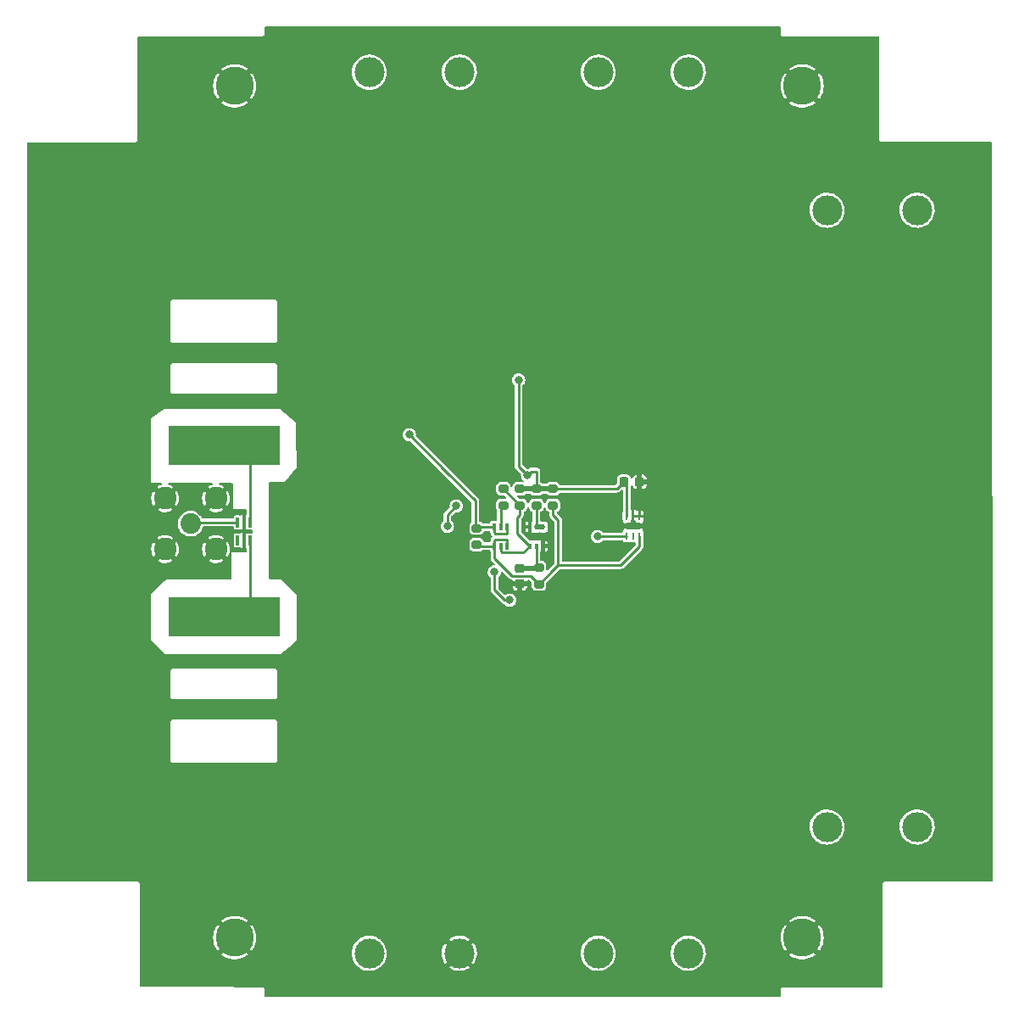
<source format=gbl>
%TF.GenerationSoftware,KiCad,Pcbnew,(6.0.5)*%
%TF.CreationDate,2022-07-09T16:09:43-07:00*%
%TF.ProjectId,solar-panel-side-Z-minus,736f6c61-722d-4706-916e-656c2d736964,rev?*%
%TF.SameCoordinates,Original*%
%TF.FileFunction,Copper,L2,Bot*%
%TF.FilePolarity,Positive*%
%FSLAX46Y46*%
G04 Gerber Fmt 4.6, Leading zero omitted, Abs format (unit mm)*
G04 Created by KiCad (PCBNEW (6.0.5)) date 2022-07-09 16:09:43*
%MOMM*%
%LPD*%
G01*
G04 APERTURE LIST*
G04 Aperture macros list*
%AMRoundRect*
0 Rectangle with rounded corners*
0 $1 Rounding radius*
0 $2 $3 $4 $5 $6 $7 $8 $9 X,Y pos of 4 corners*
0 Add a 4 corners polygon primitive as box body*
4,1,4,$2,$3,$4,$5,$6,$7,$8,$9,$2,$3,0*
0 Add four circle primitives for the rounded corners*
1,1,$1+$1,$2,$3*
1,1,$1+$1,$4,$5*
1,1,$1+$1,$6,$7*
1,1,$1+$1,$8,$9*
0 Add four rect primitives between the rounded corners*
20,1,$1+$1,$2,$3,$4,$5,0*
20,1,$1+$1,$4,$5,$6,$7,0*
20,1,$1+$1,$6,$7,$8,$9,0*
20,1,$1+$1,$8,$9,$2,$3,0*%
G04 Aperture macros list end*
%TA.AperFunction,ComponentPad*%
%ADD10C,2.050000*%
%TD*%
%TA.AperFunction,ComponentPad*%
%ADD11C,2.250000*%
%TD*%
%TA.AperFunction,ComponentPad*%
%ADD12C,2.600000*%
%TD*%
%TA.AperFunction,ConnectorPad*%
%ADD13C,3.800000*%
%TD*%
%TA.AperFunction,ComponentPad*%
%ADD14C,3.000000*%
%TD*%
%TA.AperFunction,SMDPad,CuDef*%
%ADD15R,11.000000X4.000000*%
%TD*%
%TA.AperFunction,SMDPad,CuDef*%
%ADD16R,1.000000X4.000000*%
%TD*%
%TA.AperFunction,SMDPad,CuDef*%
%ADD17R,0.350000X1.000000*%
%TD*%
%TA.AperFunction,SMDPad,CuDef*%
%ADD18RoundRect,0.200000X0.275000X-0.200000X0.275000X0.200000X-0.275000X0.200000X-0.275000X-0.200000X0*%
%TD*%
%TA.AperFunction,SMDPad,CuDef*%
%ADD19RoundRect,0.200000X-0.275000X0.200000X-0.275000X-0.200000X0.275000X-0.200000X0.275000X0.200000X0*%
%TD*%
%TA.AperFunction,SMDPad,CuDef*%
%ADD20R,0.400000X0.650000*%
%TD*%
%TA.AperFunction,SMDPad,CuDef*%
%ADD21RoundRect,0.225000X-0.250000X0.225000X-0.250000X-0.225000X0.250000X-0.225000X0.250000X0.225000X0*%
%TD*%
%TA.AperFunction,SMDPad,CuDef*%
%ADD22R,0.400000X0.600000*%
%TD*%
%TA.AperFunction,SMDPad,CuDef*%
%ADD23RoundRect,0.225000X-0.225000X-0.250000X0.225000X-0.250000X0.225000X0.250000X-0.225000X0.250000X0*%
%TD*%
%TA.AperFunction,SMDPad,CuDef*%
%ADD24R,0.270000X0.740000*%
%TD*%
%TA.AperFunction,SMDPad,CuDef*%
%ADD25R,1.350000X0.650000*%
%TD*%
%TA.AperFunction,ViaPad*%
%ADD26C,0.800000*%
%TD*%
%TA.AperFunction,Conductor*%
%ADD27C,0.250000*%
%TD*%
%TA.AperFunction,Conductor*%
%ADD28C,0.500000*%
%TD*%
G04 APERTURE END LIST*
D10*
X116078000Y-95758000D03*
D11*
X118618000Y-98298000D03*
X113538000Y-93218000D03*
X118618000Y-93218000D03*
X113538000Y-98298000D03*
D12*
X120490000Y-137070000D03*
D13*
X120490000Y-137070000D03*
D12*
X177164000Y-52070000D03*
D13*
X177164000Y-52070000D03*
X177164000Y-137070000D03*
D12*
X177164000Y-137070000D03*
D13*
X120490000Y-52070000D03*
D12*
X120490000Y-52070000D03*
D14*
X133930000Y-138630000D03*
X142930000Y-138630000D03*
X188650000Y-64470000D03*
X179650000Y-64470000D03*
X142930000Y-50700000D03*
X133930000Y-50700000D03*
X156790000Y-138630000D03*
X165790000Y-138630000D03*
X165790000Y-50700000D03*
X156790000Y-50700000D03*
X179650000Y-126030000D03*
X188650000Y-126030000D03*
D15*
X119380000Y-87980000D03*
D16*
X124460000Y-87980000D03*
D15*
X119380000Y-105060000D03*
D16*
X124460000Y-105060000D03*
D17*
X120762000Y-95620000D03*
X121412000Y-95620000D03*
X122062000Y-95620000D03*
X122062000Y-97420000D03*
X121412000Y-97420000D03*
X120762000Y-97420000D03*
D18*
X144653000Y-97853000D03*
X144653000Y-96203000D03*
D19*
X148971000Y-92266000D03*
X148971000Y-93916000D03*
X152273000Y-92266000D03*
X152273000Y-93916000D03*
D18*
X147320000Y-93916000D03*
X147320000Y-92266000D03*
D19*
X150622000Y-92266000D03*
X150622000Y-93916000D03*
D20*
X146416000Y-96078000D03*
X147066000Y-96078000D03*
X147716000Y-96078000D03*
X147716000Y-97978000D03*
X147066000Y-97978000D03*
X146416000Y-97978000D03*
D21*
X148971000Y-100190000D03*
X148971000Y-101740000D03*
D18*
X150876000Y-101790000D03*
X150876000Y-100140000D03*
D22*
X149972000Y-96078000D03*
X150622000Y-96078000D03*
X151272000Y-96078000D03*
X151272000Y-97978000D03*
X150622000Y-97978000D03*
X149972000Y-97978000D03*
D23*
X159372000Y-91567000D03*
X160922000Y-91567000D03*
D24*
X159624000Y-95017000D03*
X160274000Y-95017000D03*
X160924000Y-95017000D03*
X160924000Y-97007000D03*
X160274000Y-97007000D03*
X159624000Y-97007000D03*
D25*
X160274000Y-96012000D03*
D26*
X129032000Y-93421200D03*
X109474000Y-97536000D03*
X119735600Y-94640400D03*
X127254000Y-93472000D03*
X112725200Y-109728000D03*
X161036000Y-89662000D03*
X112268000Y-100584000D03*
X130302000Y-94742000D03*
X128270000Y-88900000D03*
X110337600Y-83210400D03*
X110540800Y-96977200D03*
X111506000Y-92202000D03*
X109474000Y-89916000D03*
X130911600Y-84378800D03*
X108153200Y-86766400D03*
X130048000Y-105664000D03*
X131622800Y-88900000D03*
X127000000Y-96012000D03*
X110998000Y-108204000D03*
X147955000Y-79375000D03*
X141605000Y-135890000D03*
X109321600Y-86360000D03*
X131470400Y-86461600D03*
X110744000Y-86106000D03*
X128524000Y-95250000D03*
X146685000Y-139065000D03*
X163068000Y-94488000D03*
X149225000Y-78105000D03*
X111252000Y-93726000D03*
X149225000Y-73025000D03*
X144780000Y-71501000D03*
X125730000Y-94996000D03*
X149225000Y-71755000D03*
X132181600Y-103835200D03*
X149225000Y-128270000D03*
X128219200Y-82550000D03*
X131826000Y-101498400D03*
X126746000Y-81838800D03*
X130302000Y-90424000D03*
X127508000Y-103124000D03*
X144145000Y-78105000D03*
X149225000Y-126365000D03*
X125730000Y-93218000D03*
X108966000Y-96316800D03*
X109474000Y-105156000D03*
X139065000Y-137160000D03*
X128778000Y-87579200D03*
X110998000Y-106426000D03*
X106934000Y-95758000D03*
X110642400Y-100126800D03*
X107696000Y-91186000D03*
X147955000Y-78105000D03*
X112014000Y-84074000D03*
X106730800Y-93522800D03*
X147955000Y-71755000D03*
X156591000Y-93853000D03*
X139065000Y-139065000D03*
X154432000Y-97917000D03*
X132080000Y-106273600D03*
X131267200Y-98907600D03*
X130048000Y-87884000D03*
X127762000Y-98044000D03*
X130048000Y-96774000D03*
X147320000Y-123825000D03*
X131775200Y-81788000D03*
X117805200Y-96570800D03*
X149225000Y-124460000D03*
X109982000Y-87630000D03*
X111252000Y-101854000D03*
X131876800Y-91643200D03*
X147955000Y-128905000D03*
X107746800Y-88696800D03*
X127762000Y-86360000D03*
X146304000Y-71501000D03*
X125730000Y-96520000D03*
X128524000Y-91694000D03*
X111506000Y-87884000D03*
X127762000Y-84328000D03*
X109829600Y-92456000D03*
X126238000Y-83312000D03*
X107797600Y-97942400D03*
X131927600Y-94284800D03*
X128016000Y-106680000D03*
X109016800Y-84632800D03*
X111404400Y-97840800D03*
X107848400Y-94437200D03*
X130302000Y-93218000D03*
X113030000Y-82854800D03*
X109778800Y-81330800D03*
X115519200Y-93827600D03*
X146050000Y-123825000D03*
X109220000Y-106934000D03*
X113538000Y-95758000D03*
X107950000Y-102616000D03*
X143764000Y-100457000D03*
X109880400Y-91186000D03*
X129540000Y-85598000D03*
X116078000Y-98298000D03*
X128270000Y-105156000D03*
X127762000Y-100584000D03*
X108102400Y-92862400D03*
X108966000Y-99314000D03*
X125730000Y-98298000D03*
X155194000Y-102235000D03*
X163195000Y-97790000D03*
X151955500Y-98996500D03*
X127254000Y-90170000D03*
X110109000Y-93853000D03*
X144780000Y-135890000D03*
X109220000Y-94996000D03*
X112369600Y-81330800D03*
X146685000Y-137160000D03*
X147955000Y-73025000D03*
X127762000Y-108712000D03*
X115824000Y-100330000D03*
X129540000Y-102616000D03*
X111252000Y-90932000D03*
X143256000Y-71501000D03*
X129540000Y-83159600D03*
X114655600Y-96672400D03*
X109067600Y-88493600D03*
X112268000Y-100584000D03*
X126187200Y-110134400D03*
X131470400Y-96418400D03*
X129794000Y-99822000D03*
X110591600Y-89154000D03*
X119735600Y-96570800D03*
X127152400Y-92202000D03*
X111252000Y-104394000D03*
X149225000Y-79375000D03*
X130251200Y-109524800D03*
X125730000Y-100076000D03*
X126238000Y-80365600D03*
X111912400Y-95656400D03*
X109474000Y-101752400D03*
X116992400Y-94183200D03*
X145288000Y-90551000D03*
X110388400Y-98704400D03*
X109474000Y-103124000D03*
X146685000Y-128905000D03*
X149733000Y-90932000D03*
X148844000Y-81407000D03*
X137922000Y-86868000D03*
X146416000Y-100569000D03*
X147955000Y-103378000D03*
X142621000Y-93980000D03*
X141732000Y-96012000D03*
X156718000Y-97028000D03*
D27*
X124602000Y-104918000D02*
X124460000Y-105060000D01*
X122062000Y-97420000D02*
X122062000Y-104918000D01*
X124602000Y-88122000D02*
X124460000Y-87980000D01*
X122062000Y-95620000D02*
X122062000Y-88122000D01*
X150114000Y-90551000D02*
X149860000Y-90805000D01*
D28*
X152273000Y-92266000D02*
X150622000Y-92266000D01*
D27*
X150622000Y-90551000D02*
X150114000Y-90551000D01*
X150622000Y-90551000D02*
X150622000Y-92266000D01*
X149860000Y-90805000D02*
X149733000Y-90932000D01*
X149733000Y-90932000D02*
X149733000Y-90932000D01*
D28*
X150622000Y-92266000D02*
X148971000Y-92266000D01*
D27*
X158673000Y-92266000D02*
X159372000Y-91567000D01*
X159624000Y-91819000D02*
X159372000Y-91567000D01*
X159624000Y-95017000D02*
X159624000Y-91819000D01*
X148844000Y-81407000D02*
X148844000Y-90043000D01*
X152273000Y-92266000D02*
X158673000Y-92266000D01*
X148844000Y-90043000D02*
X149733000Y-90932000D01*
X146491001Y-96728001D02*
X147640999Y-96728001D01*
X146416000Y-96653000D02*
X146491001Y-96728001D01*
X144507790Y-96057790D02*
X144653000Y-96203000D01*
X146416000Y-96078000D02*
X146416000Y-96653000D01*
X144507790Y-94760210D02*
X144507790Y-96057790D01*
X147640999Y-96728001D02*
X147716000Y-96653000D01*
X144778000Y-96078000D02*
X144653000Y-96203000D01*
X147716000Y-96653000D02*
X147716000Y-96078000D01*
X146416000Y-96078000D02*
X144778000Y-96078000D01*
X141605000Y-90551000D02*
X141605000Y-90551000D01*
X137922000Y-86868000D02*
X137922000Y-86868000D01*
X141605000Y-90551000D02*
X137922000Y-86868000D01*
X144507790Y-94215790D02*
X144507790Y-93453790D01*
X144507790Y-94760210D02*
X144507790Y-94215790D01*
X144507790Y-93453790D02*
X141605000Y-90551000D01*
X120751600Y-95620000D02*
X116205600Y-95620000D01*
X150622000Y-97978000D02*
X150622000Y-99886000D01*
D28*
X150826000Y-100190000D02*
X150876000Y-100140000D01*
D27*
X150622000Y-99886000D02*
X150876000Y-100140000D01*
D28*
X148971000Y-100190000D02*
X150826000Y-100190000D01*
D27*
X147640999Y-97327999D02*
X146491001Y-97327999D01*
X146416000Y-97403000D02*
X146416000Y-97978000D01*
X144653000Y-97853000D02*
X144589000Y-97853000D01*
X146416000Y-97978000D02*
X144778000Y-97978000D01*
X152781000Y-95377000D02*
X152781000Y-99885000D01*
X152273000Y-93916000D02*
X152273000Y-94869000D01*
X148209000Y-100965000D02*
X150051000Y-100965000D01*
X144778000Y-97978000D02*
X144653000Y-97853000D01*
X146416000Y-99172000D02*
X148209000Y-100965000D01*
X147716000Y-97403000D02*
X147640999Y-97327999D01*
X152781000Y-99885000D02*
X152273000Y-100393000D01*
X150051000Y-100965000D02*
X150876000Y-101790000D01*
X152273000Y-94869000D02*
X152781000Y-95377000D01*
X147716000Y-97978000D02*
X147716000Y-97403000D01*
X146491001Y-97327999D02*
X146416000Y-97403000D01*
X146416000Y-97978000D02*
X146416000Y-99172000D01*
X152273000Y-100393000D02*
X150876000Y-101790000D01*
X152781000Y-99885000D02*
X159068000Y-99885000D01*
X159068000Y-99885000D02*
X160924000Y-98029000D01*
X160924000Y-98029000D02*
X160924000Y-97007000D01*
X147066000Y-94170000D02*
X147066000Y-96078000D01*
X147320000Y-93916000D02*
X147066000Y-94170000D01*
X147141001Y-98628001D02*
X149321999Y-98628001D01*
X147066000Y-98553000D02*
X147141001Y-98628001D01*
X147320000Y-92266000D02*
X147321000Y-92266000D01*
X148971000Y-96977000D02*
X149972000Y-97978000D01*
X147066000Y-97978000D02*
X147066000Y-98553000D01*
X147321000Y-92266000D02*
X148971000Y-93916000D01*
X149321999Y-98628001D02*
X149972000Y-97978000D01*
X148971000Y-93916000D02*
X148971000Y-94869000D01*
X148971000Y-94869000D02*
X148717000Y-95123000D01*
X148717000Y-95123000D02*
X148717000Y-96723000D01*
X148717000Y-96723000D02*
X148971000Y-96977000D01*
X146416000Y-102347000D02*
X147447000Y-103378000D01*
X141732000Y-96012000D02*
X141732000Y-94869000D01*
X147955000Y-103378000D02*
X147955000Y-103378000D01*
X141732000Y-94869000D02*
X142621000Y-93980000D01*
X147447000Y-103378000D02*
X147955000Y-103378000D01*
X146416000Y-100569000D02*
X146416000Y-102347000D01*
X159603000Y-97028000D02*
X159624000Y-97007000D01*
X156718000Y-97028000D02*
X159603000Y-97028000D01*
X150622000Y-96078000D02*
X150622000Y-93916000D01*
D28*
X150622000Y-96078000D02*
X151272000Y-96078000D01*
%TA.AperFunction,Conductor*%
G36*
X174964031Y-46143713D02*
G01*
X175000576Y-46194013D01*
X175005500Y-46225100D01*
X175005500Y-46834690D01*
X175003530Y-46854500D01*
X175000514Y-46869516D01*
X175002429Y-46879238D01*
X175002429Y-46879240D01*
X175005489Y-46894773D01*
X175005500Y-46894847D01*
X175005500Y-46895067D01*
X175010323Y-46919314D01*
X175020081Y-46968853D01*
X175020218Y-46969059D01*
X175020266Y-46969301D01*
X175025706Y-46977442D01*
X175048317Y-47011282D01*
X175048290Y-47011300D01*
X175048418Y-47011434D01*
X175076174Y-47053141D01*
X175076378Y-47053278D01*
X175076516Y-47053484D01*
X175084650Y-47058919D01*
X175118232Y-47081358D01*
X175118546Y-47081568D01*
X175160252Y-47109548D01*
X175160493Y-47109596D01*
X175160699Y-47109734D01*
X175170445Y-47111673D01*
X175170446Y-47111673D01*
X175209940Y-47119529D01*
X175210056Y-47119552D01*
X175234458Y-47124453D01*
X175234684Y-47124453D01*
X175234744Y-47124462D01*
X175260000Y-47129486D01*
X175269718Y-47127553D01*
X175269721Y-47127553D01*
X175275020Y-47126499D01*
X175294832Y-47124566D01*
X184760288Y-47142238D01*
X184819383Y-47161561D01*
X184855834Y-47211930D01*
X184860700Y-47242838D01*
X184860700Y-57369025D01*
X184858767Y-57388650D01*
X184857647Y-57394281D01*
X184855714Y-57404000D01*
X184860700Y-57429067D01*
X184875466Y-57503301D01*
X184931716Y-57587484D01*
X185015899Y-57643734D01*
X185115200Y-57663486D01*
X185124918Y-57661553D01*
X185124919Y-57661553D01*
X185130550Y-57660433D01*
X185150175Y-57658500D01*
X196034333Y-57658500D01*
X196093464Y-57677713D01*
X196130009Y-57728013D01*
X196134933Y-57759034D01*
X196180892Y-127778110D01*
X196183267Y-131397234D01*
X196164093Y-131456378D01*
X196113817Y-131492956D01*
X196082667Y-131497900D01*
X185454975Y-131497900D01*
X185435350Y-131495967D01*
X185429719Y-131494847D01*
X185429718Y-131494847D01*
X185420000Y-131492914D01*
X185394933Y-131497900D01*
X185320699Y-131512666D01*
X185236516Y-131568916D01*
X185180266Y-131653099D01*
X185160514Y-131752400D01*
X185162447Y-131762118D01*
X185162447Y-131762119D01*
X185163567Y-131767750D01*
X185165500Y-131787375D01*
X185165500Y-141912900D01*
X185146287Y-141972031D01*
X185095987Y-142008576D01*
X185064900Y-142013500D01*
X175294975Y-142013500D01*
X175275350Y-142011567D01*
X175269719Y-142010447D01*
X175269718Y-142010447D01*
X175260000Y-142008514D01*
X175234933Y-142013500D01*
X175160699Y-142028266D01*
X175076516Y-142084516D01*
X175071012Y-142092753D01*
X175060567Y-142108385D01*
X175020266Y-142168699D01*
X175000514Y-142268000D01*
X175002447Y-142277718D01*
X175002447Y-142277719D01*
X175003567Y-142283350D01*
X175005500Y-142302975D01*
X175005500Y-142901400D01*
X174986287Y-142960531D01*
X174935987Y-142997076D01*
X174904900Y-143002000D01*
X123545100Y-143002000D01*
X123485969Y-142982787D01*
X123449424Y-142932487D01*
X123444500Y-142901400D01*
X123444500Y-142303384D01*
X123446478Y-142283534D01*
X123447530Y-142278305D01*
X123449486Y-142268589D01*
X123444510Y-142243274D01*
X123444500Y-142243205D01*
X123444500Y-142242933D01*
X123439702Y-142218814D01*
X123439714Y-142218812D01*
X123439662Y-142218610D01*
X123429959Y-142169243D01*
X123429792Y-142168992D01*
X123429734Y-142168699D01*
X123424230Y-142160461D01*
X123401942Y-142127106D01*
X123401815Y-142126916D01*
X123379327Y-142093095D01*
X123373900Y-142084933D01*
X123373651Y-142084766D01*
X123373484Y-142084516D01*
X123331580Y-142056516D01*
X123289845Y-142028492D01*
X123289551Y-142028433D01*
X123289301Y-142028266D01*
X123239854Y-142018431D01*
X123239696Y-142018399D01*
X123216410Y-142013712D01*
X123216407Y-142013711D01*
X123215644Y-142013558D01*
X123215372Y-142013557D01*
X123215306Y-142013547D01*
X123190000Y-142008514D01*
X123180283Y-142010447D01*
X123180280Y-142010447D01*
X123175046Y-142011488D01*
X123155193Y-142013421D01*
X117762928Y-142001190D01*
X111098871Y-141986074D01*
X111039784Y-141966727D01*
X111003353Y-141916344D01*
X110998500Y-141885474D01*
X110998500Y-138763572D01*
X119161562Y-138763572D01*
X119162024Y-138766489D01*
X119164254Y-138769287D01*
X119218323Y-138814496D01*
X119223858Y-138818517D01*
X119466842Y-138970941D01*
X119472870Y-138974173D01*
X119734305Y-139092216D01*
X119740701Y-139094595D01*
X120015727Y-139176060D01*
X120022421Y-139177556D01*
X120305943Y-139220942D01*
X120312764Y-139221515D01*
X120599571Y-139226020D01*
X120606401Y-139225662D01*
X120891163Y-139191202D01*
X120897872Y-139189923D01*
X121175332Y-139117132D01*
X121181808Y-139114952D01*
X121446813Y-139005184D01*
X121452941Y-139002142D01*
X121700595Y-138857425D01*
X121706255Y-138853579D01*
X121810366Y-138771945D01*
X121817925Y-138760695D01*
X121817848Y-138758590D01*
X121815146Y-138754356D01*
X121644734Y-138583944D01*
X132171183Y-138583944D01*
X132171362Y-138587674D01*
X132171362Y-138587679D01*
X132179811Y-138763572D01*
X132183694Y-138844419D01*
X132234569Y-139100185D01*
X132235831Y-139103700D01*
X132282970Y-139234991D01*
X132322690Y-139345621D01*
X132446120Y-139575336D01*
X132448350Y-139578322D01*
X132448353Y-139578327D01*
X132532980Y-139691655D01*
X132602149Y-139784283D01*
X132787348Y-139967873D01*
X132884239Y-140038917D01*
X132994641Y-140119868D01*
X132994646Y-140119871D01*
X132997649Y-140122073D01*
X133000947Y-140123808D01*
X133225127Y-140241755D01*
X133225131Y-140241757D01*
X133228433Y-140243494D01*
X133231960Y-140244726D01*
X133231963Y-140244727D01*
X133469712Y-140327752D01*
X133474629Y-140329469D01*
X133730828Y-140378110D01*
X133734557Y-140378256D01*
X133734561Y-140378257D01*
X133900618Y-140384781D01*
X133991403Y-140388348D01*
X134084885Y-140378110D01*
X134246916Y-140360365D01*
X134246921Y-140360364D01*
X134250629Y-140359958D01*
X134372956Y-140327752D01*
X134499204Y-140294514D01*
X134499208Y-140294512D01*
X134502811Y-140293564D01*
X134742410Y-140190625D01*
X134964161Y-140053401D01*
X134975425Y-140043866D01*
X134982707Y-140037701D01*
X141887434Y-140037701D01*
X141887627Y-140038917D01*
X141891835Y-140043866D01*
X141994907Y-140119442D01*
X142001213Y-140123382D01*
X142225327Y-140241294D01*
X142232163Y-140244266D01*
X142471231Y-140327752D01*
X142478425Y-140329680D01*
X142727220Y-140376915D01*
X142734618Y-140377758D01*
X142987648Y-140387700D01*
X142995100Y-140387440D01*
X143246824Y-140359872D01*
X143254148Y-140358514D01*
X143499037Y-140294041D01*
X143506083Y-140291614D01*
X143738749Y-140191652D01*
X143745346Y-140188219D01*
X143960695Y-140054957D01*
X143966715Y-140050583D01*
X143967908Y-140049573D01*
X143975039Y-140038049D01*
X143974808Y-140034938D01*
X143972984Y-140032195D01*
X142941268Y-139000478D01*
X142929189Y-138994323D01*
X142924077Y-138995133D01*
X141893589Y-140025622D01*
X141887434Y-140037701D01*
X134982707Y-140037701D01*
X135160339Y-139887324D01*
X135163194Y-139884907D01*
X135249138Y-139786906D01*
X135332671Y-139691655D01*
X135332673Y-139691653D01*
X135335135Y-139688845D01*
X135337153Y-139685707D01*
X135337158Y-139685701D01*
X135474183Y-139472672D01*
X135474186Y-139472667D01*
X135476208Y-139469523D01*
X135477743Y-139466116D01*
X135477746Y-139466110D01*
X135581780Y-139235163D01*
X135581781Y-139235160D01*
X135583314Y-139231757D01*
X135648072Y-139002142D01*
X135653086Y-138984365D01*
X135653087Y-138984361D01*
X135654099Y-138980772D01*
X135654570Y-138977071D01*
X135686691Y-138724582D01*
X135686691Y-138724579D01*
X135687009Y-138722081D01*
X135689420Y-138630000D01*
X135686276Y-138587692D01*
X141171864Y-138587692D01*
X141184014Y-138840632D01*
X141184921Y-138848016D01*
X141234323Y-139096380D01*
X141236318Y-139103574D01*
X141321885Y-139341897D01*
X141324915Y-139348705D01*
X141444778Y-139571779D01*
X141448777Y-139578057D01*
X141513610Y-139664878D01*
X141524680Y-139672701D01*
X141526149Y-139672682D01*
X141531327Y-139669462D01*
X142559522Y-138641268D01*
X142564850Y-138630811D01*
X143294323Y-138630811D01*
X143295133Y-138635923D01*
X144328563Y-139669352D01*
X144340417Y-139675392D01*
X144347055Y-139669389D01*
X144473744Y-139472427D01*
X144477305Y-139465869D01*
X144581308Y-139234991D01*
X144583855Y-139227992D01*
X144652594Y-138984264D01*
X144654078Y-138976972D01*
X144686189Y-138724557D01*
X144686573Y-138719535D01*
X144688852Y-138632522D01*
X144688730Y-138627476D01*
X144685495Y-138583944D01*
X155031183Y-138583944D01*
X155031362Y-138587674D01*
X155031362Y-138587679D01*
X155039811Y-138763572D01*
X155043694Y-138844419D01*
X155094569Y-139100185D01*
X155095831Y-139103700D01*
X155142970Y-139234991D01*
X155182690Y-139345621D01*
X155306120Y-139575336D01*
X155308350Y-139578322D01*
X155308353Y-139578327D01*
X155392980Y-139691655D01*
X155462149Y-139784283D01*
X155647348Y-139967873D01*
X155744239Y-140038917D01*
X155854641Y-140119868D01*
X155854646Y-140119871D01*
X155857649Y-140122073D01*
X155860947Y-140123808D01*
X156085127Y-140241755D01*
X156085131Y-140241757D01*
X156088433Y-140243494D01*
X156091960Y-140244726D01*
X156091963Y-140244727D01*
X156329712Y-140327752D01*
X156334629Y-140329469D01*
X156590828Y-140378110D01*
X156594557Y-140378256D01*
X156594561Y-140378257D01*
X156760618Y-140384781D01*
X156851403Y-140388348D01*
X156944885Y-140378110D01*
X157106916Y-140360365D01*
X157106921Y-140360364D01*
X157110629Y-140359958D01*
X157232956Y-140327752D01*
X157359204Y-140294514D01*
X157359208Y-140294512D01*
X157362811Y-140293564D01*
X157602410Y-140190625D01*
X157824161Y-140053401D01*
X157835425Y-140043866D01*
X158020339Y-139887324D01*
X158023194Y-139884907D01*
X158109138Y-139786906D01*
X158192671Y-139691655D01*
X158192673Y-139691653D01*
X158195135Y-139688845D01*
X158197153Y-139685707D01*
X158197158Y-139685701D01*
X158334183Y-139472672D01*
X158334186Y-139472667D01*
X158336208Y-139469523D01*
X158337743Y-139466116D01*
X158337746Y-139466110D01*
X158441780Y-139235163D01*
X158441781Y-139235160D01*
X158443314Y-139231757D01*
X158508072Y-139002142D01*
X158513086Y-138984365D01*
X158513087Y-138984361D01*
X158514099Y-138980772D01*
X158514570Y-138977071D01*
X158546691Y-138724582D01*
X158546691Y-138724579D01*
X158547009Y-138722081D01*
X158549420Y-138630000D01*
X158545997Y-138583944D01*
X164031183Y-138583944D01*
X164031362Y-138587674D01*
X164031362Y-138587679D01*
X164039811Y-138763572D01*
X164043694Y-138844419D01*
X164094569Y-139100185D01*
X164095831Y-139103700D01*
X164142970Y-139234991D01*
X164182690Y-139345621D01*
X164306120Y-139575336D01*
X164308350Y-139578322D01*
X164308353Y-139578327D01*
X164392980Y-139691655D01*
X164462149Y-139784283D01*
X164647348Y-139967873D01*
X164744239Y-140038917D01*
X164854641Y-140119868D01*
X164854646Y-140119871D01*
X164857649Y-140122073D01*
X164860947Y-140123808D01*
X165085127Y-140241755D01*
X165085131Y-140241757D01*
X165088433Y-140243494D01*
X165091960Y-140244726D01*
X165091963Y-140244727D01*
X165329712Y-140327752D01*
X165334629Y-140329469D01*
X165590828Y-140378110D01*
X165594557Y-140378256D01*
X165594561Y-140378257D01*
X165760618Y-140384781D01*
X165851403Y-140388348D01*
X165944885Y-140378110D01*
X166106916Y-140360365D01*
X166106921Y-140360364D01*
X166110629Y-140359958D01*
X166232956Y-140327752D01*
X166359204Y-140294514D01*
X166359208Y-140294512D01*
X166362811Y-140293564D01*
X166602410Y-140190625D01*
X166824161Y-140053401D01*
X166835425Y-140043866D01*
X167020339Y-139887324D01*
X167023194Y-139884907D01*
X167109138Y-139786906D01*
X167192671Y-139691655D01*
X167192673Y-139691653D01*
X167195135Y-139688845D01*
X167197153Y-139685707D01*
X167197158Y-139685701D01*
X167334183Y-139472672D01*
X167334186Y-139472667D01*
X167336208Y-139469523D01*
X167337743Y-139466116D01*
X167337746Y-139466110D01*
X167441780Y-139235163D01*
X167441781Y-139235160D01*
X167443314Y-139231757D01*
X167508072Y-139002142D01*
X167513086Y-138984365D01*
X167513087Y-138984361D01*
X167514099Y-138980772D01*
X167514570Y-138977071D01*
X167541731Y-138763572D01*
X175835562Y-138763572D01*
X175836024Y-138766489D01*
X175838254Y-138769287D01*
X175892323Y-138814496D01*
X175897858Y-138818517D01*
X176140842Y-138970941D01*
X176146870Y-138974173D01*
X176408305Y-139092216D01*
X176414701Y-139094595D01*
X176689727Y-139176060D01*
X176696421Y-139177556D01*
X176979943Y-139220942D01*
X176986764Y-139221515D01*
X177273571Y-139226020D01*
X177280401Y-139225662D01*
X177565163Y-139191202D01*
X177571872Y-139189923D01*
X177849332Y-139117132D01*
X177855808Y-139114952D01*
X178120813Y-139005184D01*
X178126941Y-139002142D01*
X178374595Y-138857425D01*
X178380255Y-138853579D01*
X178484366Y-138771945D01*
X178491925Y-138760695D01*
X178491848Y-138758590D01*
X178489146Y-138754356D01*
X177175268Y-137440478D01*
X177163189Y-137434323D01*
X177158077Y-137435133D01*
X175841717Y-138751493D01*
X175835562Y-138763572D01*
X167541731Y-138763572D01*
X167546691Y-138724582D01*
X167546691Y-138724579D01*
X167547009Y-138722081D01*
X167549420Y-138630000D01*
X167530094Y-138369941D01*
X167520668Y-138328280D01*
X167473367Y-138119240D01*
X167473366Y-138119237D01*
X167472542Y-138115595D01*
X167471192Y-138112122D01*
X167471189Y-138112114D01*
X167379381Y-137876032D01*
X167378027Y-137872550D01*
X167248625Y-137646145D01*
X167087180Y-137441353D01*
X167051517Y-137407804D01*
X166899957Y-137265231D01*
X166897239Y-137262674D01*
X166894182Y-137260554D01*
X166894178Y-137260550D01*
X166780977Y-137182020D01*
X166682973Y-137114032D01*
X166554789Y-137050819D01*
X175005283Y-137050819D01*
X175021795Y-137337176D01*
X175022652Y-137343962D01*
X175077874Y-137625433D01*
X175079646Y-137632046D01*
X175172558Y-137903420D01*
X175175204Y-137909715D01*
X175304092Y-138165979D01*
X175307570Y-138171860D01*
X175459587Y-138393046D01*
X175470340Y-138401297D01*
X175470743Y-138401308D01*
X175477505Y-138397285D01*
X176793522Y-137081268D01*
X176798850Y-137070811D01*
X177528323Y-137070811D01*
X177529133Y-137075923D01*
X178845714Y-138392504D01*
X178857793Y-138398659D01*
X178859034Y-138398462D01*
X178863951Y-138394285D01*
X178984907Y-138229624D01*
X178988564Y-138223862D01*
X179125434Y-137971779D01*
X179128283Y-137965556D01*
X179229672Y-137697238D01*
X179231650Y-137690685D01*
X179295689Y-137411080D01*
X179296756Y-137404342D01*
X179322383Y-137117182D01*
X179322580Y-137113232D01*
X179323012Y-137071974D01*
X179322899Y-137068036D01*
X179303289Y-136780396D01*
X179302364Y-136773640D01*
X179244196Y-136492752D01*
X179242355Y-136486161D01*
X179146604Y-136215767D01*
X179143894Y-136209506D01*
X179012333Y-135954610D01*
X179008788Y-135948757D01*
X178867576Y-135747832D01*
X178856738Y-135739694D01*
X178856049Y-135739684D01*
X178849711Y-135743499D01*
X177534478Y-137058732D01*
X177528323Y-137070811D01*
X176798850Y-137070811D01*
X176799677Y-137069189D01*
X176798867Y-137064077D01*
X175481656Y-135746866D01*
X175469577Y-135740711D01*
X175468618Y-135740863D01*
X175463362Y-135745376D01*
X175331050Y-135929507D01*
X175327453Y-135935308D01*
X175193224Y-136188823D01*
X175190450Y-136195052D01*
X175091870Y-136464435D01*
X175089965Y-136470991D01*
X175028857Y-136751258D01*
X175027859Y-136758015D01*
X175005354Y-137043970D01*
X175005283Y-137050819D01*
X166554789Y-137050819D01*
X166449090Y-136998694D01*
X166445538Y-136997557D01*
X166445533Y-136997555D01*
X166324909Y-136958943D01*
X166200728Y-136919193D01*
X165943344Y-136877275D01*
X165939602Y-136877226D01*
X165910905Y-136876850D01*
X165682590Y-136873862D01*
X165572620Y-136888828D01*
X165427898Y-136908524D01*
X165427896Y-136908524D01*
X165424196Y-136909028D01*
X165420613Y-136910072D01*
X165420610Y-136910073D01*
X165389705Y-136919081D01*
X165173838Y-136982000D01*
X165170456Y-136983559D01*
X165170451Y-136983561D01*
X165039415Y-137043970D01*
X164937016Y-137091177D01*
X164933895Y-137093223D01*
X164933890Y-137093226D01*
X164778459Y-137195131D01*
X164718933Y-137234158D01*
X164524379Y-137407804D01*
X164521987Y-137410680D01*
X164360016Y-137605429D01*
X164360011Y-137605436D01*
X164357629Y-137608300D01*
X164355692Y-137611492D01*
X164336443Y-137643214D01*
X164222345Y-137831240D01*
X164121500Y-138071728D01*
X164097564Y-138165979D01*
X164072450Y-138264867D01*
X164057310Y-138324480D01*
X164056936Y-138328191D01*
X164056936Y-138328193D01*
X164050406Y-138393046D01*
X164031183Y-138583944D01*
X158545997Y-138583944D01*
X158530094Y-138369941D01*
X158520668Y-138328280D01*
X158473367Y-138119240D01*
X158473366Y-138119237D01*
X158472542Y-138115595D01*
X158471192Y-138112122D01*
X158471189Y-138112114D01*
X158379381Y-137876032D01*
X158378027Y-137872550D01*
X158248625Y-137646145D01*
X158087180Y-137441353D01*
X158051517Y-137407804D01*
X157899957Y-137265231D01*
X157897239Y-137262674D01*
X157894182Y-137260554D01*
X157894178Y-137260550D01*
X157780977Y-137182020D01*
X157682973Y-137114032D01*
X157449090Y-136998694D01*
X157445538Y-136997557D01*
X157445533Y-136997555D01*
X157324909Y-136958943D01*
X157200728Y-136919193D01*
X156943344Y-136877275D01*
X156939602Y-136877226D01*
X156910905Y-136876850D01*
X156682590Y-136873862D01*
X156572620Y-136888828D01*
X156427898Y-136908524D01*
X156427896Y-136908524D01*
X156424196Y-136909028D01*
X156420613Y-136910072D01*
X156420610Y-136910073D01*
X156389705Y-136919081D01*
X156173838Y-136982000D01*
X156170456Y-136983559D01*
X156170451Y-136983561D01*
X156039415Y-137043970D01*
X155937016Y-137091177D01*
X155933895Y-137093223D01*
X155933890Y-137093226D01*
X155778459Y-137195131D01*
X155718933Y-137234158D01*
X155524379Y-137407804D01*
X155521987Y-137410680D01*
X155360016Y-137605429D01*
X155360011Y-137605436D01*
X155357629Y-137608300D01*
X155355692Y-137611492D01*
X155336443Y-137643214D01*
X155222345Y-137831240D01*
X155121500Y-138071728D01*
X155097564Y-138165979D01*
X155072450Y-138264867D01*
X155057310Y-138324480D01*
X155056936Y-138328191D01*
X155056936Y-138328193D01*
X155050406Y-138393046D01*
X155031183Y-138583944D01*
X144685495Y-138583944D01*
X144669875Y-138373744D01*
X144668773Y-138366368D01*
X144612887Y-138119387D01*
X144610708Y-138112261D01*
X144518928Y-137876248D01*
X144515722Y-137869526D01*
X144390061Y-137649667D01*
X144385894Y-137643490D01*
X144347192Y-137594396D01*
X144335922Y-137586865D01*
X144333746Y-137586951D01*
X144329617Y-137589594D01*
X143300478Y-138618732D01*
X143294323Y-138630811D01*
X142564850Y-138630811D01*
X142565677Y-138629189D01*
X142564867Y-138624077D01*
X141532618Y-137591829D01*
X141520539Y-137585674D01*
X141517692Y-137586125D01*
X141514801Y-137588435D01*
X141500425Y-137605720D01*
X141496101Y-137611783D01*
X141364730Y-137828276D01*
X141361348Y-137834914D01*
X141263423Y-138068437D01*
X141261057Y-138075507D01*
X141198722Y-138320951D01*
X141197430Y-138328280D01*
X141172059Y-138580239D01*
X141171864Y-138587692D01*
X135686276Y-138587692D01*
X135670094Y-138369941D01*
X135660668Y-138328280D01*
X135613367Y-138119240D01*
X135613366Y-138119237D01*
X135612542Y-138115595D01*
X135611192Y-138112122D01*
X135611189Y-138112114D01*
X135519381Y-137876032D01*
X135518027Y-137872550D01*
X135388625Y-137646145D01*
X135227180Y-137441353D01*
X135191517Y-137407804D01*
X135039957Y-137265231D01*
X135037239Y-137262674D01*
X135034182Y-137260554D01*
X135034178Y-137260550D01*
X134979518Y-137222631D01*
X141885005Y-137222631D01*
X141889379Y-137230169D01*
X142918732Y-138259522D01*
X142930811Y-138265677D01*
X142935923Y-138264867D01*
X143967087Y-137233702D01*
X143973242Y-137221623D01*
X143973160Y-137221109D01*
X143968114Y-137215329D01*
X143825782Y-137116591D01*
X143819368Y-137112813D01*
X143592254Y-137000813D01*
X143585345Y-136998021D01*
X143344168Y-136920820D01*
X143336927Y-136919081D01*
X143086990Y-136878376D01*
X143079558Y-136877726D01*
X142826352Y-136874412D01*
X142818926Y-136874866D01*
X142568002Y-136909015D01*
X142560714Y-136910564D01*
X142317593Y-136981427D01*
X142310627Y-136984031D01*
X142080653Y-137090052D01*
X142074135Y-137093665D01*
X141893419Y-137212148D01*
X141885005Y-137222631D01*
X134979518Y-137222631D01*
X134920977Y-137182020D01*
X134822973Y-137114032D01*
X134589090Y-136998694D01*
X134585538Y-136997557D01*
X134585533Y-136997555D01*
X134464909Y-136958943D01*
X134340728Y-136919193D01*
X134083344Y-136877275D01*
X134079602Y-136877226D01*
X134050905Y-136876850D01*
X133822590Y-136873862D01*
X133712620Y-136888828D01*
X133567898Y-136908524D01*
X133567896Y-136908524D01*
X133564196Y-136909028D01*
X133560613Y-136910072D01*
X133560610Y-136910073D01*
X133529705Y-136919081D01*
X133313838Y-136982000D01*
X133310456Y-136983559D01*
X133310451Y-136983561D01*
X133179415Y-137043970D01*
X133077016Y-137091177D01*
X133073895Y-137093223D01*
X133073890Y-137093226D01*
X132918459Y-137195131D01*
X132858933Y-137234158D01*
X132664379Y-137407804D01*
X132661987Y-137410680D01*
X132500016Y-137605429D01*
X132500011Y-137605436D01*
X132497629Y-137608300D01*
X132495692Y-137611492D01*
X132476443Y-137643214D01*
X132362345Y-137831240D01*
X132261500Y-138071728D01*
X132237564Y-138165979D01*
X132212450Y-138264867D01*
X132197310Y-138324480D01*
X132196936Y-138328191D01*
X132196936Y-138328193D01*
X132190406Y-138393046D01*
X132171183Y-138583944D01*
X121644734Y-138583944D01*
X120501268Y-137440478D01*
X120489189Y-137434323D01*
X120484077Y-137435133D01*
X119167717Y-138751493D01*
X119161562Y-138763572D01*
X110998500Y-138763572D01*
X110998500Y-137050819D01*
X118331283Y-137050819D01*
X118347795Y-137337176D01*
X118348652Y-137343962D01*
X118403874Y-137625433D01*
X118405646Y-137632046D01*
X118498558Y-137903420D01*
X118501204Y-137909715D01*
X118630092Y-138165979D01*
X118633570Y-138171860D01*
X118785587Y-138393046D01*
X118796340Y-138401297D01*
X118796743Y-138401308D01*
X118803505Y-138397285D01*
X120119522Y-137081268D01*
X120124850Y-137070811D01*
X120854323Y-137070811D01*
X120855133Y-137075923D01*
X122171714Y-138392504D01*
X122183793Y-138398659D01*
X122185034Y-138398462D01*
X122189951Y-138394285D01*
X122310907Y-138229624D01*
X122314564Y-138223862D01*
X122451434Y-137971779D01*
X122454283Y-137965556D01*
X122555672Y-137697238D01*
X122557650Y-137690685D01*
X122621689Y-137411080D01*
X122622756Y-137404342D01*
X122648383Y-137117182D01*
X122648580Y-137113232D01*
X122649012Y-137071974D01*
X122648899Y-137068036D01*
X122629289Y-136780396D01*
X122628364Y-136773640D01*
X122570196Y-136492752D01*
X122568355Y-136486161D01*
X122472604Y-136215767D01*
X122469894Y-136209506D01*
X122338333Y-135954610D01*
X122334788Y-135948757D01*
X122193576Y-135747832D01*
X122182738Y-135739694D01*
X122182049Y-135739684D01*
X122175711Y-135743499D01*
X120860478Y-137058732D01*
X120854323Y-137070811D01*
X120124850Y-137070811D01*
X120125677Y-137069189D01*
X120124867Y-137064077D01*
X118807656Y-135746866D01*
X118795577Y-135740711D01*
X118794618Y-135740863D01*
X118789362Y-135745376D01*
X118657050Y-135929507D01*
X118653453Y-135935308D01*
X118519224Y-136188823D01*
X118516450Y-136195052D01*
X118417870Y-136464435D01*
X118415965Y-136470991D01*
X118354857Y-136751258D01*
X118353859Y-136758015D01*
X118331354Y-137043970D01*
X118331283Y-137050819D01*
X110998500Y-137050819D01*
X110998500Y-135379205D01*
X119162041Y-135379205D01*
X119162154Y-135381591D01*
X119164619Y-135385409D01*
X120478732Y-136699522D01*
X120490811Y-136705677D01*
X120495923Y-136704867D01*
X121811900Y-135388890D01*
X121816835Y-135379205D01*
X175836041Y-135379205D01*
X175836154Y-135381591D01*
X175838619Y-135385409D01*
X177152732Y-136699522D01*
X177164811Y-136705677D01*
X177169923Y-136704867D01*
X178485900Y-135388890D01*
X178492055Y-135376811D01*
X178491637Y-135374173D01*
X178489087Y-135371008D01*
X178417338Y-135312282D01*
X178411769Y-135308324D01*
X178167190Y-135158446D01*
X178161137Y-135155281D01*
X177898479Y-135039982D01*
X177892051Y-135037668D01*
X177616188Y-134959087D01*
X177609491Y-134957663D01*
X177325511Y-134917247D01*
X177318709Y-134916747D01*
X177031853Y-134915245D01*
X177025037Y-134915674D01*
X176740650Y-134953115D01*
X176733944Y-134954467D01*
X176457274Y-135030155D01*
X176450813Y-135032405D01*
X176186973Y-135144943D01*
X176180876Y-135148050D01*
X175934751Y-135295353D01*
X175929137Y-135299254D01*
X175843484Y-135367875D01*
X175836041Y-135379205D01*
X121816835Y-135379205D01*
X121818055Y-135376811D01*
X121817637Y-135374173D01*
X121815087Y-135371008D01*
X121743338Y-135312282D01*
X121737769Y-135308324D01*
X121493190Y-135158446D01*
X121487137Y-135155281D01*
X121224479Y-135039982D01*
X121218051Y-135037668D01*
X120942188Y-134959087D01*
X120935491Y-134957663D01*
X120651511Y-134917247D01*
X120644709Y-134916747D01*
X120357853Y-134915245D01*
X120351037Y-134915674D01*
X120066650Y-134953115D01*
X120059944Y-134954467D01*
X119783274Y-135030155D01*
X119776813Y-135032405D01*
X119512973Y-135144943D01*
X119506876Y-135148050D01*
X119260751Y-135295353D01*
X119255137Y-135299254D01*
X119169484Y-135367875D01*
X119162041Y-135379205D01*
X110998500Y-135379205D01*
X110998500Y-131759375D01*
X111000433Y-131739750D01*
X111001553Y-131734119D01*
X111001553Y-131734118D01*
X111003486Y-131724400D01*
X110989304Y-131653099D01*
X110983734Y-131625099D01*
X110927484Y-131540916D01*
X110843301Y-131484666D01*
X110744000Y-131464914D01*
X110734282Y-131466847D01*
X110734281Y-131466847D01*
X110728650Y-131467967D01*
X110709025Y-131469900D01*
X99825110Y-131469900D01*
X99765979Y-131450687D01*
X99729434Y-131400387D01*
X99724510Y-131369297D01*
X99724655Y-125983944D01*
X177891183Y-125983944D01*
X177903694Y-126244419D01*
X177954569Y-126500185D01*
X178042690Y-126745621D01*
X178166120Y-126975336D01*
X178168350Y-126978322D01*
X178168353Y-126978327D01*
X178252980Y-127091655D01*
X178322149Y-127184283D01*
X178507348Y-127367873D01*
X178620701Y-127450987D01*
X178714641Y-127519868D01*
X178714646Y-127519871D01*
X178717649Y-127522073D01*
X178720947Y-127523808D01*
X178945127Y-127641755D01*
X178945131Y-127641757D01*
X178948433Y-127643494D01*
X178951960Y-127644726D01*
X178951963Y-127644727D01*
X179191101Y-127728237D01*
X179194629Y-127729469D01*
X179450828Y-127778110D01*
X179454557Y-127778256D01*
X179454561Y-127778257D01*
X179620618Y-127784781D01*
X179711403Y-127788348D01*
X179804885Y-127778110D01*
X179966916Y-127760365D01*
X179966921Y-127760364D01*
X179970629Y-127759958D01*
X180091114Y-127728237D01*
X180219204Y-127694514D01*
X180219208Y-127694512D01*
X180222811Y-127693564D01*
X180462410Y-127590625D01*
X180684161Y-127453401D01*
X180883194Y-127284907D01*
X180969138Y-127186906D01*
X181052671Y-127091655D01*
X181052673Y-127091653D01*
X181055135Y-127088845D01*
X181057153Y-127085707D01*
X181057158Y-127085701D01*
X181194183Y-126872672D01*
X181194186Y-126872667D01*
X181196208Y-126869523D01*
X181197743Y-126866116D01*
X181197746Y-126866110D01*
X181301780Y-126635163D01*
X181301781Y-126635160D01*
X181303314Y-126631757D01*
X181374099Y-126380772D01*
X181390980Y-126248077D01*
X181406691Y-126124582D01*
X181406691Y-126124579D01*
X181407009Y-126122081D01*
X181409420Y-126030000D01*
X181405997Y-125983944D01*
X186891183Y-125983944D01*
X186903694Y-126244419D01*
X186954569Y-126500185D01*
X187042690Y-126745621D01*
X187166120Y-126975336D01*
X187168350Y-126978322D01*
X187168353Y-126978327D01*
X187252980Y-127091655D01*
X187322149Y-127184283D01*
X187507348Y-127367873D01*
X187620701Y-127450987D01*
X187714641Y-127519868D01*
X187714646Y-127519871D01*
X187717649Y-127522073D01*
X187720947Y-127523808D01*
X187945127Y-127641755D01*
X187945131Y-127641757D01*
X187948433Y-127643494D01*
X187951960Y-127644726D01*
X187951963Y-127644727D01*
X188191101Y-127728237D01*
X188194629Y-127729469D01*
X188450828Y-127778110D01*
X188454557Y-127778256D01*
X188454561Y-127778257D01*
X188620618Y-127784781D01*
X188711403Y-127788348D01*
X188804885Y-127778110D01*
X188966916Y-127760365D01*
X188966921Y-127760364D01*
X188970629Y-127759958D01*
X189091114Y-127728237D01*
X189219204Y-127694514D01*
X189219208Y-127694512D01*
X189222811Y-127693564D01*
X189462410Y-127590625D01*
X189684161Y-127453401D01*
X189883194Y-127284907D01*
X189969138Y-127186906D01*
X190052671Y-127091655D01*
X190052673Y-127091653D01*
X190055135Y-127088845D01*
X190057153Y-127085707D01*
X190057158Y-127085701D01*
X190194183Y-126872672D01*
X190194186Y-126872667D01*
X190196208Y-126869523D01*
X190197743Y-126866116D01*
X190197746Y-126866110D01*
X190301780Y-126635163D01*
X190301781Y-126635160D01*
X190303314Y-126631757D01*
X190374099Y-126380772D01*
X190390980Y-126248077D01*
X190406691Y-126124582D01*
X190406691Y-126124579D01*
X190407009Y-126122081D01*
X190409420Y-126030000D01*
X190390094Y-125769941D01*
X190380648Y-125728193D01*
X190333367Y-125519240D01*
X190333366Y-125519237D01*
X190332542Y-125515595D01*
X190331192Y-125512122D01*
X190331189Y-125512114D01*
X190239381Y-125276032D01*
X190238027Y-125272550D01*
X190108625Y-125046145D01*
X189947180Y-124841353D01*
X189911517Y-124807804D01*
X189759957Y-124665231D01*
X189757239Y-124662674D01*
X189754182Y-124660554D01*
X189754178Y-124660550D01*
X189640977Y-124582020D01*
X189542973Y-124514032D01*
X189309090Y-124398694D01*
X189305538Y-124397557D01*
X189305533Y-124397555D01*
X189184909Y-124358943D01*
X189060728Y-124319193D01*
X188803344Y-124277275D01*
X188799602Y-124277226D01*
X188770905Y-124276850D01*
X188542590Y-124273862D01*
X188432620Y-124288828D01*
X188287898Y-124308524D01*
X188287896Y-124308524D01*
X188284196Y-124309028D01*
X188280613Y-124310072D01*
X188280610Y-124310073D01*
X188249321Y-124319193D01*
X188033838Y-124382000D01*
X188030456Y-124383559D01*
X188030451Y-124383561D01*
X187994040Y-124400347D01*
X187797016Y-124491177D01*
X187793895Y-124493223D01*
X187793890Y-124493226D01*
X187638459Y-124595131D01*
X187578933Y-124634158D01*
X187384379Y-124807804D01*
X187381987Y-124810680D01*
X187220016Y-125005429D01*
X187220011Y-125005436D01*
X187217629Y-125008300D01*
X187082345Y-125231240D01*
X186981500Y-125471728D01*
X186917310Y-125724480D01*
X186916936Y-125728191D01*
X186916936Y-125728193D01*
X186913100Y-125766293D01*
X186891183Y-125983944D01*
X181405997Y-125983944D01*
X181390094Y-125769941D01*
X181380648Y-125728193D01*
X181333367Y-125519240D01*
X181333366Y-125519237D01*
X181332542Y-125515595D01*
X181331192Y-125512122D01*
X181331189Y-125512114D01*
X181239381Y-125276032D01*
X181238027Y-125272550D01*
X181108625Y-125046145D01*
X180947180Y-124841353D01*
X180911517Y-124807804D01*
X180759957Y-124665231D01*
X180757239Y-124662674D01*
X180754182Y-124660554D01*
X180754178Y-124660550D01*
X180640977Y-124582020D01*
X180542973Y-124514032D01*
X180309090Y-124398694D01*
X180305538Y-124397557D01*
X180305533Y-124397555D01*
X180184909Y-124358943D01*
X180060728Y-124319193D01*
X179803344Y-124277275D01*
X179799602Y-124277226D01*
X179770905Y-124276850D01*
X179542590Y-124273862D01*
X179432620Y-124288828D01*
X179287898Y-124308524D01*
X179287896Y-124308524D01*
X179284196Y-124309028D01*
X179280613Y-124310072D01*
X179280610Y-124310073D01*
X179249321Y-124319193D01*
X179033838Y-124382000D01*
X179030456Y-124383559D01*
X179030451Y-124383561D01*
X178994040Y-124400347D01*
X178797016Y-124491177D01*
X178793895Y-124493223D01*
X178793890Y-124493226D01*
X178638459Y-124595131D01*
X178578933Y-124634158D01*
X178384379Y-124807804D01*
X178381987Y-124810680D01*
X178220016Y-125005429D01*
X178220011Y-125005436D01*
X178217629Y-125008300D01*
X178082345Y-125231240D01*
X177981500Y-125471728D01*
X177917310Y-125724480D01*
X177916936Y-125728191D01*
X177916936Y-125728193D01*
X177913100Y-125766293D01*
X177891183Y-125983944D01*
X99724655Y-125983944D01*
X99724832Y-119380000D01*
X114040514Y-119380000D01*
X114045500Y-119405067D01*
X114060266Y-119479301D01*
X114116516Y-119563484D01*
X114200699Y-119619734D01*
X114300000Y-119639486D01*
X114309718Y-119637553D01*
X114309719Y-119637553D01*
X114315350Y-119636433D01*
X114334975Y-119634500D01*
X124425025Y-119634500D01*
X124444650Y-119636433D01*
X124450281Y-119637553D01*
X124450282Y-119637553D01*
X124460000Y-119639486D01*
X124559301Y-119619734D01*
X124643484Y-119563484D01*
X124699734Y-119479301D01*
X124714500Y-119405067D01*
X124719486Y-119380000D01*
X124716433Y-119364650D01*
X124714500Y-119345025D01*
X124714500Y-115604975D01*
X124716433Y-115585350D01*
X124717553Y-115579719D01*
X124717553Y-115579718D01*
X124719486Y-115570000D01*
X124699734Y-115470699D01*
X124643484Y-115386516D01*
X124559301Y-115330266D01*
X124485067Y-115315500D01*
X124460000Y-115310514D01*
X124450282Y-115312447D01*
X124450281Y-115312447D01*
X124444650Y-115313567D01*
X124425025Y-115315500D01*
X114334975Y-115315500D01*
X114315350Y-115313567D01*
X114309719Y-115312447D01*
X114309718Y-115312447D01*
X114300000Y-115310514D01*
X114274933Y-115315500D01*
X114200699Y-115330266D01*
X114116516Y-115386516D01*
X114060266Y-115470699D01*
X114040514Y-115570000D01*
X114042447Y-115579718D01*
X114042447Y-115579719D01*
X114043567Y-115585350D01*
X114045500Y-115604975D01*
X114045500Y-119345025D01*
X114043567Y-119364650D01*
X114040514Y-119380000D01*
X99724832Y-119380000D01*
X99725003Y-113030000D01*
X114040514Y-113030000D01*
X114045500Y-113055067D01*
X114060266Y-113129301D01*
X114116516Y-113213484D01*
X114200699Y-113269734D01*
X114300000Y-113289486D01*
X114309718Y-113287553D01*
X114309719Y-113287553D01*
X114315350Y-113286433D01*
X114334975Y-113284500D01*
X124425025Y-113284500D01*
X124444650Y-113286433D01*
X124450281Y-113287553D01*
X124450282Y-113287553D01*
X124460000Y-113289486D01*
X124559301Y-113269734D01*
X124643484Y-113213484D01*
X124699734Y-113129301D01*
X124714500Y-113055067D01*
X124719486Y-113030000D01*
X124716433Y-113014650D01*
X124714500Y-112995025D01*
X124714500Y-110524975D01*
X124716433Y-110505350D01*
X124717553Y-110499719D01*
X124717553Y-110499718D01*
X124719486Y-110490000D01*
X124699734Y-110390699D01*
X124643484Y-110306516D01*
X124559301Y-110250266D01*
X124485067Y-110235500D01*
X124460000Y-110230514D01*
X124450282Y-110232447D01*
X124450281Y-110232447D01*
X124444650Y-110233567D01*
X124425025Y-110235500D01*
X114334975Y-110235500D01*
X114315350Y-110233567D01*
X114309719Y-110232447D01*
X114309718Y-110232447D01*
X114300000Y-110230514D01*
X114274933Y-110235500D01*
X114200699Y-110250266D01*
X114116516Y-110306516D01*
X114060266Y-110390699D01*
X114040514Y-110490000D01*
X114042447Y-110499718D01*
X114042447Y-110499719D01*
X114043567Y-110505350D01*
X114045500Y-110524975D01*
X114045500Y-112995025D01*
X114043567Y-113014650D01*
X114040514Y-113030000D01*
X99725003Y-113030000D01*
X99725155Y-107391200D01*
X112115600Y-107391200D01*
X113538000Y-108813600D01*
X125069600Y-108813600D01*
X125079080Y-108805343D01*
X125079081Y-108805343D01*
X125918704Y-108074058D01*
X126644400Y-107442000D01*
X126644400Y-102819200D01*
X125120400Y-101295200D01*
X124001800Y-101295200D01*
X123942669Y-101275987D01*
X123906124Y-101225687D01*
X123901200Y-101194600D01*
X123901200Y-96005096D01*
X141072729Y-96005096D01*
X141073394Y-96011120D01*
X141073394Y-96011124D01*
X141075376Y-96029071D01*
X141090113Y-96162553D01*
X141092197Y-96168247D01*
X141142027Y-96304415D01*
X141144553Y-96311319D01*
X141147939Y-96316358D01*
X141212762Y-96412824D01*
X141232908Y-96442805D01*
X141350076Y-96549419D01*
X141355403Y-96552311D01*
X141355404Y-96552312D01*
X141372297Y-96561484D01*
X141489293Y-96625008D01*
X141495163Y-96626548D01*
X141636655Y-96663668D01*
X141636656Y-96663668D01*
X141642522Y-96665207D01*
X141714716Y-96666341D01*
X141794852Y-96667600D01*
X141794854Y-96667600D01*
X141800916Y-96667695D01*
X141806827Y-96666341D01*
X141806829Y-96666341D01*
X141949422Y-96633683D01*
X141949425Y-96633682D01*
X141955332Y-96632329D01*
X142053709Y-96582851D01*
X142091435Y-96563877D01*
X142096855Y-96561151D01*
X142187453Y-96483773D01*
X142212705Y-96462206D01*
X142212707Y-96462204D01*
X142217314Y-96458269D01*
X142251968Y-96410043D01*
X142306218Y-96334547D01*
X142306220Y-96334544D01*
X142309755Y-96329624D01*
X142314931Y-96316750D01*
X142359262Y-96206471D01*
X142368842Y-96182641D01*
X142391162Y-96025807D01*
X142391307Y-96012000D01*
X142389795Y-95999500D01*
X142373005Y-95860755D01*
X142373004Y-95860753D01*
X142372276Y-95854733D01*
X142361723Y-95826804D01*
X142318425Y-95712222D01*
X142318424Y-95712221D01*
X142316280Y-95706546D01*
X142226553Y-95575992D01*
X142145178Y-95503490D01*
X142113809Y-95449809D01*
X142111500Y-95428378D01*
X142111500Y-95067864D01*
X142130713Y-95008733D01*
X142140965Y-94996729D01*
X142474783Y-94662911D01*
X142530181Y-94634685D01*
X142547498Y-94633458D01*
X142683852Y-94635600D01*
X142683854Y-94635600D01*
X142689916Y-94635695D01*
X142695827Y-94634341D01*
X142695829Y-94634341D01*
X142838422Y-94601683D01*
X142838425Y-94601682D01*
X142844332Y-94600329D01*
X142985855Y-94529151D01*
X143062364Y-94463806D01*
X143101705Y-94430206D01*
X143101707Y-94430204D01*
X143106314Y-94426269D01*
X143154946Y-94358591D01*
X143195218Y-94302547D01*
X143195220Y-94302544D01*
X143198755Y-94297624D01*
X143257842Y-94150641D01*
X143280162Y-93993807D01*
X143280307Y-93980000D01*
X143274744Y-93934023D01*
X143262005Y-93828755D01*
X143262004Y-93828753D01*
X143261276Y-93822733D01*
X143220679Y-93715296D01*
X143207425Y-93680222D01*
X143207424Y-93680221D01*
X143205280Y-93674546D01*
X143115553Y-93543992D01*
X143034654Y-93471914D01*
X143001804Y-93442646D01*
X143001803Y-93442645D01*
X142997275Y-93438611D01*
X142924913Y-93400297D01*
X142862636Y-93367323D01*
X142857274Y-93364484D01*
X142703633Y-93325892D01*
X142697576Y-93325860D01*
X142697574Y-93325860D01*
X142620450Y-93325456D01*
X142545221Y-93325062D01*
X142539324Y-93326478D01*
X142539322Y-93326478D01*
X142421736Y-93354708D01*
X142391184Y-93362043D01*
X142385798Y-93364823D01*
X142385795Y-93364824D01*
X142255802Y-93431919D01*
X142250414Y-93434700D01*
X142131039Y-93538838D01*
X142039950Y-93668444D01*
X141982406Y-93816037D01*
X141961729Y-93973096D01*
X141962394Y-93979120D01*
X141962394Y-93979123D01*
X141969302Y-94041686D01*
X141956695Y-94102568D01*
X141940445Y-94123861D01*
X141499871Y-94564435D01*
X141483305Y-94577814D01*
X141473060Y-94584429D01*
X141467913Y-94590959D01*
X141467911Y-94590960D01*
X141451348Y-94611971D01*
X141446170Y-94617799D01*
X141444298Y-94620008D01*
X141441362Y-94622944D01*
X141438951Y-94626318D01*
X141438950Y-94626319D01*
X141429778Y-94639154D01*
X141426932Y-94642943D01*
X141399992Y-94677116D01*
X141399991Y-94677118D01*
X141394844Y-94683647D01*
X141392268Y-94690982D01*
X141391012Y-94693400D01*
X141386486Y-94699734D01*
X141384105Y-94707697D01*
X141384103Y-94707700D01*
X141371621Y-94749439D01*
X141370166Y-94753918D01*
X141352982Y-94802851D01*
X141352500Y-94808416D01*
X141352500Y-94810582D01*
X141352445Y-94811857D01*
X141352244Y-94814234D01*
X141350287Y-94820778D01*
X141351150Y-94842747D01*
X141352422Y-94875119D01*
X141352500Y-94879068D01*
X141352500Y-95428737D01*
X141333287Y-95487868D01*
X141318034Y-95504543D01*
X141292241Y-95527044D01*
X141249864Y-95564012D01*
X141242039Y-95570838D01*
X141150950Y-95700444D01*
X141093406Y-95848037D01*
X141072729Y-96005096D01*
X123901200Y-96005096D01*
X123901200Y-91693000D01*
X123920413Y-91633869D01*
X123970713Y-91597324D01*
X124001800Y-91592400D01*
X125526800Y-91592400D01*
X126644400Y-90170000D01*
X126643539Y-90094160D01*
X126606799Y-86861096D01*
X137262729Y-86861096D01*
X137263394Y-86867120D01*
X137263394Y-86867124D01*
X137265376Y-86885073D01*
X137280113Y-87018553D01*
X137334553Y-87167319D01*
X137422908Y-87298805D01*
X137540076Y-87405419D01*
X137679293Y-87481008D01*
X137685163Y-87482548D01*
X137826655Y-87519668D01*
X137826656Y-87519668D01*
X137832522Y-87521207D01*
X137911719Y-87522451D01*
X137984854Y-87523600D01*
X137984856Y-87523600D01*
X137989684Y-87523676D01*
X137989686Y-87523676D01*
X137990916Y-87523695D01*
X137990912Y-87523936D01*
X138048663Y-87536208D01*
X138069504Y-87552198D01*
X141300435Y-90783129D01*
X141313814Y-90799695D01*
X141320429Y-90809940D01*
X141326959Y-90815087D01*
X141326960Y-90815089D01*
X141347971Y-90831652D01*
X141356826Y-90839520D01*
X144098825Y-93581519D01*
X144127051Y-93636917D01*
X144128290Y-93652654D01*
X144128290Y-95571611D01*
X144109077Y-95630742D01*
X144087458Y-95652531D01*
X144059041Y-95673520D01*
X144059039Y-95673522D01*
X144052990Y-95677990D01*
X144048522Y-95684039D01*
X144016101Y-95727934D01*
X143971791Y-95787924D01*
X143926507Y-95916873D01*
X143923500Y-95948685D01*
X143923501Y-96457314D01*
X143926507Y-96489127D01*
X143971791Y-96618076D01*
X143976258Y-96624123D01*
X143976258Y-96624124D01*
X144022138Y-96686240D01*
X144052990Y-96728010D01*
X144059039Y-96732478D01*
X144128372Y-96783688D01*
X144162924Y-96809209D01*
X144246597Y-96838593D01*
X144286089Y-96852462D01*
X144286091Y-96852462D01*
X144291873Y-96854493D01*
X144297972Y-96855069D01*
X144297974Y-96855070D01*
X144321322Y-96857277D01*
X144321330Y-96857277D01*
X144323685Y-96857500D01*
X144326063Y-96857500D01*
X144654320Y-96857499D01*
X144982314Y-96857499D01*
X145014127Y-96854493D01*
X145143076Y-96809209D01*
X145177629Y-96783688D01*
X145246961Y-96732478D01*
X145253010Y-96728010D01*
X145283862Y-96686240D01*
X145329742Y-96624124D01*
X145329742Y-96624123D01*
X145334209Y-96618076D01*
X145366977Y-96524767D01*
X145404697Y-96475342D01*
X145461894Y-96457500D01*
X145892582Y-96457500D01*
X145951713Y-96476713D01*
X145973382Y-96504228D01*
X145976265Y-96502301D01*
X146016740Y-96562875D01*
X146033583Y-96623507D01*
X146033430Y-96626748D01*
X146031680Y-96634876D01*
X146032657Y-96643131D01*
X146035803Y-96669710D01*
X146036262Y-96677499D01*
X146036500Y-96680378D01*
X146036500Y-96684524D01*
X146037181Y-96688614D01*
X146037181Y-96688616D01*
X146039768Y-96704160D01*
X146040436Y-96708853D01*
X146045552Y-96752082D01*
X146045553Y-96752085D01*
X146046530Y-96760341D01*
X146049898Y-96767354D01*
X146050719Y-96769949D01*
X146051996Y-96777626D01*
X146076613Y-96823249D01*
X146078766Y-96827474D01*
X146096323Y-96864037D01*
X146101219Y-96874232D01*
X146104814Y-96878508D01*
X146106348Y-96880042D01*
X146107209Y-96880981D01*
X146108747Y-96882803D01*
X146111990Y-96888814D01*
X146146121Y-96920364D01*
X146151930Y-96925734D01*
X146154778Y-96928472D01*
X146183020Y-96956714D01*
X146211246Y-97012112D01*
X146201520Y-97073520D01*
X146170150Y-97108270D01*
X146170197Y-97108321D01*
X146169676Y-97108795D01*
X146166457Y-97112361D01*
X146164047Y-97113917D01*
X146164045Y-97113919D01*
X146157060Y-97118429D01*
X146151913Y-97124959D01*
X146151911Y-97124960D01*
X146135348Y-97145971D01*
X146130170Y-97151799D01*
X146128298Y-97154008D01*
X146125362Y-97156944D01*
X146122951Y-97160318D01*
X146122950Y-97160319D01*
X146113778Y-97173154D01*
X146110932Y-97176943D01*
X146083992Y-97211116D01*
X146083991Y-97211118D01*
X146078844Y-97217647D01*
X146076268Y-97224982D01*
X146075012Y-97227400D01*
X146070486Y-97233734D01*
X146068105Y-97241697D01*
X146068103Y-97241700D01*
X146057454Y-97277308D01*
X146055794Y-97282862D01*
X146055621Y-97283439D01*
X146054166Y-97287918D01*
X146036982Y-97336851D01*
X146036500Y-97342416D01*
X146036500Y-97344582D01*
X146036445Y-97345857D01*
X146036244Y-97348234D01*
X146034287Y-97354778D01*
X146035951Y-97397120D01*
X146036422Y-97409119D01*
X146036500Y-97413068D01*
X146036500Y-97433036D01*
X146019545Y-97488927D01*
X145976265Y-97553699D01*
X145972743Y-97551346D01*
X145945231Y-97583623D01*
X145892582Y-97598500D01*
X145461894Y-97598500D01*
X145402763Y-97579287D01*
X145366977Y-97531233D01*
X145366686Y-97530403D01*
X145334209Y-97437924D01*
X145325929Y-97426713D01*
X145257478Y-97334039D01*
X145253010Y-97327990D01*
X145198798Y-97287948D01*
X145149124Y-97251258D01*
X145149123Y-97251258D01*
X145143076Y-97246791D01*
X145041489Y-97211116D01*
X145019911Y-97203538D01*
X145019909Y-97203538D01*
X145014127Y-97201507D01*
X145008028Y-97200931D01*
X145008026Y-97200930D01*
X144984678Y-97198723D01*
X144984670Y-97198723D01*
X144982315Y-97198500D01*
X144979937Y-97198500D01*
X144651680Y-97198501D01*
X144323686Y-97198501D01*
X144291873Y-97201507D01*
X144162924Y-97246791D01*
X144156877Y-97251258D01*
X144156876Y-97251258D01*
X144107202Y-97287948D01*
X144052990Y-97327990D01*
X144048522Y-97334039D01*
X143980072Y-97426713D01*
X143971791Y-97437924D01*
X143939314Y-97530403D01*
X143928751Y-97560484D01*
X143926507Y-97566873D01*
X143925931Y-97572972D01*
X143925930Y-97572974D01*
X143924924Y-97583623D01*
X143923500Y-97598685D01*
X143923501Y-98107314D01*
X143926507Y-98139127D01*
X143971791Y-98268076D01*
X143976258Y-98274123D01*
X143976258Y-98274124D01*
X143991930Y-98295342D01*
X144052990Y-98378010D01*
X144162924Y-98459209D01*
X144256054Y-98491914D01*
X144286089Y-98502462D01*
X144286091Y-98502462D01*
X144291873Y-98504493D01*
X144297972Y-98505069D01*
X144297974Y-98505070D01*
X144321322Y-98507277D01*
X144321330Y-98507277D01*
X144323685Y-98507500D01*
X144326063Y-98507500D01*
X144654320Y-98507499D01*
X144982314Y-98507499D01*
X145014127Y-98504493D01*
X145143076Y-98459209D01*
X145253010Y-98378010D01*
X145254935Y-98380616D01*
X145297872Y-98358739D01*
X145313609Y-98357500D01*
X145892582Y-98357500D01*
X145951713Y-98376713D01*
X145973382Y-98404228D01*
X145976265Y-98402301D01*
X146019545Y-98467073D01*
X146036500Y-98522964D01*
X146036500Y-99120784D01*
X146034246Y-99141958D01*
X146031680Y-99153876D01*
X146032657Y-99162131D01*
X146035803Y-99188710D01*
X146036262Y-99196499D01*
X146036500Y-99199378D01*
X146036500Y-99203524D01*
X146037181Y-99207614D01*
X146037181Y-99207616D01*
X146039768Y-99223160D01*
X146040436Y-99227853D01*
X146045552Y-99271082D01*
X146045553Y-99271085D01*
X146046530Y-99279341D01*
X146049898Y-99286354D01*
X146050719Y-99288949D01*
X146051996Y-99296626D01*
X146055946Y-99303946D01*
X146076613Y-99342249D01*
X146078766Y-99346474D01*
X146101219Y-99393232D01*
X146104814Y-99397508D01*
X146106359Y-99399053D01*
X146107210Y-99399981D01*
X146108745Y-99401801D01*
X146111990Y-99407814D01*
X146151930Y-99444734D01*
X146154778Y-99447472D01*
X146449833Y-99742527D01*
X146478059Y-99797925D01*
X146468333Y-99859333D01*
X146424369Y-99903297D01*
X146378171Y-99914261D01*
X146340221Y-99914062D01*
X146334324Y-99915478D01*
X146334322Y-99915478D01*
X146192082Y-99949627D01*
X146186184Y-99951043D01*
X146180798Y-99953823D01*
X146180795Y-99953824D01*
X146050802Y-100020919D01*
X146045414Y-100023700D01*
X145926039Y-100127838D01*
X145834950Y-100257444D01*
X145777406Y-100405037D01*
X145756729Y-100562096D01*
X145757394Y-100568120D01*
X145757394Y-100568124D01*
X145760247Y-100593961D01*
X145774113Y-100719553D01*
X145828553Y-100868319D01*
X145831939Y-100873358D01*
X145844162Y-100891547D01*
X145916908Y-100999805D01*
X145933903Y-101015269D01*
X146003605Y-101078693D01*
X146034410Y-101132699D01*
X146036500Y-101153100D01*
X146036500Y-102295784D01*
X146034246Y-102316958D01*
X146031680Y-102328876D01*
X146032657Y-102337131D01*
X146035803Y-102363710D01*
X146036262Y-102371499D01*
X146036500Y-102374378D01*
X146036500Y-102378524D01*
X146037181Y-102382614D01*
X146037181Y-102382616D01*
X146039768Y-102398160D01*
X146040436Y-102402853D01*
X146045552Y-102446082D01*
X146045553Y-102446085D01*
X146046530Y-102454341D01*
X146049898Y-102461354D01*
X146050719Y-102463949D01*
X146051996Y-102471626D01*
X146055946Y-102478946D01*
X146076613Y-102517249D01*
X146078766Y-102521474D01*
X146101219Y-102568232D01*
X146104814Y-102572508D01*
X146106359Y-102574053D01*
X146107210Y-102574981D01*
X146108745Y-102576801D01*
X146111990Y-102582814D01*
X146118096Y-102588458D01*
X146151930Y-102619734D01*
X146154778Y-102622472D01*
X147142435Y-103610129D01*
X147155814Y-103626695D01*
X147162429Y-103636940D01*
X147168959Y-103642087D01*
X147168960Y-103642089D01*
X147189971Y-103658652D01*
X147195806Y-103663837D01*
X147198012Y-103665706D01*
X147200944Y-103668638D01*
X147217125Y-103680201D01*
X147220913Y-103683045D01*
X147236870Y-103695624D01*
X147261647Y-103715156D01*
X147268986Y-103717733D01*
X147271405Y-103718990D01*
X147277734Y-103723513D01*
X147285702Y-103725896D01*
X147285704Y-103725897D01*
X147327428Y-103738375D01*
X147331935Y-103739840D01*
X147374878Y-103754921D01*
X147374882Y-103754922D01*
X147380851Y-103757018D01*
X147386416Y-103757500D01*
X147386858Y-103757500D01*
X147387597Y-103757659D01*
X147441359Y-103788888D01*
X147449924Y-103799900D01*
X147455908Y-103808805D01*
X147573076Y-103915419D01*
X147578403Y-103918311D01*
X147578404Y-103918312D01*
X147599704Y-103929877D01*
X147712293Y-103991008D01*
X147718163Y-103992548D01*
X147859655Y-104029668D01*
X147859656Y-104029668D01*
X147865522Y-104031207D01*
X147937716Y-104032341D01*
X148017852Y-104033600D01*
X148017854Y-104033600D01*
X148023916Y-104033695D01*
X148029827Y-104032341D01*
X148029829Y-104032341D01*
X148172422Y-103999683D01*
X148172425Y-103999682D01*
X148178332Y-103998329D01*
X148319855Y-103927151D01*
X148386806Y-103869970D01*
X148435705Y-103828206D01*
X148435707Y-103828204D01*
X148440314Y-103824269D01*
X148488178Y-103757659D01*
X148529218Y-103700547D01*
X148529220Y-103700544D01*
X148532755Y-103695624D01*
X148543604Y-103668638D01*
X148589580Y-103554267D01*
X148591842Y-103548641D01*
X148614162Y-103391807D01*
X148614307Y-103378000D01*
X148595276Y-103220733D01*
X148539280Y-103072546D01*
X148449553Y-102941992D01*
X148331275Y-102836611D01*
X148318636Y-102829919D01*
X148196636Y-102765323D01*
X148191274Y-102762484D01*
X148037633Y-102723892D01*
X148031576Y-102723860D01*
X148031574Y-102723860D01*
X147954450Y-102723456D01*
X147879221Y-102723062D01*
X147873324Y-102724478D01*
X147873322Y-102724478D01*
X147735664Y-102757527D01*
X147725184Y-102760043D01*
X147719798Y-102762823D01*
X147719795Y-102762824D01*
X147589802Y-102829919D01*
X147584414Y-102832700D01*
X147579848Y-102836684D01*
X147579844Y-102836686D01*
X147577239Y-102838959D01*
X147575256Y-102839805D01*
X147574829Y-102840095D01*
X147574772Y-102840011D01*
X147520049Y-102863349D01*
X147459444Y-102849466D01*
X147439976Y-102834282D01*
X146824965Y-102219271D01*
X146796739Y-102163873D01*
X146795500Y-102148136D01*
X146795500Y-102007624D01*
X148242000Y-102007624D01*
X148242293Y-102013044D01*
X148247683Y-102062653D01*
X148250574Y-102074815D01*
X148294012Y-102190686D01*
X148300821Y-102203124D01*
X148374517Y-102301455D01*
X148384545Y-102311483D01*
X148482876Y-102385179D01*
X148495314Y-102391988D01*
X148611185Y-102435426D01*
X148623347Y-102438317D01*
X148672956Y-102443707D01*
X148678376Y-102444000D01*
X148701067Y-102444000D01*
X148713957Y-102439812D01*
X148717000Y-102435623D01*
X148717000Y-102428067D01*
X149225000Y-102428067D01*
X149229188Y-102440957D01*
X149233377Y-102444000D01*
X149263624Y-102444000D01*
X149269044Y-102443707D01*
X149318653Y-102438317D01*
X149330815Y-102435426D01*
X149446686Y-102391988D01*
X149459124Y-102385179D01*
X149557455Y-102311483D01*
X149567483Y-102301455D01*
X149641179Y-102203124D01*
X149647988Y-102190686D01*
X149691426Y-102074815D01*
X149694317Y-102062653D01*
X149699707Y-102013044D01*
X149699893Y-102009603D01*
X149695812Y-101997043D01*
X149691623Y-101994000D01*
X149240933Y-101994000D01*
X149228043Y-101998188D01*
X149225000Y-102002377D01*
X149225000Y-102428067D01*
X148717000Y-102428067D01*
X148717000Y-102009933D01*
X148712812Y-101997043D01*
X148708623Y-101994000D01*
X148257933Y-101994000D01*
X148245043Y-101998188D01*
X148242000Y-102002377D01*
X148242000Y-102007624D01*
X146795500Y-102007624D01*
X146795500Y-101152021D01*
X146814713Y-101092890D01*
X146830765Y-101075524D01*
X146896705Y-101019206D01*
X146896707Y-101019204D01*
X146901314Y-101015269D01*
X146965327Y-100926186D01*
X146990218Y-100891547D01*
X146990220Y-100891544D01*
X146993755Y-100886624D01*
X147008708Y-100849429D01*
X147030789Y-100794499D01*
X147052842Y-100739641D01*
X147053696Y-100733641D01*
X147053697Y-100733637D01*
X147073575Y-100593961D01*
X147100927Y-100538126D01*
X147155875Y-100509033D01*
X147217429Y-100517793D01*
X147244306Y-100537000D01*
X147904435Y-101197129D01*
X147917814Y-101213695D01*
X147924429Y-101223940D01*
X147930959Y-101229087D01*
X147930960Y-101229089D01*
X147951971Y-101245652D01*
X147957799Y-101250830D01*
X147960008Y-101252702D01*
X147962944Y-101255638D01*
X147966318Y-101258049D01*
X147966319Y-101258050D01*
X147979154Y-101267222D01*
X147982943Y-101270068D01*
X148017116Y-101297008D01*
X148017118Y-101297009D01*
X148023647Y-101302156D01*
X148030982Y-101304732D01*
X148033400Y-101305988D01*
X148039734Y-101310514D01*
X148047697Y-101312895D01*
X148047700Y-101312897D01*
X148089439Y-101325379D01*
X148093918Y-101326834D01*
X148142851Y-101344018D01*
X148148416Y-101344500D01*
X148148858Y-101344500D01*
X148155346Y-101345897D01*
X148155090Y-101347085D01*
X148206096Y-101366136D01*
X148240430Y-101417970D01*
X148243510Y-101455750D01*
X148242294Y-101466949D01*
X148242107Y-101470397D01*
X148246188Y-101482957D01*
X148250377Y-101486000D01*
X149684067Y-101486000D01*
X149696957Y-101481812D01*
X149700000Y-101477623D01*
X149700000Y-101472376D01*
X149699706Y-101466949D01*
X149698513Y-101455962D01*
X149711229Y-101395102D01*
X149757289Y-101353340D01*
X149798525Y-101344500D01*
X149852136Y-101344500D01*
X149911267Y-101363713D01*
X149923271Y-101373965D01*
X150117035Y-101567729D01*
X150145261Y-101623127D01*
X150146500Y-101638864D01*
X150146501Y-102044314D01*
X150149507Y-102076127D01*
X150194791Y-102205076D01*
X150275990Y-102315010D01*
X150282039Y-102319478D01*
X150370991Y-102385179D01*
X150385924Y-102396209D01*
X150476642Y-102428067D01*
X150509089Y-102439462D01*
X150509091Y-102439462D01*
X150514873Y-102441493D01*
X150520972Y-102442069D01*
X150520974Y-102442070D01*
X150544322Y-102444277D01*
X150544330Y-102444277D01*
X150546685Y-102444500D01*
X150549063Y-102444500D01*
X150877320Y-102444499D01*
X151205314Y-102444499D01*
X151237127Y-102441493D01*
X151366076Y-102396209D01*
X151381010Y-102385179D01*
X151469961Y-102319478D01*
X151476010Y-102315010D01*
X151557209Y-102205076D01*
X151589914Y-102111946D01*
X151600462Y-102081911D01*
X151600462Y-102081909D01*
X151602493Y-102076127D01*
X151605500Y-102044315D01*
X151605499Y-101638864D01*
X151624712Y-101579734D01*
X151634964Y-101567730D01*
X152563638Y-100639056D01*
X152908730Y-100293965D01*
X152964128Y-100265739D01*
X152979865Y-100264500D01*
X159016784Y-100264500D01*
X159037958Y-100266754D01*
X159041747Y-100267570D01*
X159041748Y-100267570D01*
X159049876Y-100269320D01*
X159058131Y-100268343D01*
X159084710Y-100265197D01*
X159092499Y-100264738D01*
X159095378Y-100264500D01*
X159099524Y-100264500D01*
X159103614Y-100263819D01*
X159103616Y-100263819D01*
X159119160Y-100261232D01*
X159123853Y-100260564D01*
X159167082Y-100255448D01*
X159167085Y-100255447D01*
X159175341Y-100254470D01*
X159182354Y-100251102D01*
X159184949Y-100250281D01*
X159192626Y-100249004D01*
X159238252Y-100224385D01*
X159242474Y-100222234D01*
X159283520Y-100202524D01*
X159283521Y-100202523D01*
X159289232Y-100199781D01*
X159293508Y-100196186D01*
X159295053Y-100194641D01*
X159295981Y-100193790D01*
X159297801Y-100192255D01*
X159303814Y-100189010D01*
X159340734Y-100149070D01*
X159343472Y-100146222D01*
X161156129Y-98333565D01*
X161172695Y-98320186D01*
X161182940Y-98313571D01*
X161195121Y-98298120D01*
X161204652Y-98286029D01*
X161209837Y-98280194D01*
X161211706Y-98277988D01*
X161214638Y-98275056D01*
X161226208Y-98258866D01*
X161229045Y-98255087D01*
X161256008Y-98220883D01*
X161261156Y-98214353D01*
X161263733Y-98207014D01*
X161264990Y-98204595D01*
X161269513Y-98198266D01*
X161274322Y-98182188D01*
X161281917Y-98156792D01*
X161284376Y-98148568D01*
X161285840Y-98144065D01*
X161300920Y-98101123D01*
X161303018Y-98095149D01*
X161303500Y-98089584D01*
X161303500Y-98087418D01*
X161303555Y-98086143D01*
X161303756Y-98083766D01*
X161305713Y-98077222D01*
X161303578Y-98022881D01*
X161303500Y-98018932D01*
X161303500Y-97462249D01*
X161305433Y-97442623D01*
X161312535Y-97406919D01*
X161312535Y-97406918D01*
X161313500Y-97402067D01*
X161313499Y-96611934D01*
X161306442Y-96576452D01*
X161300667Y-96547416D01*
X161300666Y-96547414D01*
X161298734Y-96537699D01*
X161293230Y-96529461D01*
X161247988Y-96461753D01*
X161242484Y-96453516D01*
X161234247Y-96448012D01*
X161231292Y-96445057D01*
X161203066Y-96389659D01*
X161202312Y-96364058D01*
X161203000Y-96357075D01*
X161203000Y-96281933D01*
X161198812Y-96269043D01*
X161194623Y-96266000D01*
X159360934Y-96266000D01*
X159348044Y-96270188D01*
X159345001Y-96274377D01*
X159345001Y-96357074D01*
X159345689Y-96364057D01*
X159332367Y-96424787D01*
X159316709Y-96445056D01*
X159313753Y-96448012D01*
X159305516Y-96453516D01*
X159249266Y-96537699D01*
X159244601Y-96561151D01*
X159243333Y-96567526D01*
X159212953Y-96621773D01*
X159156490Y-96647803D01*
X159144666Y-96648500D01*
X157304318Y-96648500D01*
X157245187Y-96629287D01*
X157221410Y-96604879D01*
X157215987Y-96596989D01*
X157212553Y-96591992D01*
X157208029Y-96587961D01*
X157208027Y-96587959D01*
X157098804Y-96490646D01*
X157098803Y-96490645D01*
X157094275Y-96486611D01*
X157043377Y-96459662D01*
X156959636Y-96415323D01*
X156954274Y-96412484D01*
X156800633Y-96373892D01*
X156794576Y-96373860D01*
X156794574Y-96373860D01*
X156717450Y-96373456D01*
X156642221Y-96373062D01*
X156636324Y-96374478D01*
X156636322Y-96374478D01*
X156497273Y-96407861D01*
X156488184Y-96410043D01*
X156482798Y-96412823D01*
X156482795Y-96412824D01*
X156357874Y-96477301D01*
X156347414Y-96482700D01*
X156333412Y-96494915D01*
X156235888Y-96579991D01*
X156228039Y-96586838D01*
X156224553Y-96591798D01*
X156207499Y-96616064D01*
X156136950Y-96716444D01*
X156133566Y-96725123D01*
X156081955Y-96857500D01*
X156079406Y-96864037D01*
X156058729Y-97021096D01*
X156059394Y-97027120D01*
X156059394Y-97027124D01*
X156067362Y-97099286D01*
X156076113Y-97178553D01*
X156083413Y-97198501D01*
X156121988Y-97303913D01*
X156130553Y-97327319D01*
X156133939Y-97332358D01*
X156206229Y-97439936D01*
X156218908Y-97458805D01*
X156336076Y-97565419D01*
X156341403Y-97568311D01*
X156341404Y-97568312D01*
X156362704Y-97579877D01*
X156475293Y-97641008D01*
X156481163Y-97642548D01*
X156622655Y-97679668D01*
X156622656Y-97679668D01*
X156628522Y-97681207D01*
X156700716Y-97682341D01*
X156780852Y-97683600D01*
X156780854Y-97683600D01*
X156786916Y-97683695D01*
X156792827Y-97682341D01*
X156792829Y-97682341D01*
X156935422Y-97649683D01*
X156935425Y-97649682D01*
X156941332Y-97648329D01*
X157082855Y-97577151D01*
X157186152Y-97488927D01*
X157198705Y-97478206D01*
X157198707Y-97478204D01*
X157203314Y-97474269D01*
X157208643Y-97466854D01*
X157221187Y-97449396D01*
X157271295Y-97412588D01*
X157302883Y-97407500D01*
X159155642Y-97407500D01*
X159214773Y-97426713D01*
X159247715Y-97468501D01*
X159249266Y-97476301D01*
X159254771Y-97484539D01*
X159254771Y-97484540D01*
X159284878Y-97529597D01*
X159305516Y-97560484D01*
X159313753Y-97565988D01*
X159317231Y-97568312D01*
X159389699Y-97616734D01*
X159408175Y-97620409D01*
X159459081Y-97630535D01*
X159459082Y-97630535D01*
X159463933Y-97631500D01*
X159468880Y-97631500D01*
X159624145Y-97631499D01*
X159784066Y-97631499D01*
X159826350Y-97623089D01*
X159848584Y-97618667D01*
X159848586Y-97618666D01*
X159858301Y-97616734D01*
X159866535Y-97611232D01*
X159866540Y-97611230D01*
X159893110Y-97593476D01*
X159952949Y-97576600D01*
X160004890Y-97593476D01*
X160031458Y-97611228D01*
X160031460Y-97611229D01*
X160039699Y-97616734D01*
X160058175Y-97620409D01*
X160109081Y-97630535D01*
X160109082Y-97630535D01*
X160113933Y-97631500D01*
X160118880Y-97631500D01*
X160274064Y-97631499D01*
X160434066Y-97631499D01*
X160435207Y-97631272D01*
X160494765Y-97644337D01*
X160536067Y-97690811D01*
X160544500Y-97731130D01*
X160544500Y-97830136D01*
X160525287Y-97889267D01*
X160515035Y-97901271D01*
X158940271Y-99476035D01*
X158884873Y-99504261D01*
X158869136Y-99505500D01*
X153261100Y-99505500D01*
X153201969Y-99486287D01*
X153165424Y-99435987D01*
X153160500Y-99404900D01*
X153160500Y-95428216D01*
X153162754Y-95407042D01*
X153163570Y-95403253D01*
X153163570Y-95403252D01*
X153165320Y-95395124D01*
X153161197Y-95360291D01*
X153160738Y-95352499D01*
X153160500Y-95349620D01*
X153160500Y-95345476D01*
X153159819Y-95341384D01*
X153157230Y-95325828D01*
X153156562Y-95321136D01*
X153151446Y-95277913D01*
X153150469Y-95269659D01*
X153147104Y-95262651D01*
X153146282Y-95260051D01*
X153145004Y-95252374D01*
X153120360Y-95206700D01*
X153118233Y-95202527D01*
X153095780Y-95155768D01*
X153092186Y-95151492D01*
X153090653Y-95149959D01*
X153089789Y-95149017D01*
X153088254Y-95147198D01*
X153085010Y-95141186D01*
X153045070Y-95104266D01*
X153042222Y-95101528D01*
X152681965Y-94741271D01*
X152653739Y-94685873D01*
X152652500Y-94670136D01*
X152652500Y-94632335D01*
X152671713Y-94573204D01*
X152719766Y-94537418D01*
X152763076Y-94522209D01*
X152828870Y-94473613D01*
X152866961Y-94445478D01*
X152873010Y-94441010D01*
X152877478Y-94434961D01*
X152949742Y-94337124D01*
X152949742Y-94337123D01*
X152954209Y-94331076D01*
X152986914Y-94237946D01*
X152997462Y-94207911D01*
X152997462Y-94207909D01*
X152999493Y-94202127D01*
X153000070Y-94196021D01*
X153002277Y-94172678D01*
X153002278Y-94172662D01*
X153002500Y-94170315D01*
X153002499Y-93661686D01*
X152999493Y-93629873D01*
X152954209Y-93500924D01*
X152926685Y-93463659D01*
X152877478Y-93397039D01*
X152873010Y-93390990D01*
X152831902Y-93360627D01*
X152769124Y-93314258D01*
X152769123Y-93314258D01*
X152763076Y-93309791D01*
X152669946Y-93277086D01*
X152639911Y-93266538D01*
X152639909Y-93266538D01*
X152634127Y-93264507D01*
X152628028Y-93263931D01*
X152628026Y-93263930D01*
X152604678Y-93261723D01*
X152604670Y-93261723D01*
X152602315Y-93261500D01*
X152599937Y-93261500D01*
X152271680Y-93261501D01*
X151943686Y-93261501D01*
X151911873Y-93264507D01*
X151782924Y-93309791D01*
X151776877Y-93314258D01*
X151776876Y-93314258D01*
X151714098Y-93360627D01*
X151672990Y-93390990D01*
X151668522Y-93397039D01*
X151619316Y-93463659D01*
X151591791Y-93500924D01*
X151546507Y-93629873D01*
X151545930Y-93635974D01*
X151545762Y-93636741D01*
X151514323Y-93690380D01*
X151457359Y-93715296D01*
X151396630Y-93701970D01*
X151355331Y-93655494D01*
X151349238Y-93636741D01*
X151349069Y-93635972D01*
X151348493Y-93629873D01*
X151303209Y-93500924D01*
X151275685Y-93463659D01*
X151226478Y-93397039D01*
X151222010Y-93390990D01*
X151180902Y-93360627D01*
X151118124Y-93314258D01*
X151118123Y-93314258D01*
X151112076Y-93309791D01*
X151018946Y-93277086D01*
X150988911Y-93266538D01*
X150988909Y-93266538D01*
X150983127Y-93264507D01*
X150977028Y-93263931D01*
X150977026Y-93263930D01*
X150953678Y-93261723D01*
X150953670Y-93261723D01*
X150951315Y-93261500D01*
X150948937Y-93261500D01*
X150620680Y-93261501D01*
X150292686Y-93261501D01*
X150260873Y-93264507D01*
X150131924Y-93309791D01*
X150125877Y-93314258D01*
X150125876Y-93314258D01*
X150063098Y-93360627D01*
X150021990Y-93390990D01*
X150017522Y-93397039D01*
X149968316Y-93463659D01*
X149940791Y-93500924D01*
X149895507Y-93629873D01*
X149894930Y-93635974D01*
X149894762Y-93636741D01*
X149863323Y-93690380D01*
X149806359Y-93715296D01*
X149745630Y-93701970D01*
X149704331Y-93655494D01*
X149698238Y-93636741D01*
X149698069Y-93635972D01*
X149697493Y-93629873D01*
X149652209Y-93500924D01*
X149624685Y-93463659D01*
X149575478Y-93397039D01*
X149571010Y-93390990D01*
X149529902Y-93360627D01*
X149467124Y-93314258D01*
X149467123Y-93314258D01*
X149461076Y-93309791D01*
X149367946Y-93277086D01*
X149337911Y-93266538D01*
X149337909Y-93266538D01*
X149332127Y-93264507D01*
X149326028Y-93263931D01*
X149326026Y-93263930D01*
X149302678Y-93261723D01*
X149302670Y-93261723D01*
X149300315Y-93261500D01*
X149276177Y-93261500D01*
X148894865Y-93261501D01*
X148835734Y-93242288D01*
X148823730Y-93232036D01*
X148683929Y-93092235D01*
X148655703Y-93036837D01*
X148665429Y-92975429D01*
X148709393Y-92931465D01*
X148755064Y-92920500D01*
X149286890Y-92920499D01*
X149300314Y-92920499D01*
X149332127Y-92917493D01*
X149461076Y-92872209D01*
X149571010Y-92791010D01*
X149572935Y-92793616D01*
X149615872Y-92771739D01*
X149631609Y-92770500D01*
X149961391Y-92770500D01*
X150020522Y-92789713D01*
X150021903Y-92790893D01*
X150021990Y-92791010D01*
X150131924Y-92872209D01*
X150225054Y-92904914D01*
X150255089Y-92915462D01*
X150255091Y-92915462D01*
X150260873Y-92917493D01*
X150266972Y-92918069D01*
X150266974Y-92918070D01*
X150290322Y-92920277D01*
X150290330Y-92920277D01*
X150292685Y-92920500D01*
X150295063Y-92920500D01*
X150623320Y-92920499D01*
X150951314Y-92920499D01*
X150983127Y-92917493D01*
X151112076Y-92872209D01*
X151222010Y-92791010D01*
X151223935Y-92793616D01*
X151266872Y-92771739D01*
X151282609Y-92770500D01*
X151612391Y-92770500D01*
X151671522Y-92789713D01*
X151672903Y-92790893D01*
X151672990Y-92791010D01*
X151782924Y-92872209D01*
X151876054Y-92904914D01*
X151906089Y-92915462D01*
X151906091Y-92915462D01*
X151911873Y-92917493D01*
X151917972Y-92918069D01*
X151917974Y-92918070D01*
X151941322Y-92920277D01*
X151941330Y-92920277D01*
X151943685Y-92920500D01*
X151946063Y-92920500D01*
X152274320Y-92920499D01*
X152602314Y-92920499D01*
X152634127Y-92917493D01*
X152763076Y-92872209D01*
X152796500Y-92847522D01*
X152866961Y-92795478D01*
X152873010Y-92791010D01*
X152877478Y-92784961D01*
X152950328Y-92686331D01*
X153000914Y-92650182D01*
X153031248Y-92645500D01*
X158621784Y-92645500D01*
X158642958Y-92647754D01*
X158646747Y-92648570D01*
X158646748Y-92648570D01*
X158654876Y-92650320D01*
X158663131Y-92649343D01*
X158689710Y-92646197D01*
X158697499Y-92645738D01*
X158700378Y-92645500D01*
X158704524Y-92645500D01*
X158708614Y-92644819D01*
X158708616Y-92644819D01*
X158724160Y-92642232D01*
X158728853Y-92641564D01*
X158772082Y-92636448D01*
X158772085Y-92636447D01*
X158780341Y-92635470D01*
X158787354Y-92632102D01*
X158789949Y-92631281D01*
X158797626Y-92630004D01*
X158843252Y-92605385D01*
X158847474Y-92603234D01*
X158888520Y-92583524D01*
X158888521Y-92583523D01*
X158894232Y-92580781D01*
X158898508Y-92577186D01*
X158900053Y-92575641D01*
X158900981Y-92574790D01*
X158902801Y-92573255D01*
X158908814Y-92570010D01*
X158945734Y-92530070D01*
X158948472Y-92527222D01*
X159072765Y-92402929D01*
X159128163Y-92374703D01*
X159189571Y-92384429D01*
X159233535Y-92428393D01*
X159244500Y-92474064D01*
X159244500Y-94561751D01*
X159242567Y-94581377D01*
X159236482Y-94611971D01*
X159234500Y-94621933D01*
X159234501Y-95412066D01*
X159238957Y-95434469D01*
X159247295Y-95476389D01*
X159249266Y-95486301D01*
X159254769Y-95494536D01*
X159254769Y-95494537D01*
X159292450Y-95550930D01*
X159305516Y-95570484D01*
X159313753Y-95575988D01*
X159316708Y-95578943D01*
X159344934Y-95634341D01*
X159345688Y-95659942D01*
X159345000Y-95666925D01*
X159345000Y-95742067D01*
X159349188Y-95754957D01*
X159353377Y-95758000D01*
X160004067Y-95758000D01*
X160016957Y-95753812D01*
X160020000Y-95749623D01*
X160020000Y-95493600D01*
X160039213Y-95434469D01*
X160089513Y-95397924D01*
X160120600Y-95393000D01*
X160123067Y-95393000D01*
X160135957Y-95388812D01*
X160139000Y-95384623D01*
X160139000Y-95377067D01*
X160409000Y-95377067D01*
X160413188Y-95389957D01*
X160417377Y-95393000D01*
X160427400Y-95393000D01*
X160486531Y-95412213D01*
X160523076Y-95462513D01*
X160528000Y-95493600D01*
X160528000Y-95742067D01*
X160532188Y-95754957D01*
X160536377Y-95758000D01*
X161187066Y-95758000D01*
X161199956Y-95753812D01*
X161202999Y-95749623D01*
X161202999Y-95666928D01*
X161202246Y-95659281D01*
X161215572Y-95598551D01*
X161231227Y-95578287D01*
X161247629Y-95561885D01*
X161292759Y-95494343D01*
X161300196Y-95476389D01*
X161312035Y-95416869D01*
X161313000Y-95407070D01*
X161313000Y-95167933D01*
X161308812Y-95155043D01*
X161304623Y-95152000D01*
X160424933Y-95152000D01*
X160412043Y-95156188D01*
X160409000Y-95160377D01*
X160409000Y-95377067D01*
X160139000Y-95377067D01*
X160139000Y-94866067D01*
X160409000Y-94866067D01*
X160413188Y-94878957D01*
X160417377Y-94882000D01*
X160773067Y-94882000D01*
X160785957Y-94877812D01*
X160789000Y-94873623D01*
X160789000Y-94866067D01*
X161059000Y-94866067D01*
X161063188Y-94878957D01*
X161067377Y-94882000D01*
X161297066Y-94882000D01*
X161309956Y-94877812D01*
X161312999Y-94873623D01*
X161312999Y-94626922D01*
X161312035Y-94617139D01*
X161300196Y-94557614D01*
X161292758Y-94539655D01*
X161247629Y-94472115D01*
X161233885Y-94458371D01*
X161166343Y-94413241D01*
X161148389Y-94405804D01*
X161088869Y-94393965D01*
X161079070Y-94393000D01*
X161074933Y-94393000D01*
X161062043Y-94397188D01*
X161059000Y-94401377D01*
X161059000Y-94866067D01*
X160789000Y-94866067D01*
X160789000Y-94408934D01*
X160784812Y-94396044D01*
X160780623Y-94393001D01*
X160768922Y-94393001D01*
X160759139Y-94393965D01*
X160699614Y-94405804D01*
X160681655Y-94413242D01*
X160654890Y-94431126D01*
X160595051Y-94448002D01*
X160543110Y-94431126D01*
X160516343Y-94413241D01*
X160498389Y-94405804D01*
X160438869Y-94393965D01*
X160429070Y-94393000D01*
X160424933Y-94393000D01*
X160412043Y-94397188D01*
X160409000Y-94401377D01*
X160409000Y-94866067D01*
X160139000Y-94866067D01*
X160139000Y-94408934D01*
X160134812Y-94396044D01*
X160130623Y-94393001D01*
X160118928Y-94393001D01*
X160113966Y-94393490D01*
X160053235Y-94380169D01*
X160011934Y-94333695D01*
X160003500Y-94293375D01*
X160003500Y-92106895D01*
X160015860Y-92058583D01*
X160017620Y-92055369D01*
X160021917Y-92049635D01*
X160025387Y-92040380D01*
X160053068Y-91966538D01*
X160091815Y-91917914D01*
X160151742Y-91901351D01*
X160209960Y-91923175D01*
X160241466Y-91966539D01*
X160270011Y-92042684D01*
X160276821Y-92055124D01*
X160350517Y-92153455D01*
X160360545Y-92163483D01*
X160458876Y-92237179D01*
X160471314Y-92243988D01*
X160587185Y-92287426D01*
X160599347Y-92290317D01*
X160648956Y-92295707D01*
X160652397Y-92295893D01*
X160664957Y-92291812D01*
X160668000Y-92287623D01*
X160668000Y-92280067D01*
X161176000Y-92280067D01*
X161180188Y-92292957D01*
X161184377Y-92296000D01*
X161189624Y-92296000D01*
X161195044Y-92295707D01*
X161244653Y-92290317D01*
X161256815Y-92287426D01*
X161372686Y-92243988D01*
X161385124Y-92237179D01*
X161483455Y-92163483D01*
X161493483Y-92153455D01*
X161567179Y-92055124D01*
X161573988Y-92042686D01*
X161617426Y-91926815D01*
X161620317Y-91914653D01*
X161625707Y-91865044D01*
X161626000Y-91859624D01*
X161626000Y-91836933D01*
X161621812Y-91824043D01*
X161617623Y-91821000D01*
X161191933Y-91821000D01*
X161179043Y-91825188D01*
X161176000Y-91829377D01*
X161176000Y-92280067D01*
X160668000Y-92280067D01*
X160668000Y-91297067D01*
X161176000Y-91297067D01*
X161180188Y-91309957D01*
X161184377Y-91313000D01*
X161610067Y-91313000D01*
X161622957Y-91308812D01*
X161626000Y-91304623D01*
X161626000Y-91274376D01*
X161625707Y-91268956D01*
X161620317Y-91219347D01*
X161617426Y-91207185D01*
X161573988Y-91091314D01*
X161567179Y-91078876D01*
X161493483Y-90980545D01*
X161483455Y-90970517D01*
X161385124Y-90896821D01*
X161372686Y-90890012D01*
X161256815Y-90846574D01*
X161244653Y-90843683D01*
X161195044Y-90838293D01*
X161191603Y-90838107D01*
X161179043Y-90842188D01*
X161176000Y-90846377D01*
X161176000Y-91297067D01*
X160668000Y-91297067D01*
X160668000Y-90853933D01*
X160663812Y-90841043D01*
X160659623Y-90838000D01*
X160654376Y-90838000D01*
X160648956Y-90838293D01*
X160599347Y-90843683D01*
X160587185Y-90846574D01*
X160471314Y-90890012D01*
X160458876Y-90896821D01*
X160360545Y-90970517D01*
X160350517Y-90980545D01*
X160276821Y-91078876D01*
X160270011Y-91091316D01*
X160241466Y-91167461D01*
X160202719Y-91216086D01*
X160142792Y-91232649D01*
X160084574Y-91210825D01*
X160053068Y-91167462D01*
X160024432Y-91091073D01*
X160024431Y-91091071D01*
X160021917Y-91084365D01*
X160016042Y-91076525D01*
X159943843Y-90980192D01*
X159939544Y-90974456D01*
X159873684Y-90925096D01*
X159835369Y-90896380D01*
X159835367Y-90896379D01*
X159829635Y-90892083D01*
X159822929Y-90889569D01*
X159822927Y-90889568D01*
X159706923Y-90846081D01*
X159706920Y-90846080D01*
X159701024Y-90843870D01*
X159667254Y-90840201D01*
X159645089Y-90837793D01*
X159645083Y-90837793D01*
X159642389Y-90837500D01*
X159372050Y-90837500D01*
X159101612Y-90837501D01*
X159058461Y-90842188D01*
X159049245Y-90843189D01*
X159049244Y-90843189D01*
X159042976Y-90843870D01*
X159037074Y-90846083D01*
X159037072Y-90846083D01*
X158921073Y-90889568D01*
X158921071Y-90889569D01*
X158914365Y-90892083D01*
X158908633Y-90896379D01*
X158908631Y-90896380D01*
X158870316Y-90925096D01*
X158804456Y-90974456D01*
X158800157Y-90980192D01*
X158727959Y-91076525D01*
X158722083Y-91084365D01*
X158673870Y-91212976D01*
X158667500Y-91271611D01*
X158667501Y-91490499D01*
X158667501Y-91693135D01*
X158648288Y-91752266D01*
X158638036Y-91764270D01*
X158545271Y-91857035D01*
X158489873Y-91885261D01*
X158474136Y-91886500D01*
X153031248Y-91886500D01*
X152972117Y-91867287D01*
X152950328Y-91845669D01*
X152877478Y-91747039D01*
X152873010Y-91740990D01*
X152763076Y-91659791D01*
X152669946Y-91627086D01*
X152639911Y-91616538D01*
X152639909Y-91616538D01*
X152634127Y-91614507D01*
X152628028Y-91613931D01*
X152628026Y-91613930D01*
X152604678Y-91611723D01*
X152604670Y-91611723D01*
X152602315Y-91611500D01*
X152599937Y-91611500D01*
X152271680Y-91611501D01*
X151943686Y-91611501D01*
X151911873Y-91614507D01*
X151782924Y-91659791D01*
X151672990Y-91740990D01*
X151671065Y-91738384D01*
X151628128Y-91760261D01*
X151612391Y-91761500D01*
X151282609Y-91761500D01*
X151223478Y-91742287D01*
X151222097Y-91741107D01*
X151222010Y-91740990D01*
X151112076Y-91659791D01*
X151068766Y-91644582D01*
X151019342Y-91606862D01*
X151001500Y-91549665D01*
X151001500Y-90572051D01*
X151001875Y-90563370D01*
X151004844Y-90529097D01*
X151004844Y-90529094D01*
X151005561Y-90520813D01*
X150994878Y-90477806D01*
X150993279Y-90470084D01*
X150987369Y-90434575D01*
X150986004Y-90426374D01*
X150982056Y-90419056D01*
X150979838Y-90412579D01*
X150977108Y-90406270D01*
X150975103Y-90398199D01*
X150951069Y-90360977D01*
X150947053Y-90354186D01*
X150929959Y-90322504D01*
X150929957Y-90322502D01*
X150926010Y-90315186D01*
X150919905Y-90309543D01*
X150915706Y-90304130D01*
X150911084Y-90299050D01*
X150906571Y-90292060D01*
X150900040Y-90286912D01*
X150900036Y-90286907D01*
X150871777Y-90264630D01*
X150865770Y-90259500D01*
X150839346Y-90235074D01*
X150839342Y-90235072D01*
X150833235Y-90229426D01*
X150825629Y-90226064D01*
X150819893Y-90222296D01*
X150813882Y-90218992D01*
X150807353Y-90213844D01*
X150765547Y-90199163D01*
X150758222Y-90196263D01*
X150717683Y-90178341D01*
X150709404Y-90177624D01*
X150701344Y-90175554D01*
X150701444Y-90175166D01*
X150700408Y-90174943D01*
X150700307Y-90175411D01*
X150694121Y-90174079D01*
X150688149Y-90171982D01*
X150682584Y-90171500D01*
X150643051Y-90171500D01*
X150634370Y-90171125D01*
X150600097Y-90168156D01*
X150600094Y-90168156D01*
X150591813Y-90167439D01*
X150583745Y-90169443D01*
X150575453Y-90170096D01*
X150575445Y-90169997D01*
X150563156Y-90171500D01*
X150165216Y-90171500D01*
X150144042Y-90169246D01*
X150140253Y-90168430D01*
X150140252Y-90168430D01*
X150132124Y-90166680D01*
X150123870Y-90167657D01*
X150123869Y-90167657D01*
X150097291Y-90170803D01*
X150089499Y-90171262D01*
X150086620Y-90171500D01*
X150082476Y-90171500D01*
X150078386Y-90172181D01*
X150078384Y-90172181D01*
X150062828Y-90174770D01*
X150058136Y-90175438D01*
X150014913Y-90180554D01*
X150006659Y-90181531D01*
X149999651Y-90184896D01*
X149997051Y-90185718D01*
X149989374Y-90186996D01*
X149943700Y-90211640D01*
X149939527Y-90213767D01*
X149892768Y-90236220D01*
X149888492Y-90239814D01*
X149886960Y-90241346D01*
X149886019Y-90242209D01*
X149884198Y-90243746D01*
X149878186Y-90246990D01*
X149872541Y-90253096D01*
X149867857Y-90256730D01*
X149805671Y-90277840D01*
X149657221Y-90277062D01*
X149657235Y-90274337D01*
X149607180Y-90264244D01*
X149585429Y-90247735D01*
X149252965Y-89915271D01*
X149224739Y-89859873D01*
X149223500Y-89844136D01*
X149223500Y-81990021D01*
X149242713Y-81930890D01*
X149258765Y-81913524D01*
X149324705Y-81857206D01*
X149324707Y-81857204D01*
X149329314Y-81853269D01*
X149360554Y-81809794D01*
X149418218Y-81729547D01*
X149418220Y-81729544D01*
X149421755Y-81724624D01*
X149480842Y-81577641D01*
X149503162Y-81420807D01*
X149503307Y-81407000D01*
X149484276Y-81249733D01*
X149428280Y-81101546D01*
X149338553Y-80970992D01*
X149220275Y-80865611D01*
X149080274Y-80791484D01*
X148926633Y-80752892D01*
X148920576Y-80752860D01*
X148920574Y-80752860D01*
X148843450Y-80752456D01*
X148768221Y-80752062D01*
X148762324Y-80753478D01*
X148762322Y-80753478D01*
X148620082Y-80787627D01*
X148614184Y-80789043D01*
X148608798Y-80791823D01*
X148608795Y-80791824D01*
X148478802Y-80858919D01*
X148473414Y-80861700D01*
X148354039Y-80965838D01*
X148262950Y-81095444D01*
X148205406Y-81243037D01*
X148184729Y-81400096D01*
X148185394Y-81406120D01*
X148185394Y-81406124D01*
X148187376Y-81424071D01*
X148202113Y-81557553D01*
X148256553Y-81706319D01*
X148259939Y-81711358D01*
X148272162Y-81729547D01*
X148344908Y-81837805D01*
X148361903Y-81853269D01*
X148431605Y-81916693D01*
X148462410Y-81970699D01*
X148464500Y-81991100D01*
X148464500Y-89991784D01*
X148462246Y-90012958D01*
X148459680Y-90024876D01*
X148460657Y-90033131D01*
X148463803Y-90059710D01*
X148464262Y-90067499D01*
X148464500Y-90070378D01*
X148464500Y-90074524D01*
X148465181Y-90078614D01*
X148465181Y-90078616D01*
X148467768Y-90094160D01*
X148468436Y-90098853D01*
X148473552Y-90142082D01*
X148473553Y-90142085D01*
X148474530Y-90150341D01*
X148477898Y-90157354D01*
X148478719Y-90159949D01*
X148479996Y-90167626D01*
X148503738Y-90211627D01*
X148504613Y-90213249D01*
X148506766Y-90217474D01*
X148526476Y-90258520D01*
X148529219Y-90264232D01*
X148532814Y-90268508D01*
X148534359Y-90270053D01*
X148535210Y-90270981D01*
X148536745Y-90272801D01*
X148539990Y-90278814D01*
X148561877Y-90299046D01*
X148579930Y-90315734D01*
X148582778Y-90318472D01*
X149052106Y-90787800D01*
X149080332Y-90843198D01*
X149080710Y-90872065D01*
X149077451Y-90896821D01*
X149073729Y-90925096D01*
X149074394Y-90931120D01*
X149074394Y-90931124D01*
X149079812Y-90980192D01*
X149091113Y-91082553D01*
X149093197Y-91088247D01*
X149141172Y-91219347D01*
X149145553Y-91231319D01*
X149148939Y-91236358D01*
X149198396Y-91309957D01*
X149233908Y-91362805D01*
X149238394Y-91366887D01*
X149238395Y-91366888D01*
X149314891Y-91436493D01*
X149345696Y-91490499D01*
X149338873Y-91552298D01*
X149297030Y-91598284D01*
X149247186Y-91611500D01*
X148669687Y-91611501D01*
X148641686Y-91611501D01*
X148609873Y-91614507D01*
X148480924Y-91659791D01*
X148370990Y-91740990D01*
X148289791Y-91850924D01*
X148244507Y-91979873D01*
X148243930Y-91985974D01*
X148243762Y-91986741D01*
X148212323Y-92040380D01*
X148155359Y-92065296D01*
X148094630Y-92051970D01*
X148053331Y-92005494D01*
X148047238Y-91986741D01*
X148047069Y-91985972D01*
X148046493Y-91979873D01*
X148001209Y-91850924D01*
X147920010Y-91740990D01*
X147810076Y-91659791D01*
X147716946Y-91627086D01*
X147686911Y-91616538D01*
X147686909Y-91616538D01*
X147681127Y-91614507D01*
X147675028Y-91613931D01*
X147675026Y-91613930D01*
X147651678Y-91611723D01*
X147651670Y-91611723D01*
X147649315Y-91611500D01*
X147646937Y-91611500D01*
X147318680Y-91611501D01*
X146990686Y-91611501D01*
X146958873Y-91614507D01*
X146829924Y-91659791D01*
X146719990Y-91740990D01*
X146638791Y-91850924D01*
X146613418Y-91923175D01*
X146598190Y-91966539D01*
X146593507Y-91979873D01*
X146592931Y-91985972D01*
X146592930Y-91985974D01*
X146592858Y-91986741D01*
X146590500Y-92011685D01*
X146590501Y-92520314D01*
X146593507Y-92552127D01*
X146638791Y-92681076D01*
X146643258Y-92687123D01*
X146643258Y-92687124D01*
X146715522Y-92784961D01*
X146719990Y-92791010D01*
X146726039Y-92795478D01*
X146796501Y-92847522D01*
X146829924Y-92872209D01*
X146923054Y-92904914D01*
X146953089Y-92915462D01*
X146953091Y-92915462D01*
X146958873Y-92917493D01*
X146964972Y-92918069D01*
X146964974Y-92918070D01*
X146988322Y-92920277D01*
X146988330Y-92920277D01*
X146990685Y-92920500D01*
X147014877Y-92920500D01*
X147397135Y-92920499D01*
X147456266Y-92939712D01*
X147468270Y-92949964D01*
X147608071Y-93089765D01*
X147636297Y-93145163D01*
X147626571Y-93206571D01*
X147582607Y-93250535D01*
X147536936Y-93261500D01*
X147004227Y-93261501D01*
X146990686Y-93261501D01*
X146958873Y-93264507D01*
X146829924Y-93309791D01*
X146823877Y-93314258D01*
X146823876Y-93314258D01*
X146761098Y-93360627D01*
X146719990Y-93390990D01*
X146715522Y-93397039D01*
X146666316Y-93463659D01*
X146638791Y-93500924D01*
X146609921Y-93583133D01*
X146595540Y-93624085D01*
X146593507Y-93629873D01*
X146592931Y-93635972D01*
X146592930Y-93635974D01*
X146591354Y-93652654D01*
X146590500Y-93661685D01*
X146590501Y-94170314D01*
X146593507Y-94202127D01*
X146638791Y-94331076D01*
X146643258Y-94337123D01*
X146643258Y-94337124D01*
X146666820Y-94369024D01*
X146686500Y-94428793D01*
X146686500Y-95397900D01*
X146667287Y-95457031D01*
X146616987Y-95493576D01*
X146585900Y-95498500D01*
X146227915Y-95498501D01*
X146190934Y-95498501D01*
X146160546Y-95504545D01*
X146126416Y-95511333D01*
X146126414Y-95511334D01*
X146116699Y-95513266D01*
X146108464Y-95518769D01*
X146108463Y-95518769D01*
X146040753Y-95564012D01*
X146032516Y-95569516D01*
X146027012Y-95577753D01*
X145997198Y-95622372D01*
X145976266Y-95653699D01*
X145972743Y-95651345D01*
X145945231Y-95683623D01*
X145892582Y-95698500D01*
X145313609Y-95698500D01*
X145254478Y-95679287D01*
X145253097Y-95678107D01*
X145253010Y-95677990D01*
X145219484Y-95653227D01*
X145149124Y-95601258D01*
X145149123Y-95601258D01*
X145143076Y-95596791D01*
X145038676Y-95560128D01*
X145019911Y-95553538D01*
X145019909Y-95553538D01*
X145014127Y-95551507D01*
X145008028Y-95550931D01*
X145008026Y-95550930D01*
X144990901Y-95549312D01*
X144982914Y-95548557D01*
X144982912Y-95548556D01*
X144982315Y-95548500D01*
X144982330Y-95548337D01*
X144925001Y-95526683D01*
X144890859Y-95474722D01*
X144887290Y-95448163D01*
X144887290Y-93505006D01*
X144889544Y-93483832D01*
X144890360Y-93480043D01*
X144890360Y-93480042D01*
X144892110Y-93471914D01*
X144887987Y-93437080D01*
X144887528Y-93429291D01*
X144887290Y-93426412D01*
X144887290Y-93422266D01*
X144884659Y-93406459D01*
X144884022Y-93402630D01*
X144883354Y-93397937D01*
X144878238Y-93354708D01*
X144878237Y-93354705D01*
X144877260Y-93346449D01*
X144873892Y-93339436D01*
X144873071Y-93336841D01*
X144871794Y-93329164D01*
X144847175Y-93283538D01*
X144845024Y-93279316D01*
X144825314Y-93238270D01*
X144825313Y-93238269D01*
X144822571Y-93232558D01*
X144818976Y-93228282D01*
X144817431Y-93226737D01*
X144816580Y-93225809D01*
X144815045Y-93223989D01*
X144811800Y-93217976D01*
X144771860Y-93181056D01*
X144769012Y-93178318D01*
X141909565Y-90318871D01*
X141896186Y-90302305D01*
X141889571Y-90292060D01*
X141883041Y-90286913D01*
X141883040Y-90286911D01*
X141862029Y-90270348D01*
X141853174Y-90262480D01*
X138603168Y-87012474D01*
X138574942Y-86957076D01*
X138574707Y-86927165D01*
X138580697Y-86885073D01*
X138581162Y-86881807D01*
X138581307Y-86868000D01*
X138562276Y-86710733D01*
X138506280Y-86562546D01*
X138416553Y-86431992D01*
X138298275Y-86326611D01*
X138158274Y-86252484D01*
X138004633Y-86213892D01*
X137998576Y-86213860D01*
X137998574Y-86213860D01*
X137921450Y-86213456D01*
X137846221Y-86213062D01*
X137840324Y-86214478D01*
X137840322Y-86214478D01*
X137698082Y-86248627D01*
X137692184Y-86250043D01*
X137686798Y-86252823D01*
X137686795Y-86252824D01*
X137556802Y-86319919D01*
X137551414Y-86322700D01*
X137432039Y-86426838D01*
X137340950Y-86556444D01*
X137283406Y-86704037D01*
X137262729Y-86861096D01*
X126606799Y-86861096D01*
X126593781Y-85715533D01*
X126593600Y-85699600D01*
X124968000Y-84277200D01*
X113487200Y-84277200D01*
X113474489Y-84286145D01*
X113474488Y-84286145D01*
X112128629Y-85233231D01*
X112128628Y-85233232D01*
X112115600Y-85242400D01*
X112115600Y-91694000D01*
X113130151Y-91694000D01*
X113189282Y-91713213D01*
X113225827Y-91763513D01*
X113225827Y-91825687D01*
X113189282Y-91875987D01*
X113161405Y-91890222D01*
X113005713Y-91941110D01*
X112998118Y-91944303D01*
X112804304Y-92045196D01*
X112797346Y-92049578D01*
X112770933Y-92069410D01*
X112763138Y-92080501D01*
X112763162Y-92082043D01*
X112766324Y-92087113D01*
X113526732Y-92847522D01*
X113538811Y-92853677D01*
X113543923Y-92852867D01*
X114307885Y-92088904D01*
X114314039Y-92076826D01*
X114313694Y-92074650D01*
X114310611Y-92070890D01*
X114306986Y-92068027D01*
X114300125Y-92063468D01*
X114108834Y-91957870D01*
X114101331Y-91954499D01*
X113917585Y-91889430D01*
X113868259Y-91851580D01*
X113850600Y-91791966D01*
X113871355Y-91733358D01*
X113922594Y-91698143D01*
X113951166Y-91694000D01*
X118210151Y-91694000D01*
X118269282Y-91713213D01*
X118305827Y-91763513D01*
X118305827Y-91825687D01*
X118269282Y-91875987D01*
X118241405Y-91890222D01*
X118085713Y-91941110D01*
X118078118Y-91944303D01*
X117884304Y-92045196D01*
X117877346Y-92049578D01*
X117850933Y-92069410D01*
X117843138Y-92080501D01*
X117843162Y-92082043D01*
X117846324Y-92087113D01*
X118606732Y-92847522D01*
X118618811Y-92853677D01*
X118623923Y-92852867D01*
X119387885Y-92088904D01*
X119394039Y-92076826D01*
X119393694Y-92074650D01*
X119390611Y-92070890D01*
X119386986Y-92068027D01*
X119380125Y-92063468D01*
X119188834Y-91957870D01*
X119181331Y-91954499D01*
X118997585Y-91889430D01*
X118948259Y-91851580D01*
X118930600Y-91791966D01*
X118951355Y-91733358D01*
X119002594Y-91698143D01*
X119031166Y-91694000D01*
X120193800Y-91694000D01*
X120252931Y-91713213D01*
X120289476Y-91763513D01*
X120294400Y-91794600D01*
X120294400Y-94335600D01*
X121581900Y-94335600D01*
X121641031Y-94354813D01*
X121677576Y-94405113D01*
X121682500Y-94436200D01*
X121682500Y-94767057D01*
X121663287Y-94826188D01*
X121612988Y-94862733D01*
X121590043Y-94870188D01*
X121587000Y-94874377D01*
X121587000Y-96358066D01*
X121591188Y-96370956D01*
X121595377Y-96373999D01*
X121607078Y-96373999D01*
X121616861Y-96373035D01*
X121676386Y-96361196D01*
X121694342Y-96353759D01*
X121737718Y-96324776D01*
X121797558Y-96307900D01*
X121813229Y-96309754D01*
X121867252Y-96320500D01*
X122175000Y-96320500D01*
X122234131Y-96339713D01*
X122270676Y-96390013D01*
X122275600Y-96421100D01*
X122275600Y-96618900D01*
X122256387Y-96678031D01*
X122206087Y-96714576D01*
X122175000Y-96719500D01*
X121867252Y-96719500D01*
X121813234Y-96730245D01*
X121751492Y-96722937D01*
X121737718Y-96715224D01*
X121694341Y-96686240D01*
X121676389Y-96678804D01*
X121616869Y-96666965D01*
X121607070Y-96666000D01*
X121602933Y-96666000D01*
X121590043Y-96670188D01*
X121587000Y-96674377D01*
X121587000Y-98158066D01*
X121591188Y-98170956D01*
X121595505Y-98174092D01*
X121597638Y-98174430D01*
X121653035Y-98202656D01*
X121681261Y-98258054D01*
X121682500Y-98273791D01*
X121682500Y-98553000D01*
X121663287Y-98612131D01*
X121612987Y-98648676D01*
X121581900Y-98653600D01*
X120192800Y-98653600D01*
X120192800Y-101245400D01*
X120173587Y-101304531D01*
X120123287Y-101341076D01*
X120092200Y-101346000D01*
X113639600Y-101346000D01*
X113489600Y-101486000D01*
X112127249Y-102757527D01*
X112127248Y-102757528D01*
X112115600Y-102768400D01*
X112115600Y-107391200D01*
X99725155Y-107391200D01*
X99725369Y-99438591D01*
X112762124Y-99438591D01*
X112769051Y-99445929D01*
X112936547Y-99543806D01*
X112943970Y-99547362D01*
X113148096Y-99625310D01*
X113156001Y-99627607D01*
X113370116Y-99671169D01*
X113378287Y-99672143D01*
X113596638Y-99680150D01*
X113604866Y-99679777D01*
X113821602Y-99652012D01*
X113829646Y-99650302D01*
X114038942Y-99587510D01*
X114046587Y-99584514D01*
X114242828Y-99488377D01*
X114249882Y-99484172D01*
X114304078Y-99445514D01*
X114309200Y-99438591D01*
X117842124Y-99438591D01*
X117849051Y-99445929D01*
X118016547Y-99543806D01*
X118023970Y-99547362D01*
X118228096Y-99625310D01*
X118236001Y-99627607D01*
X118450116Y-99671169D01*
X118458287Y-99672143D01*
X118676638Y-99680150D01*
X118684866Y-99679777D01*
X118901602Y-99652012D01*
X118909646Y-99650302D01*
X119118942Y-99587510D01*
X119126587Y-99584514D01*
X119322828Y-99488377D01*
X119329882Y-99484172D01*
X119384078Y-99445514D01*
X119392140Y-99434618D01*
X119392148Y-99433740D01*
X119388473Y-99427684D01*
X118629268Y-98668478D01*
X118617189Y-98662323D01*
X118612077Y-98663133D01*
X117847841Y-99427370D01*
X117842124Y-99438591D01*
X114309200Y-99438591D01*
X114312140Y-99434618D01*
X114312148Y-99433740D01*
X114308473Y-99427684D01*
X113549268Y-98668478D01*
X113537189Y-98662323D01*
X113532077Y-98663133D01*
X112767841Y-99427370D01*
X112762124Y-99438591D01*
X99725369Y-99438591D01*
X99725400Y-98268318D01*
X112154925Y-98268318D01*
X112167503Y-98486459D01*
X112168646Y-98494598D01*
X112216686Y-98707768D01*
X112219145Y-98715613D01*
X112301355Y-98918070D01*
X112305060Y-98925407D01*
X112390328Y-99064551D01*
X112400171Y-99072957D01*
X112408492Y-99068297D01*
X113167522Y-98309268D01*
X113172850Y-98298811D01*
X113902323Y-98298811D01*
X113903133Y-98303923D01*
X114665066Y-99065855D01*
X114677144Y-99072009D01*
X114678106Y-99071856D01*
X114683360Y-99067345D01*
X114721677Y-99014023D01*
X114725912Y-99006975D01*
X114822729Y-98811080D01*
X114825756Y-98803435D01*
X114889275Y-98594369D01*
X114891015Y-98586320D01*
X114919725Y-98368247D01*
X114920139Y-98362925D01*
X114921661Y-98300669D01*
X114921507Y-98295342D01*
X114919285Y-98268318D01*
X117234925Y-98268318D01*
X117247503Y-98486459D01*
X117248646Y-98494598D01*
X117296686Y-98707768D01*
X117299145Y-98715613D01*
X117381355Y-98918070D01*
X117385060Y-98925407D01*
X117470328Y-99064551D01*
X117480171Y-99072957D01*
X117488492Y-99068297D01*
X118247522Y-98309268D01*
X118252850Y-98298811D01*
X118982323Y-98298811D01*
X118983133Y-98303923D01*
X119745066Y-99065855D01*
X119757144Y-99072009D01*
X119758106Y-99071856D01*
X119763360Y-99067345D01*
X119801677Y-99014023D01*
X119805912Y-99006975D01*
X119902729Y-98811080D01*
X119905756Y-98803435D01*
X119969275Y-98594369D01*
X119971015Y-98586320D01*
X119999725Y-98368247D01*
X120000139Y-98362925D01*
X120001661Y-98300669D01*
X120001507Y-98295342D01*
X119983484Y-98076117D01*
X119982140Y-98067995D01*
X119949926Y-97939748D01*
X120386500Y-97939748D01*
X120398133Y-97998231D01*
X120403639Y-98006471D01*
X120432147Y-98049135D01*
X120442448Y-98064552D01*
X120508769Y-98108867D01*
X120547088Y-98116489D01*
X120562400Y-98119535D01*
X120562401Y-98119535D01*
X120567252Y-98120500D01*
X120956748Y-98120500D01*
X121010766Y-98109755D01*
X121072508Y-98117063D01*
X121086282Y-98124776D01*
X121129659Y-98153760D01*
X121147611Y-98161196D01*
X121207131Y-98173035D01*
X121216930Y-98174000D01*
X121221067Y-98174000D01*
X121233957Y-98169812D01*
X121237000Y-98165623D01*
X121237000Y-96681934D01*
X121232812Y-96669044D01*
X121228623Y-96666001D01*
X121216922Y-96666001D01*
X121207139Y-96666965D01*
X121147614Y-96678804D01*
X121129658Y-96686241D01*
X121086282Y-96715224D01*
X121026442Y-96732100D01*
X121010771Y-96730246D01*
X120956748Y-96719500D01*
X120567252Y-96719500D01*
X120562401Y-96720465D01*
X120562400Y-96720465D01*
X120554206Y-96722095D01*
X120508769Y-96731133D01*
X120442448Y-96775448D01*
X120436942Y-96783688D01*
X120422874Y-96804742D01*
X120398133Y-96841769D01*
X120392086Y-96872168D01*
X120389957Y-96882875D01*
X120386500Y-96900252D01*
X120386500Y-97939748D01*
X119949926Y-97939748D01*
X119928907Y-97856072D01*
X119926258Y-97848290D01*
X119839130Y-97647907D01*
X119835240Y-97640652D01*
X119765065Y-97532178D01*
X119754710Y-97523762D01*
X119747015Y-97528196D01*
X118988478Y-98286732D01*
X118982323Y-98298811D01*
X118252850Y-98298811D01*
X118253677Y-98297189D01*
X118252867Y-98292077D01*
X117491192Y-97530403D01*
X117479114Y-97524249D01*
X117478809Y-97524297D01*
X117472787Y-97529597D01*
X117417180Y-97611115D01*
X117413121Y-97618260D01*
X117321123Y-97816454D01*
X117318278Y-97824187D01*
X117259888Y-98034737D01*
X117258345Y-98042823D01*
X117235126Y-98260083D01*
X117234925Y-98268318D01*
X114919285Y-98268318D01*
X114903484Y-98076117D01*
X114902140Y-98067995D01*
X114848907Y-97856072D01*
X114846258Y-97848290D01*
X114759130Y-97647907D01*
X114755240Y-97640652D01*
X114685065Y-97532178D01*
X114674710Y-97523762D01*
X114667015Y-97528196D01*
X113908478Y-98286732D01*
X113902323Y-98298811D01*
X113172850Y-98298811D01*
X113173677Y-98297189D01*
X113172867Y-98292077D01*
X112411192Y-97530403D01*
X112399114Y-97524249D01*
X112398809Y-97524297D01*
X112392787Y-97529597D01*
X112337180Y-97611115D01*
X112333121Y-97618260D01*
X112241123Y-97816454D01*
X112238278Y-97824187D01*
X112179888Y-98034737D01*
X112178345Y-98042823D01*
X112155126Y-98260083D01*
X112154925Y-98268318D01*
X99725400Y-98268318D01*
X99725430Y-97160501D01*
X112763138Y-97160501D01*
X112763162Y-97162043D01*
X112766324Y-97167113D01*
X113526732Y-97927522D01*
X113538811Y-97933677D01*
X113543923Y-97932867D01*
X114307885Y-97168904D01*
X114312167Y-97160501D01*
X117843138Y-97160501D01*
X117843162Y-97162043D01*
X117846324Y-97167113D01*
X118606732Y-97927522D01*
X118618811Y-97933677D01*
X118623923Y-97932867D01*
X119387885Y-97168904D01*
X119394039Y-97156826D01*
X119393694Y-97154650D01*
X119390611Y-97150890D01*
X119386986Y-97148027D01*
X119380125Y-97143468D01*
X119188834Y-97037870D01*
X119181331Y-97034499D01*
X118975357Y-96961559D01*
X118967403Y-96959457D01*
X118752288Y-96921140D01*
X118744086Y-96920364D01*
X118525610Y-96917696D01*
X118517389Y-96918270D01*
X118301409Y-96951320D01*
X118293399Y-96953228D01*
X118085713Y-97021110D01*
X118078118Y-97024303D01*
X117884304Y-97125196D01*
X117877346Y-97129578D01*
X117850933Y-97149410D01*
X117843138Y-97160501D01*
X114312167Y-97160501D01*
X114314039Y-97156826D01*
X114313694Y-97154650D01*
X114310611Y-97150890D01*
X114306986Y-97148027D01*
X114300125Y-97143468D01*
X114108834Y-97037870D01*
X114101331Y-97034499D01*
X113895357Y-96961559D01*
X113887403Y-96959457D01*
X113672288Y-96921140D01*
X113664086Y-96920364D01*
X113445610Y-96917696D01*
X113437389Y-96918270D01*
X113221409Y-96951320D01*
X113213399Y-96953228D01*
X113005713Y-97021110D01*
X112998118Y-97024303D01*
X112804304Y-97125196D01*
X112797346Y-97129578D01*
X112770933Y-97149410D01*
X112763138Y-97160501D01*
X99725430Y-97160501D01*
X99725468Y-95758000D01*
X114793613Y-95758000D01*
X114813126Y-95981031D01*
X114814264Y-95985276D01*
X114814264Y-95985279D01*
X114821189Y-96011124D01*
X114871071Y-96197286D01*
X114965688Y-96400193D01*
X115027960Y-96489127D01*
X115082479Y-96566988D01*
X115094102Y-96583588D01*
X115252412Y-96741898D01*
X115256006Y-96744415D01*
X115256009Y-96744417D01*
X115303437Y-96777626D01*
X115435806Y-96870312D01*
X115638714Y-96964929D01*
X115734580Y-96990616D01*
X115850721Y-97021736D01*
X115850724Y-97021736D01*
X115854969Y-97022874D01*
X116078000Y-97042387D01*
X116301031Y-97022874D01*
X116305276Y-97021736D01*
X116305279Y-97021736D01*
X116421420Y-96990616D01*
X116517286Y-96964929D01*
X116720194Y-96870312D01*
X116852563Y-96777626D01*
X116899991Y-96744417D01*
X116899994Y-96744415D01*
X116903588Y-96741898D01*
X117061898Y-96583588D01*
X117073522Y-96566988D01*
X117128040Y-96489127D01*
X117190312Y-96400193D01*
X117284929Y-96197286D01*
X117317946Y-96074063D01*
X117351808Y-96021919D01*
X117415118Y-95999500D01*
X120285900Y-95999500D01*
X120345031Y-96018713D01*
X120381576Y-96069013D01*
X120386500Y-96100100D01*
X120386500Y-96139748D01*
X120398133Y-96198231D01*
X120442448Y-96264552D01*
X120508769Y-96308867D01*
X120546429Y-96316358D01*
X120562400Y-96319535D01*
X120562401Y-96319535D01*
X120567252Y-96320500D01*
X120956748Y-96320500D01*
X121010766Y-96309755D01*
X121072508Y-96317063D01*
X121086282Y-96324776D01*
X121129659Y-96353760D01*
X121147611Y-96361196D01*
X121207131Y-96373035D01*
X121216930Y-96374000D01*
X121221067Y-96374000D01*
X121233957Y-96369812D01*
X121237000Y-96365623D01*
X121237000Y-94881934D01*
X121232812Y-94869044D01*
X121228623Y-94866001D01*
X121216922Y-94866001D01*
X121207139Y-94866965D01*
X121147614Y-94878804D01*
X121129658Y-94886241D01*
X121086282Y-94915224D01*
X121026442Y-94932100D01*
X121010771Y-94930246D01*
X120956748Y-94919500D01*
X120567252Y-94919500D01*
X120562401Y-94920465D01*
X120562400Y-94920465D01*
X120552205Y-94922493D01*
X120508769Y-94931133D01*
X120442448Y-94975448D01*
X120436942Y-94983688D01*
X120423745Y-95003439D01*
X120398133Y-95041769D01*
X120396200Y-95051488D01*
X120387643Y-95094508D01*
X120386500Y-95100252D01*
X120386500Y-95139900D01*
X120367287Y-95199031D01*
X120316987Y-95235576D01*
X120285900Y-95240500D01*
X117312547Y-95240500D01*
X117253416Y-95221287D01*
X117221373Y-95182416D01*
X117192171Y-95119793D01*
X117192168Y-95119788D01*
X117190312Y-95115807D01*
X117113214Y-95005699D01*
X117064417Y-94936009D01*
X117064415Y-94936006D01*
X117061898Y-94932412D01*
X116903588Y-94774102D01*
X116899994Y-94771585D01*
X116899991Y-94771583D01*
X116789649Y-94694321D01*
X116720194Y-94645688D01*
X116517286Y-94551071D01*
X116343532Y-94504514D01*
X116305279Y-94494264D01*
X116305276Y-94494264D01*
X116301031Y-94493126D01*
X116078000Y-94473613D01*
X115854969Y-94493126D01*
X115850724Y-94494264D01*
X115850721Y-94494264D01*
X115812468Y-94504514D01*
X115638714Y-94551071D01*
X115435807Y-94645688D01*
X115399516Y-94671099D01*
X115256009Y-94771583D01*
X115256006Y-94771585D01*
X115252412Y-94774102D01*
X115094102Y-94932412D01*
X115091585Y-94936006D01*
X115091583Y-94936009D01*
X115042786Y-95005699D01*
X114965688Y-95115807D01*
X114871071Y-95318714D01*
X114851982Y-95389957D01*
X114815807Y-95524965D01*
X114813126Y-95534969D01*
X114793613Y-95758000D01*
X99725468Y-95758000D01*
X99725504Y-94408934D01*
X99725505Y-94358591D01*
X112762124Y-94358591D01*
X112769051Y-94365929D01*
X112936547Y-94463806D01*
X112943970Y-94467362D01*
X113148096Y-94545310D01*
X113156001Y-94547607D01*
X113370116Y-94591169D01*
X113378287Y-94592143D01*
X113596638Y-94600150D01*
X113604866Y-94599777D01*
X113821602Y-94572012D01*
X113829646Y-94570302D01*
X114038942Y-94507510D01*
X114046587Y-94504514D01*
X114242828Y-94408377D01*
X114249882Y-94404172D01*
X114304078Y-94365514D01*
X114309200Y-94358591D01*
X117842124Y-94358591D01*
X117849051Y-94365929D01*
X118016547Y-94463806D01*
X118023970Y-94467362D01*
X118228096Y-94545310D01*
X118236001Y-94547607D01*
X118450116Y-94591169D01*
X118458287Y-94592143D01*
X118676638Y-94600150D01*
X118684866Y-94599777D01*
X118901602Y-94572012D01*
X118909646Y-94570302D01*
X119118942Y-94507510D01*
X119126587Y-94504514D01*
X119322828Y-94408377D01*
X119329882Y-94404172D01*
X119384078Y-94365514D01*
X119392140Y-94354618D01*
X119392148Y-94353740D01*
X119388473Y-94347684D01*
X118629268Y-93588478D01*
X118617189Y-93582323D01*
X118612077Y-93583133D01*
X117847841Y-94347370D01*
X117842124Y-94358591D01*
X114309200Y-94358591D01*
X114312140Y-94354618D01*
X114312148Y-94353740D01*
X114308473Y-94347684D01*
X113549268Y-93588478D01*
X113537189Y-93582323D01*
X113532077Y-93583133D01*
X112767841Y-94347370D01*
X112762124Y-94358591D01*
X99725505Y-94358591D01*
X99725537Y-93188318D01*
X112154925Y-93188318D01*
X112167503Y-93406459D01*
X112168646Y-93414598D01*
X112216686Y-93627768D01*
X112219145Y-93635613D01*
X112301355Y-93838070D01*
X112305060Y-93845407D01*
X112390328Y-93984551D01*
X112400171Y-93992957D01*
X112408492Y-93988297D01*
X113167522Y-93229268D01*
X113172850Y-93218811D01*
X113902323Y-93218811D01*
X113903133Y-93223923D01*
X114665066Y-93985855D01*
X114677144Y-93992009D01*
X114678106Y-93991856D01*
X114683360Y-93987345D01*
X114721677Y-93934023D01*
X114725912Y-93926975D01*
X114822729Y-93731080D01*
X114825756Y-93723435D01*
X114889275Y-93514369D01*
X114891015Y-93506320D01*
X114919725Y-93288247D01*
X114920139Y-93282925D01*
X114921661Y-93220669D01*
X114921507Y-93215342D01*
X114919285Y-93188318D01*
X117234925Y-93188318D01*
X117247503Y-93406459D01*
X117248646Y-93414598D01*
X117296686Y-93627768D01*
X117299145Y-93635613D01*
X117381355Y-93838070D01*
X117385060Y-93845407D01*
X117470328Y-93984551D01*
X117480171Y-93992957D01*
X117488492Y-93988297D01*
X118247522Y-93229268D01*
X118252850Y-93218811D01*
X118982323Y-93218811D01*
X118983133Y-93223923D01*
X119745066Y-93985855D01*
X119757144Y-93992009D01*
X119758106Y-93991856D01*
X119763360Y-93987345D01*
X119801677Y-93934023D01*
X119805912Y-93926975D01*
X119902729Y-93731080D01*
X119905756Y-93723435D01*
X119969275Y-93514369D01*
X119971015Y-93506320D01*
X119999725Y-93288247D01*
X120000139Y-93282925D01*
X120001661Y-93220669D01*
X120001507Y-93215342D01*
X119983484Y-92996117D01*
X119982140Y-92987995D01*
X119928907Y-92776072D01*
X119926258Y-92768290D01*
X119839130Y-92567907D01*
X119835240Y-92560652D01*
X119765065Y-92452178D01*
X119754710Y-92443762D01*
X119747015Y-92448196D01*
X118988478Y-93206732D01*
X118982323Y-93218811D01*
X118252850Y-93218811D01*
X118253677Y-93217189D01*
X118252867Y-93212077D01*
X117491192Y-92450403D01*
X117479114Y-92444249D01*
X117478809Y-92444297D01*
X117472787Y-92449597D01*
X117417180Y-92531115D01*
X117413121Y-92538260D01*
X117321123Y-92736454D01*
X117318278Y-92744187D01*
X117259888Y-92954737D01*
X117258345Y-92962823D01*
X117235126Y-93180083D01*
X117234925Y-93188318D01*
X114919285Y-93188318D01*
X114903484Y-92996117D01*
X114902140Y-92987995D01*
X114848907Y-92776072D01*
X114846258Y-92768290D01*
X114759130Y-92567907D01*
X114755240Y-92560652D01*
X114685065Y-92452178D01*
X114674710Y-92443762D01*
X114667015Y-92448196D01*
X113908478Y-93206732D01*
X113902323Y-93218811D01*
X113172850Y-93218811D01*
X113173677Y-93217189D01*
X113172867Y-93212077D01*
X112411192Y-92450403D01*
X112399114Y-92444249D01*
X112398809Y-92444297D01*
X112392787Y-92449597D01*
X112337180Y-92531115D01*
X112333121Y-92538260D01*
X112241123Y-92736454D01*
X112238278Y-92744187D01*
X112179888Y-92954737D01*
X112178345Y-92962823D01*
X112155126Y-93180083D01*
X112154925Y-93188318D01*
X99725537Y-93188318D01*
X99725823Y-82550000D01*
X114040514Y-82550000D01*
X114045500Y-82575067D01*
X114060266Y-82649301D01*
X114116516Y-82733484D01*
X114200699Y-82789734D01*
X114300000Y-82809486D01*
X114309718Y-82807553D01*
X114309719Y-82807553D01*
X114315350Y-82806433D01*
X114334975Y-82804500D01*
X124425025Y-82804500D01*
X124444650Y-82806433D01*
X124450281Y-82807553D01*
X124450282Y-82807553D01*
X124460000Y-82809486D01*
X124559301Y-82789734D01*
X124643484Y-82733484D01*
X124699734Y-82649301D01*
X124714500Y-82575067D01*
X124719486Y-82550000D01*
X124716433Y-82534650D01*
X124714500Y-82515025D01*
X124714500Y-80044975D01*
X124716433Y-80025350D01*
X124717553Y-80019719D01*
X124717553Y-80019718D01*
X124719486Y-80010000D01*
X124699734Y-79910699D01*
X124643484Y-79826516D01*
X124559301Y-79770266D01*
X124485067Y-79755500D01*
X124460000Y-79750514D01*
X124450282Y-79752447D01*
X124450281Y-79752447D01*
X124444650Y-79753567D01*
X124425025Y-79755500D01*
X114334975Y-79755500D01*
X114315350Y-79753567D01*
X114309719Y-79752447D01*
X114309718Y-79752447D01*
X114300000Y-79750514D01*
X114274933Y-79755500D01*
X114200699Y-79770266D01*
X114116516Y-79826516D01*
X114060266Y-79910699D01*
X114040514Y-80010000D01*
X114042447Y-80019718D01*
X114042447Y-80019719D01*
X114043567Y-80025350D01*
X114045500Y-80044975D01*
X114045500Y-82515025D01*
X114043567Y-82534650D01*
X114040514Y-82550000D01*
X99725823Y-82550000D01*
X99725960Y-77470000D01*
X114040514Y-77470000D01*
X114045500Y-77495067D01*
X114060266Y-77569301D01*
X114116516Y-77653484D01*
X114200699Y-77709734D01*
X114300000Y-77729486D01*
X114309718Y-77727553D01*
X114309719Y-77727553D01*
X114315350Y-77726433D01*
X114334975Y-77724500D01*
X124425025Y-77724500D01*
X124444650Y-77726433D01*
X124450281Y-77727553D01*
X124450282Y-77727553D01*
X124460000Y-77729486D01*
X124559301Y-77709734D01*
X124643484Y-77653484D01*
X124699734Y-77569301D01*
X124714500Y-77495067D01*
X124719486Y-77470000D01*
X124716433Y-77454650D01*
X124714500Y-77435025D01*
X124714500Y-73694975D01*
X124716433Y-73675350D01*
X124717553Y-73669719D01*
X124717553Y-73669718D01*
X124719486Y-73660000D01*
X124699734Y-73560699D01*
X124643484Y-73476516D01*
X124559301Y-73420266D01*
X124485067Y-73405500D01*
X124460000Y-73400514D01*
X124450282Y-73402447D01*
X124450281Y-73402447D01*
X124444650Y-73403567D01*
X124425025Y-73405500D01*
X114334975Y-73405500D01*
X114315350Y-73403567D01*
X114309719Y-73402447D01*
X114309718Y-73402447D01*
X114300000Y-73400514D01*
X114274933Y-73405500D01*
X114200699Y-73420266D01*
X114116516Y-73476516D01*
X114060266Y-73560699D01*
X114040514Y-73660000D01*
X114042447Y-73669718D01*
X114042447Y-73669719D01*
X114043567Y-73675350D01*
X114045500Y-73694975D01*
X114045500Y-77435025D01*
X114043567Y-77454650D01*
X114040514Y-77470000D01*
X99725960Y-77470000D01*
X99726311Y-64423944D01*
X177891183Y-64423944D01*
X177903694Y-64684419D01*
X177954569Y-64940185D01*
X178042690Y-65185621D01*
X178166120Y-65415336D01*
X178168350Y-65418322D01*
X178168353Y-65418327D01*
X178252980Y-65531655D01*
X178322149Y-65624283D01*
X178507348Y-65807873D01*
X178620701Y-65890987D01*
X178714641Y-65959868D01*
X178714646Y-65959871D01*
X178717649Y-65962073D01*
X178720947Y-65963808D01*
X178945127Y-66081755D01*
X178945131Y-66081757D01*
X178948433Y-66083494D01*
X178951960Y-66084726D01*
X178951963Y-66084727D01*
X179191101Y-66168237D01*
X179194629Y-66169469D01*
X179450828Y-66218110D01*
X179454557Y-66218256D01*
X179454561Y-66218257D01*
X179620618Y-66224781D01*
X179711403Y-66228348D01*
X179804885Y-66218110D01*
X179966916Y-66200365D01*
X179966921Y-66200364D01*
X179970629Y-66199958D01*
X180091114Y-66168237D01*
X180219204Y-66134514D01*
X180219208Y-66134512D01*
X180222811Y-66133564D01*
X180462410Y-66030625D01*
X180684161Y-65893401D01*
X180883194Y-65724907D01*
X180969138Y-65626906D01*
X181052671Y-65531655D01*
X181052673Y-65531653D01*
X181055135Y-65528845D01*
X181057153Y-65525707D01*
X181057158Y-65525701D01*
X181194183Y-65312672D01*
X181194186Y-65312667D01*
X181196208Y-65309523D01*
X181197743Y-65306116D01*
X181197746Y-65306110D01*
X181301780Y-65075163D01*
X181301781Y-65075160D01*
X181303314Y-65071757D01*
X181374099Y-64820772D01*
X181390980Y-64688077D01*
X181406691Y-64564582D01*
X181406691Y-64564579D01*
X181407009Y-64562081D01*
X181409420Y-64470000D01*
X181405997Y-64423944D01*
X186891183Y-64423944D01*
X186903694Y-64684419D01*
X186954569Y-64940185D01*
X187042690Y-65185621D01*
X187166120Y-65415336D01*
X187168350Y-65418322D01*
X187168353Y-65418327D01*
X187252980Y-65531655D01*
X187322149Y-65624283D01*
X187507348Y-65807873D01*
X187620701Y-65890987D01*
X187714641Y-65959868D01*
X187714646Y-65959871D01*
X187717649Y-65962073D01*
X187720947Y-65963808D01*
X187945127Y-66081755D01*
X187945131Y-66081757D01*
X187948433Y-66083494D01*
X187951960Y-66084726D01*
X187951963Y-66084727D01*
X188191101Y-66168237D01*
X188194629Y-66169469D01*
X188450828Y-66218110D01*
X188454557Y-66218256D01*
X188454561Y-66218257D01*
X188620618Y-66224781D01*
X188711403Y-66228348D01*
X188804885Y-66218110D01*
X188966916Y-66200365D01*
X188966921Y-66200364D01*
X188970629Y-66199958D01*
X189091114Y-66168237D01*
X189219204Y-66134514D01*
X189219208Y-66134512D01*
X189222811Y-66133564D01*
X189462410Y-66030625D01*
X189684161Y-65893401D01*
X189883194Y-65724907D01*
X189969138Y-65626906D01*
X190052671Y-65531655D01*
X190052673Y-65531653D01*
X190055135Y-65528845D01*
X190057153Y-65525707D01*
X190057158Y-65525701D01*
X190194183Y-65312672D01*
X190194186Y-65312667D01*
X190196208Y-65309523D01*
X190197743Y-65306116D01*
X190197746Y-65306110D01*
X190301780Y-65075163D01*
X190301781Y-65075160D01*
X190303314Y-65071757D01*
X190374099Y-64820772D01*
X190390980Y-64688077D01*
X190406691Y-64564582D01*
X190406691Y-64564579D01*
X190407009Y-64562081D01*
X190409420Y-64470000D01*
X190390094Y-64209941D01*
X190380648Y-64168193D01*
X190333367Y-63959240D01*
X190333366Y-63959237D01*
X190332542Y-63955595D01*
X190331192Y-63952122D01*
X190331189Y-63952114D01*
X190239381Y-63716032D01*
X190238027Y-63712550D01*
X190108625Y-63486145D01*
X189947180Y-63281353D01*
X189911517Y-63247804D01*
X189759957Y-63105231D01*
X189757239Y-63102674D01*
X189754182Y-63100554D01*
X189754178Y-63100550D01*
X189640977Y-63022020D01*
X189542973Y-62954032D01*
X189309090Y-62838694D01*
X189305538Y-62837557D01*
X189305533Y-62837555D01*
X189184909Y-62798944D01*
X189060728Y-62759193D01*
X188803344Y-62717275D01*
X188799602Y-62717226D01*
X188770905Y-62716850D01*
X188542590Y-62713862D01*
X188432620Y-62728828D01*
X188287898Y-62748524D01*
X188287896Y-62748524D01*
X188284196Y-62749028D01*
X188280613Y-62750072D01*
X188280610Y-62750073D01*
X188249321Y-62759193D01*
X188033838Y-62822000D01*
X188030456Y-62823559D01*
X188030451Y-62823561D01*
X187994040Y-62840347D01*
X187797016Y-62931177D01*
X187793895Y-62933223D01*
X187793890Y-62933226D01*
X187638459Y-63035131D01*
X187578933Y-63074158D01*
X187384379Y-63247804D01*
X187381987Y-63250680D01*
X187220016Y-63445429D01*
X187220011Y-63445436D01*
X187217629Y-63448300D01*
X187082345Y-63671240D01*
X186981500Y-63911728D01*
X186917310Y-64164480D01*
X186916936Y-64168191D01*
X186916936Y-64168193D01*
X186913100Y-64206293D01*
X186891183Y-64423944D01*
X181405997Y-64423944D01*
X181390094Y-64209941D01*
X181380648Y-64168193D01*
X181333367Y-63959240D01*
X181333366Y-63959237D01*
X181332542Y-63955595D01*
X181331192Y-63952122D01*
X181331189Y-63952114D01*
X181239381Y-63716032D01*
X181238027Y-63712550D01*
X181108625Y-63486145D01*
X180947180Y-63281353D01*
X180911517Y-63247804D01*
X180759957Y-63105231D01*
X180757239Y-63102674D01*
X180754182Y-63100554D01*
X180754178Y-63100550D01*
X180640977Y-63022020D01*
X180542973Y-62954032D01*
X180309090Y-62838694D01*
X180305538Y-62837557D01*
X180305533Y-62837555D01*
X180184909Y-62798944D01*
X180060728Y-62759193D01*
X179803344Y-62717275D01*
X179799602Y-62717226D01*
X179770905Y-62716850D01*
X179542590Y-62713862D01*
X179432620Y-62728828D01*
X179287898Y-62748524D01*
X179287896Y-62748524D01*
X179284196Y-62749028D01*
X179280613Y-62750072D01*
X179280610Y-62750073D01*
X179249321Y-62759193D01*
X179033838Y-62822000D01*
X179030456Y-62823559D01*
X179030451Y-62823561D01*
X178994040Y-62840347D01*
X178797016Y-62931177D01*
X178793895Y-62933223D01*
X178793890Y-62933226D01*
X178638459Y-63035131D01*
X178578933Y-63074158D01*
X178384379Y-63247804D01*
X178381987Y-63250680D01*
X178220016Y-63445429D01*
X178220011Y-63445436D01*
X178217629Y-63448300D01*
X178082345Y-63671240D01*
X177981500Y-63911728D01*
X177917310Y-64164480D01*
X177916936Y-64168191D01*
X177916936Y-64168193D01*
X177913100Y-64206293D01*
X177891183Y-64423944D01*
X99726311Y-64423944D01*
X99726490Y-57781896D01*
X99745704Y-57722767D01*
X99796005Y-57686223D01*
X99827090Y-57681300D01*
X110455025Y-57681300D01*
X110474650Y-57683233D01*
X110480281Y-57684353D01*
X110480282Y-57684353D01*
X110490000Y-57686286D01*
X110589301Y-57666534D01*
X110673484Y-57610284D01*
X110729734Y-57526101D01*
X110744500Y-57451867D01*
X110749486Y-57426800D01*
X110746433Y-57411450D01*
X110744500Y-57391825D01*
X110744500Y-53763572D01*
X119161562Y-53763572D01*
X119162024Y-53766489D01*
X119164254Y-53769287D01*
X119218323Y-53814496D01*
X119223858Y-53818517D01*
X119466842Y-53970941D01*
X119472870Y-53974173D01*
X119734305Y-54092216D01*
X119740701Y-54094595D01*
X120015727Y-54176060D01*
X120022421Y-54177556D01*
X120305943Y-54220942D01*
X120312764Y-54221515D01*
X120599571Y-54226020D01*
X120606401Y-54225662D01*
X120891163Y-54191202D01*
X120897872Y-54189923D01*
X121175332Y-54117132D01*
X121181808Y-54114952D01*
X121446813Y-54005184D01*
X121452941Y-54002142D01*
X121700595Y-53857425D01*
X121706255Y-53853579D01*
X121810366Y-53771945D01*
X121815992Y-53763572D01*
X175835562Y-53763572D01*
X175836024Y-53766489D01*
X175838254Y-53769287D01*
X175892323Y-53814496D01*
X175897858Y-53818517D01*
X176140842Y-53970941D01*
X176146870Y-53974173D01*
X176408305Y-54092216D01*
X176414701Y-54094595D01*
X176689727Y-54176060D01*
X176696421Y-54177556D01*
X176979943Y-54220942D01*
X176986764Y-54221515D01*
X177273571Y-54226020D01*
X177280401Y-54225662D01*
X177565163Y-54191202D01*
X177571872Y-54189923D01*
X177849332Y-54117132D01*
X177855808Y-54114952D01*
X178120813Y-54005184D01*
X178126941Y-54002142D01*
X178374595Y-53857425D01*
X178380255Y-53853579D01*
X178484366Y-53771945D01*
X178491925Y-53760695D01*
X178491848Y-53758590D01*
X178489146Y-53754356D01*
X177175268Y-52440478D01*
X177163189Y-52434323D01*
X177158077Y-52435133D01*
X175841717Y-53751493D01*
X175835562Y-53763572D01*
X121815992Y-53763572D01*
X121817925Y-53760695D01*
X121817848Y-53758590D01*
X121815146Y-53754356D01*
X120501268Y-52440478D01*
X120489189Y-52434323D01*
X120484077Y-52435133D01*
X119167717Y-53751493D01*
X119161562Y-53763572D01*
X110744500Y-53763572D01*
X110744500Y-52050819D01*
X118331283Y-52050819D01*
X118347795Y-52337176D01*
X118348652Y-52343962D01*
X118403874Y-52625433D01*
X118405646Y-52632046D01*
X118498558Y-52903420D01*
X118501204Y-52909715D01*
X118630092Y-53165979D01*
X118633570Y-53171860D01*
X118785587Y-53393046D01*
X118796340Y-53401297D01*
X118796743Y-53401308D01*
X118803505Y-53397285D01*
X120119522Y-52081268D01*
X120124850Y-52070811D01*
X120854323Y-52070811D01*
X120855133Y-52075923D01*
X122171714Y-53392504D01*
X122183793Y-53398659D01*
X122185034Y-53398462D01*
X122189951Y-53394285D01*
X122310907Y-53229624D01*
X122314564Y-53223862D01*
X122451434Y-52971779D01*
X122454283Y-52965556D01*
X122555672Y-52697238D01*
X122557650Y-52690685D01*
X122621689Y-52411080D01*
X122622756Y-52404342D01*
X122648383Y-52117182D01*
X122648580Y-52113232D01*
X122649012Y-52071974D01*
X122648899Y-52068036D01*
X122629289Y-51780396D01*
X122628364Y-51773640D01*
X122570196Y-51492752D01*
X122568355Y-51486161D01*
X122472604Y-51215767D01*
X122469894Y-51209506D01*
X122338333Y-50954610D01*
X122334788Y-50948757D01*
X122193576Y-50747832D01*
X122182738Y-50739694D01*
X122182049Y-50739684D01*
X122175711Y-50743499D01*
X120860478Y-52058732D01*
X120854323Y-52070811D01*
X120124850Y-52070811D01*
X120125677Y-52069189D01*
X120124867Y-52064077D01*
X118807656Y-50746866D01*
X118795577Y-50740711D01*
X118794618Y-50740863D01*
X118789362Y-50745376D01*
X118657050Y-50929507D01*
X118653453Y-50935308D01*
X118519224Y-51188823D01*
X118516450Y-51195052D01*
X118417870Y-51464435D01*
X118415965Y-51470991D01*
X118354857Y-51751258D01*
X118353859Y-51758015D01*
X118331354Y-52043970D01*
X118331283Y-52050819D01*
X110744500Y-52050819D01*
X110744500Y-50379205D01*
X119162041Y-50379205D01*
X119162154Y-50381591D01*
X119164619Y-50385409D01*
X120478732Y-51699522D01*
X120490811Y-51705677D01*
X120495923Y-51704867D01*
X121546846Y-50653944D01*
X132171183Y-50653944D01*
X132171362Y-50657674D01*
X132171362Y-50657679D01*
X132177697Y-50789562D01*
X132183694Y-50914419D01*
X132234569Y-51170185D01*
X132322690Y-51415621D01*
X132446120Y-51645336D01*
X132448350Y-51648322D01*
X132448353Y-51648327D01*
X132599919Y-51851297D01*
X132602149Y-51854283D01*
X132787348Y-52037873D01*
X132890124Y-52113232D01*
X132994641Y-52189868D01*
X132994646Y-52189871D01*
X132997649Y-52192073D01*
X133000947Y-52193808D01*
X133225127Y-52311755D01*
X133225131Y-52311757D01*
X133228433Y-52313494D01*
X133231960Y-52314726D01*
X133231963Y-52314727D01*
X133471101Y-52398237D01*
X133474629Y-52399469D01*
X133730828Y-52448110D01*
X133734557Y-52448256D01*
X133734561Y-52448257D01*
X133900618Y-52454781D01*
X133991403Y-52458348D01*
X134084885Y-52448110D01*
X134246916Y-52430365D01*
X134246921Y-52430364D01*
X134250629Y-52429958D01*
X134371114Y-52398237D01*
X134499204Y-52364514D01*
X134499208Y-52364512D01*
X134502811Y-52363564D01*
X134742410Y-52260625D01*
X134964161Y-52123401D01*
X134971508Y-52117182D01*
X135160339Y-51957324D01*
X135163194Y-51954907D01*
X135249138Y-51856906D01*
X135332671Y-51761655D01*
X135332673Y-51761653D01*
X135335135Y-51758845D01*
X135337153Y-51755707D01*
X135337158Y-51755701D01*
X135474183Y-51542672D01*
X135474186Y-51542667D01*
X135476208Y-51539523D01*
X135477743Y-51536116D01*
X135477746Y-51536110D01*
X135581780Y-51305163D01*
X135581781Y-51305160D01*
X135583314Y-51301757D01*
X135654099Y-51050772D01*
X135654570Y-51047071D01*
X135686691Y-50794582D01*
X135686691Y-50794579D01*
X135687009Y-50792081D01*
X135689420Y-50700000D01*
X135685997Y-50653944D01*
X141171183Y-50653944D01*
X141171362Y-50657674D01*
X141171362Y-50657679D01*
X141177697Y-50789562D01*
X141183694Y-50914419D01*
X141234569Y-51170185D01*
X141322690Y-51415621D01*
X141446120Y-51645336D01*
X141448350Y-51648322D01*
X141448353Y-51648327D01*
X141599919Y-51851297D01*
X141602149Y-51854283D01*
X141787348Y-52037873D01*
X141890124Y-52113232D01*
X141994641Y-52189868D01*
X141994646Y-52189871D01*
X141997649Y-52192073D01*
X142000947Y-52193808D01*
X142225127Y-52311755D01*
X142225131Y-52311757D01*
X142228433Y-52313494D01*
X142231960Y-52314726D01*
X142231963Y-52314727D01*
X142471101Y-52398237D01*
X142474629Y-52399469D01*
X142730828Y-52448110D01*
X142734557Y-52448256D01*
X142734561Y-52448257D01*
X142900618Y-52454781D01*
X142991403Y-52458348D01*
X143084885Y-52448110D01*
X143246916Y-52430365D01*
X143246921Y-52430364D01*
X143250629Y-52429958D01*
X143371114Y-52398237D01*
X143499204Y-52364514D01*
X143499208Y-52364512D01*
X143502811Y-52363564D01*
X143742410Y-52260625D01*
X143964161Y-52123401D01*
X143971508Y-52117182D01*
X144160339Y-51957324D01*
X144163194Y-51954907D01*
X144249138Y-51856906D01*
X144332671Y-51761655D01*
X144332673Y-51761653D01*
X144335135Y-51758845D01*
X144337153Y-51755707D01*
X144337158Y-51755701D01*
X144474183Y-51542672D01*
X144474186Y-51542667D01*
X144476208Y-51539523D01*
X144477743Y-51536116D01*
X144477746Y-51536110D01*
X144581780Y-51305163D01*
X144581781Y-51305160D01*
X144583314Y-51301757D01*
X144654099Y-51050772D01*
X144654570Y-51047071D01*
X144686691Y-50794582D01*
X144686691Y-50794579D01*
X144687009Y-50792081D01*
X144689420Y-50700000D01*
X144685997Y-50653944D01*
X155031183Y-50653944D01*
X155031362Y-50657674D01*
X155031362Y-50657679D01*
X155037697Y-50789562D01*
X155043694Y-50914419D01*
X155094569Y-51170185D01*
X155182690Y-51415621D01*
X155306120Y-51645336D01*
X155308350Y-51648322D01*
X155308353Y-51648327D01*
X155459919Y-51851297D01*
X155462149Y-51854283D01*
X155647348Y-52037873D01*
X155750124Y-52113232D01*
X155854641Y-52189868D01*
X155854646Y-52189871D01*
X155857649Y-52192073D01*
X155860947Y-52193808D01*
X156085127Y-52311755D01*
X156085131Y-52311757D01*
X156088433Y-52313494D01*
X156091960Y-52314726D01*
X156091963Y-52314727D01*
X156331101Y-52398237D01*
X156334629Y-52399469D01*
X156590828Y-52448110D01*
X156594557Y-52448256D01*
X156594561Y-52448257D01*
X156760618Y-52454781D01*
X156851403Y-52458348D01*
X156944885Y-52448110D01*
X157106916Y-52430365D01*
X157106921Y-52430364D01*
X157110629Y-52429958D01*
X157231114Y-52398237D01*
X157359204Y-52364514D01*
X157359208Y-52364512D01*
X157362811Y-52363564D01*
X157602410Y-52260625D01*
X157824161Y-52123401D01*
X157831508Y-52117182D01*
X158020339Y-51957324D01*
X158023194Y-51954907D01*
X158109138Y-51856906D01*
X158192671Y-51761655D01*
X158192673Y-51761653D01*
X158195135Y-51758845D01*
X158197153Y-51755707D01*
X158197158Y-51755701D01*
X158334183Y-51542672D01*
X158334186Y-51542667D01*
X158336208Y-51539523D01*
X158337743Y-51536116D01*
X158337746Y-51536110D01*
X158441780Y-51305163D01*
X158441781Y-51305160D01*
X158443314Y-51301757D01*
X158514099Y-51050772D01*
X158514570Y-51047071D01*
X158546691Y-50794582D01*
X158546691Y-50794579D01*
X158547009Y-50792081D01*
X158549420Y-50700000D01*
X158545997Y-50653944D01*
X164031183Y-50653944D01*
X164031362Y-50657674D01*
X164031362Y-50657679D01*
X164037697Y-50789562D01*
X164043694Y-50914419D01*
X164094569Y-51170185D01*
X164182690Y-51415621D01*
X164306120Y-51645336D01*
X164308350Y-51648322D01*
X164308353Y-51648327D01*
X164459919Y-51851297D01*
X164462149Y-51854283D01*
X164647348Y-52037873D01*
X164750124Y-52113232D01*
X164854641Y-52189868D01*
X164854646Y-52189871D01*
X164857649Y-52192073D01*
X164860947Y-52193808D01*
X165085127Y-52311755D01*
X165085131Y-52311757D01*
X165088433Y-52313494D01*
X165091960Y-52314726D01*
X165091963Y-52314727D01*
X165331101Y-52398237D01*
X165334629Y-52399469D01*
X165590828Y-52448110D01*
X165594557Y-52448256D01*
X165594561Y-52448257D01*
X165760618Y-52454781D01*
X165851403Y-52458348D01*
X165944885Y-52448110D01*
X166106916Y-52430365D01*
X166106921Y-52430364D01*
X166110629Y-52429958D01*
X166231114Y-52398237D01*
X166359204Y-52364514D01*
X166359208Y-52364512D01*
X166362811Y-52363564D01*
X166602410Y-52260625D01*
X166824161Y-52123401D01*
X166831508Y-52117182D01*
X166909899Y-52050819D01*
X175005283Y-52050819D01*
X175021795Y-52337176D01*
X175022652Y-52343962D01*
X175077874Y-52625433D01*
X175079646Y-52632046D01*
X175172558Y-52903420D01*
X175175204Y-52909715D01*
X175304092Y-53165979D01*
X175307570Y-53171860D01*
X175459587Y-53393046D01*
X175470340Y-53401297D01*
X175470743Y-53401308D01*
X175477505Y-53397285D01*
X176793522Y-52081268D01*
X176798850Y-52070811D01*
X177528323Y-52070811D01*
X177529133Y-52075923D01*
X178845714Y-53392504D01*
X178857793Y-53398659D01*
X178859034Y-53398462D01*
X178863951Y-53394285D01*
X178984907Y-53229624D01*
X178988564Y-53223862D01*
X179125434Y-52971779D01*
X179128283Y-52965556D01*
X179229672Y-52697238D01*
X179231650Y-52690685D01*
X179295689Y-52411080D01*
X179296756Y-52404342D01*
X179322383Y-52117182D01*
X179322580Y-52113232D01*
X179323012Y-52071974D01*
X179322899Y-52068036D01*
X179303289Y-51780396D01*
X179302364Y-51773640D01*
X179244196Y-51492752D01*
X179242355Y-51486161D01*
X179146604Y-51215767D01*
X179143894Y-51209506D01*
X179012333Y-50954610D01*
X179008788Y-50948757D01*
X178867576Y-50747832D01*
X178856738Y-50739694D01*
X178856049Y-50739684D01*
X178849711Y-50743499D01*
X177534478Y-52058732D01*
X177528323Y-52070811D01*
X176798850Y-52070811D01*
X176799677Y-52069189D01*
X176798867Y-52064077D01*
X175481656Y-50746866D01*
X175469577Y-50740711D01*
X175468618Y-50740863D01*
X175463362Y-50745376D01*
X175331050Y-50929507D01*
X175327453Y-50935308D01*
X175193224Y-51188823D01*
X175190450Y-51195052D01*
X175091870Y-51464435D01*
X175089965Y-51470991D01*
X175028857Y-51751258D01*
X175027859Y-51758015D01*
X175005354Y-52043970D01*
X175005283Y-52050819D01*
X166909899Y-52050819D01*
X167020339Y-51957324D01*
X167023194Y-51954907D01*
X167109138Y-51856906D01*
X167192671Y-51761655D01*
X167192673Y-51761653D01*
X167195135Y-51758845D01*
X167197153Y-51755707D01*
X167197158Y-51755701D01*
X167334183Y-51542672D01*
X167334186Y-51542667D01*
X167336208Y-51539523D01*
X167337743Y-51536116D01*
X167337746Y-51536110D01*
X167441780Y-51305163D01*
X167441781Y-51305160D01*
X167443314Y-51301757D01*
X167514099Y-51050772D01*
X167514570Y-51047071D01*
X167546691Y-50794582D01*
X167546691Y-50794579D01*
X167547009Y-50792081D01*
X167549420Y-50700000D01*
X167530094Y-50439941D01*
X167520648Y-50398193D01*
X167516351Y-50379205D01*
X175836041Y-50379205D01*
X175836154Y-50381591D01*
X175838619Y-50385409D01*
X177152732Y-51699522D01*
X177164811Y-51705677D01*
X177169923Y-51704867D01*
X178485900Y-50388890D01*
X178492055Y-50376811D01*
X178491637Y-50374173D01*
X178489087Y-50371008D01*
X178417338Y-50312282D01*
X178411769Y-50308324D01*
X178167190Y-50158446D01*
X178161137Y-50155281D01*
X177898479Y-50039982D01*
X177892051Y-50037668D01*
X177616188Y-49959087D01*
X177609491Y-49957663D01*
X177325511Y-49917247D01*
X177318709Y-49916747D01*
X177031853Y-49915245D01*
X177025037Y-49915674D01*
X176740650Y-49953115D01*
X176733944Y-49954467D01*
X176457274Y-50030155D01*
X176450813Y-50032405D01*
X176186973Y-50144943D01*
X176180876Y-50148050D01*
X175934751Y-50295353D01*
X175929137Y-50299254D01*
X175843484Y-50367875D01*
X175836041Y-50379205D01*
X167516351Y-50379205D01*
X167473367Y-50189240D01*
X167473366Y-50189237D01*
X167472542Y-50185595D01*
X167471192Y-50182122D01*
X167471189Y-50182114D01*
X167382661Y-49954467D01*
X167378027Y-49942550D01*
X167248625Y-49716145D01*
X167087180Y-49511353D01*
X167051517Y-49477804D01*
X166899957Y-49335231D01*
X166897239Y-49332674D01*
X166894182Y-49330554D01*
X166894178Y-49330550D01*
X166780977Y-49252020D01*
X166682973Y-49184032D01*
X166449090Y-49068694D01*
X166445538Y-49067557D01*
X166445533Y-49067555D01*
X166324909Y-49028943D01*
X166200728Y-48989193D01*
X165943344Y-48947275D01*
X165939602Y-48947226D01*
X165910905Y-48946850D01*
X165682590Y-48943862D01*
X165572620Y-48958828D01*
X165427898Y-48978524D01*
X165427896Y-48978524D01*
X165424196Y-48979028D01*
X165420613Y-48980072D01*
X165420610Y-48980073D01*
X165389321Y-48989193D01*
X165173838Y-49052000D01*
X165170456Y-49053559D01*
X165170451Y-49053561D01*
X165134040Y-49070347D01*
X164937016Y-49161177D01*
X164933895Y-49163223D01*
X164933890Y-49163226D01*
X164778459Y-49265131D01*
X164718933Y-49304158D01*
X164524379Y-49477804D01*
X164521987Y-49480680D01*
X164360016Y-49675429D01*
X164360011Y-49675436D01*
X164357629Y-49678300D01*
X164222345Y-49901240D01*
X164121500Y-50141728D01*
X164109434Y-50189240D01*
X164058730Y-50388890D01*
X164057310Y-50394480D01*
X164056936Y-50398191D01*
X164056936Y-50398193D01*
X164053100Y-50436293D01*
X164031183Y-50653944D01*
X158545997Y-50653944D01*
X158530094Y-50439941D01*
X158520648Y-50398193D01*
X158473367Y-50189240D01*
X158473366Y-50189237D01*
X158472542Y-50185595D01*
X158471192Y-50182122D01*
X158471189Y-50182114D01*
X158382661Y-49954467D01*
X158378027Y-49942550D01*
X158248625Y-49716145D01*
X158087180Y-49511353D01*
X158051517Y-49477804D01*
X157899957Y-49335231D01*
X157897239Y-49332674D01*
X157894182Y-49330554D01*
X157894178Y-49330550D01*
X157780977Y-49252020D01*
X157682973Y-49184032D01*
X157449090Y-49068694D01*
X157445538Y-49067557D01*
X157445533Y-49067555D01*
X157324909Y-49028943D01*
X157200728Y-48989193D01*
X156943344Y-48947275D01*
X156939602Y-48947226D01*
X156910905Y-48946850D01*
X156682590Y-48943862D01*
X156572620Y-48958828D01*
X156427898Y-48978524D01*
X156427896Y-48978524D01*
X156424196Y-48979028D01*
X156420613Y-48980072D01*
X156420610Y-48980073D01*
X156389321Y-48989193D01*
X156173838Y-49052000D01*
X156170456Y-49053559D01*
X156170451Y-49053561D01*
X156134040Y-49070347D01*
X155937016Y-49161177D01*
X155933895Y-49163223D01*
X155933890Y-49163226D01*
X155778459Y-49265131D01*
X155718933Y-49304158D01*
X155524379Y-49477804D01*
X155521987Y-49480680D01*
X155360016Y-49675429D01*
X155360011Y-49675436D01*
X155357629Y-49678300D01*
X155222345Y-49901240D01*
X155121500Y-50141728D01*
X155109434Y-50189240D01*
X155058730Y-50388890D01*
X155057310Y-50394480D01*
X155056936Y-50398191D01*
X155056936Y-50398193D01*
X155053100Y-50436293D01*
X155031183Y-50653944D01*
X144685997Y-50653944D01*
X144670094Y-50439941D01*
X144660648Y-50398193D01*
X144613367Y-50189240D01*
X144613366Y-50189237D01*
X144612542Y-50185595D01*
X144611192Y-50182122D01*
X144611189Y-50182114D01*
X144522661Y-49954467D01*
X144518027Y-49942550D01*
X144388625Y-49716145D01*
X144227180Y-49511353D01*
X144191517Y-49477804D01*
X144039957Y-49335231D01*
X144037239Y-49332674D01*
X144034182Y-49330554D01*
X144034178Y-49330550D01*
X143920977Y-49252020D01*
X143822973Y-49184032D01*
X143589090Y-49068694D01*
X143585538Y-49067557D01*
X143585533Y-49067555D01*
X143464909Y-49028943D01*
X143340728Y-48989193D01*
X143083344Y-48947275D01*
X143079602Y-48947226D01*
X143050905Y-48946850D01*
X142822590Y-48943862D01*
X142712620Y-48958828D01*
X142567898Y-48978524D01*
X142567896Y-48978524D01*
X142564196Y-48979028D01*
X142560613Y-48980072D01*
X142560610Y-48980073D01*
X142529321Y-48989193D01*
X142313838Y-49052000D01*
X142310456Y-49053559D01*
X142310451Y-49053561D01*
X142274040Y-49070347D01*
X142077016Y-49161177D01*
X142073895Y-49163223D01*
X142073890Y-49163226D01*
X141918459Y-49265131D01*
X141858933Y-49304158D01*
X141664379Y-49477804D01*
X141661987Y-49480680D01*
X141500016Y-49675429D01*
X141500011Y-49675436D01*
X141497629Y-49678300D01*
X141362345Y-49901240D01*
X141261500Y-50141728D01*
X141249434Y-50189240D01*
X141198730Y-50388890D01*
X141197310Y-50394480D01*
X141196936Y-50398191D01*
X141196936Y-50398193D01*
X141193100Y-50436293D01*
X141171183Y-50653944D01*
X135685997Y-50653944D01*
X135670094Y-50439941D01*
X135660648Y-50398193D01*
X135613367Y-50189240D01*
X135613366Y-50189237D01*
X135612542Y-50185595D01*
X135611192Y-50182122D01*
X135611189Y-50182114D01*
X135522661Y-49954467D01*
X135518027Y-49942550D01*
X135388625Y-49716145D01*
X135227180Y-49511353D01*
X135191517Y-49477804D01*
X135039957Y-49335231D01*
X135037239Y-49332674D01*
X135034182Y-49330554D01*
X135034178Y-49330550D01*
X134920977Y-49252020D01*
X134822973Y-49184032D01*
X134589090Y-49068694D01*
X134585538Y-49067557D01*
X134585533Y-49067555D01*
X134464909Y-49028943D01*
X134340728Y-48989193D01*
X134083344Y-48947275D01*
X134079602Y-48947226D01*
X134050905Y-48946850D01*
X133822590Y-48943862D01*
X133712620Y-48958828D01*
X133567898Y-48978524D01*
X133567896Y-48978524D01*
X133564196Y-48979028D01*
X133560613Y-48980072D01*
X133560610Y-48980073D01*
X133529321Y-48989193D01*
X133313838Y-49052000D01*
X133310456Y-49053559D01*
X133310451Y-49053561D01*
X133274040Y-49070347D01*
X133077016Y-49161177D01*
X133073895Y-49163223D01*
X133073890Y-49163226D01*
X132918459Y-49265131D01*
X132858933Y-49304158D01*
X132664379Y-49477804D01*
X132661987Y-49480680D01*
X132500016Y-49675429D01*
X132500011Y-49675436D01*
X132497629Y-49678300D01*
X132362345Y-49901240D01*
X132261500Y-50141728D01*
X132249434Y-50189240D01*
X132198730Y-50388890D01*
X132197310Y-50394480D01*
X132196936Y-50398191D01*
X132196936Y-50398193D01*
X132193100Y-50436293D01*
X132171183Y-50653944D01*
X121546846Y-50653944D01*
X121811900Y-50388890D01*
X121818055Y-50376811D01*
X121817637Y-50374173D01*
X121815087Y-50371008D01*
X121743338Y-50312282D01*
X121737769Y-50308324D01*
X121493190Y-50158446D01*
X121487137Y-50155281D01*
X121224479Y-50039982D01*
X121218051Y-50037668D01*
X120942188Y-49959087D01*
X120935491Y-49957663D01*
X120651511Y-49917247D01*
X120644709Y-49916747D01*
X120357853Y-49915245D01*
X120351037Y-49915674D01*
X120066650Y-49953115D01*
X120059944Y-49954467D01*
X119783274Y-50030155D01*
X119776813Y-50032405D01*
X119512973Y-50144943D01*
X119506876Y-50148050D01*
X119260751Y-50295353D01*
X119255137Y-50299254D01*
X119169484Y-50367875D01*
X119162041Y-50379205D01*
X110744500Y-50379205D01*
X110744500Y-47265150D01*
X110763713Y-47206019D01*
X110814013Y-47169474D01*
X110844774Y-47164551D01*
X123155266Y-47124614D01*
X123175216Y-47126546D01*
X123180279Y-47127553D01*
X123180282Y-47127553D01*
X123190000Y-47129486D01*
X123199717Y-47127553D01*
X123199719Y-47127553D01*
X123215384Y-47124437D01*
X123215511Y-47124418D01*
X123215893Y-47124417D01*
X123239769Y-47119588D01*
X123240060Y-47119529D01*
X123279721Y-47111640D01*
X123279723Y-47111639D01*
X123289301Y-47109734D01*
X123289657Y-47109496D01*
X123290078Y-47109411D01*
X123298173Y-47103964D01*
X123298175Y-47103963D01*
X123331572Y-47081490D01*
X123331843Y-47081309D01*
X123365313Y-47058945D01*
X123365317Y-47058941D01*
X123373484Y-47053484D01*
X123373722Y-47053127D01*
X123374078Y-47052888D01*
X123401847Y-47011036D01*
X123401922Y-47010924D01*
X123424366Y-46977335D01*
X123424366Y-46977334D01*
X123429734Y-46969301D01*
X123429818Y-46968881D01*
X123430055Y-46968523D01*
X123439702Y-46919190D01*
X123444500Y-46895067D01*
X123444500Y-46894683D01*
X123444519Y-46894554D01*
X123447584Y-46878880D01*
X123449485Y-46869158D01*
X123446497Y-46854387D01*
X123444500Y-46834441D01*
X123444500Y-46225100D01*
X123463713Y-46165969D01*
X123514013Y-46129424D01*
X123545100Y-46124500D01*
X174904900Y-46124500D01*
X174964031Y-46143713D01*
G37*
%TD.AperFunction*%
%TA.AperFunction,Conductor*%
G36*
X151498370Y-94130030D02*
G01*
X151539669Y-94176506D01*
X151545762Y-94195259D01*
X151545931Y-94196028D01*
X151546507Y-94202127D01*
X151591791Y-94331076D01*
X151596258Y-94337123D01*
X151596258Y-94337124D01*
X151668522Y-94434961D01*
X151672990Y-94441010D01*
X151679039Y-94445478D01*
X151717131Y-94473613D01*
X151782924Y-94522209D01*
X151826234Y-94537418D01*
X151875658Y-94575138D01*
X151893500Y-94632335D01*
X151893500Y-94817784D01*
X151891246Y-94838958D01*
X151888680Y-94850876D01*
X151889657Y-94859131D01*
X151892803Y-94885710D01*
X151893262Y-94893499D01*
X151893500Y-94896378D01*
X151893500Y-94900524D01*
X151894181Y-94904614D01*
X151894181Y-94904616D01*
X151896768Y-94920160D01*
X151897436Y-94924853D01*
X151902552Y-94968082D01*
X151902553Y-94968085D01*
X151903530Y-94976341D01*
X151906898Y-94983354D01*
X151907719Y-94985949D01*
X151908996Y-94993626D01*
X151933613Y-95039249D01*
X151935766Y-95043474D01*
X151940990Y-95054353D01*
X151958219Y-95090232D01*
X151961814Y-95094508D01*
X151963359Y-95096053D01*
X151964210Y-95096981D01*
X151965745Y-95098801D01*
X151968990Y-95104814D01*
X151995283Y-95129119D01*
X152008929Y-95141733D01*
X152011777Y-95144471D01*
X152372035Y-95504730D01*
X152400261Y-95560128D01*
X152401500Y-95575865D01*
X152401500Y-99686136D01*
X152382287Y-99745267D01*
X152372035Y-99757271D01*
X151777235Y-100352071D01*
X151721837Y-100380297D01*
X151660429Y-100370571D01*
X151616465Y-100326607D01*
X151605500Y-100280936D01*
X151605499Y-99888046D01*
X151605499Y-99885686D01*
X151602493Y-99853873D01*
X151557209Y-99724924D01*
X151476010Y-99614990D01*
X151366076Y-99533791D01*
X151253005Y-99494083D01*
X151242911Y-99490538D01*
X151242909Y-99490538D01*
X151237127Y-99488507D01*
X151231028Y-99487931D01*
X151231026Y-99487930D01*
X151207678Y-99485723D01*
X151207670Y-99485723D01*
X151205315Y-99485500D01*
X151102100Y-99485500D01*
X151042969Y-99466287D01*
X151006424Y-99415987D01*
X151001500Y-99384900D01*
X151001500Y-98622820D01*
X151020713Y-98563689D01*
X151067687Y-98529560D01*
X151072000Y-98523623D01*
X151072000Y-98516066D01*
X151472000Y-98516066D01*
X151476188Y-98528956D01*
X151480377Y-98531999D01*
X151492078Y-98531999D01*
X151501861Y-98531035D01*
X151561386Y-98519196D01*
X151579345Y-98511758D01*
X151646885Y-98466629D01*
X151660629Y-98452885D01*
X151705759Y-98385343D01*
X151713196Y-98367389D01*
X151725035Y-98307869D01*
X151726000Y-98298070D01*
X151726000Y-98193933D01*
X151721812Y-98181043D01*
X151717623Y-98178000D01*
X151487933Y-98178000D01*
X151475043Y-98182188D01*
X151472000Y-98186377D01*
X151472000Y-98516066D01*
X151072000Y-98516066D01*
X151072000Y-98335598D01*
X151073933Y-98315972D01*
X151075535Y-98307919D01*
X151075535Y-98307918D01*
X151076500Y-98303067D01*
X151076500Y-97978000D01*
X151076499Y-97762067D01*
X151472000Y-97762067D01*
X151476188Y-97774957D01*
X151480377Y-97778000D01*
X151710066Y-97778000D01*
X151722956Y-97773812D01*
X151725999Y-97769623D01*
X151725999Y-97657922D01*
X151725035Y-97648139D01*
X151713196Y-97588614D01*
X151705758Y-97570655D01*
X151660629Y-97503115D01*
X151646885Y-97489371D01*
X151579343Y-97444241D01*
X151561389Y-97436804D01*
X151501869Y-97424965D01*
X151492070Y-97424000D01*
X151487933Y-97424000D01*
X151475043Y-97428188D01*
X151472000Y-97432377D01*
X151472000Y-97762067D01*
X151076499Y-97762067D01*
X151076499Y-97657872D01*
X151076499Y-97652934D01*
X151073933Y-97640032D01*
X151072000Y-97620409D01*
X151072000Y-97439934D01*
X151067812Y-97427044D01*
X151063623Y-97424001D01*
X151051922Y-97424001D01*
X151042139Y-97424965D01*
X150972894Y-97438737D01*
X150972432Y-97436413D01*
X150924210Y-97440210D01*
X150921301Y-97438266D01*
X150863220Y-97426713D01*
X150851919Y-97424465D01*
X150851918Y-97424465D01*
X150847067Y-97423500D01*
X150842120Y-97423500D01*
X150621796Y-97423501D01*
X150396934Y-97423501D01*
X150322699Y-97438266D01*
X150322268Y-97436099D01*
X150273770Y-97439916D01*
X150271301Y-97438266D01*
X150213220Y-97426713D01*
X150201919Y-97424465D01*
X150201918Y-97424465D01*
X150197067Y-97423500D01*
X150171293Y-97423500D01*
X149995864Y-97423501D01*
X149936734Y-97404288D01*
X149924730Y-97394036D01*
X149125965Y-96595271D01*
X149097739Y-96539873D01*
X149096500Y-96524136D01*
X149096500Y-96398078D01*
X149518001Y-96398078D01*
X149518965Y-96407861D01*
X149530804Y-96467386D01*
X149538242Y-96485345D01*
X149583371Y-96552885D01*
X149597115Y-96566629D01*
X149664657Y-96611759D01*
X149682611Y-96619196D01*
X149742131Y-96631035D01*
X149751930Y-96632000D01*
X149756067Y-96632000D01*
X149768957Y-96627812D01*
X149772000Y-96623623D01*
X149772000Y-96293933D01*
X149767812Y-96281043D01*
X149763623Y-96278000D01*
X149533934Y-96278000D01*
X149521044Y-96282188D01*
X149518001Y-96286377D01*
X149518001Y-96398078D01*
X149096500Y-96398078D01*
X149096500Y-95862067D01*
X149518000Y-95862067D01*
X149522188Y-95874957D01*
X149526377Y-95878000D01*
X149756067Y-95878000D01*
X149768957Y-95873812D01*
X149772000Y-95869623D01*
X149772000Y-95539934D01*
X149767812Y-95527044D01*
X149763623Y-95524001D01*
X149751922Y-95524001D01*
X149742139Y-95524965D01*
X149682614Y-95536804D01*
X149664655Y-95544242D01*
X149597115Y-95589371D01*
X149583371Y-95603115D01*
X149538241Y-95670657D01*
X149530804Y-95688611D01*
X149518965Y-95748131D01*
X149518000Y-95757930D01*
X149518000Y-95862067D01*
X149096500Y-95862067D01*
X149096500Y-95321864D01*
X149115713Y-95262733D01*
X149125965Y-95250729D01*
X149203129Y-95173565D01*
X149219695Y-95160186D01*
X149229940Y-95153571D01*
X149239273Y-95141733D01*
X149251652Y-95126029D01*
X149256837Y-95120194D01*
X149258706Y-95117988D01*
X149261638Y-95115056D01*
X149273208Y-95098866D01*
X149276045Y-95095087D01*
X149303008Y-95060883D01*
X149308156Y-95054353D01*
X149310733Y-95047014D01*
X149311990Y-95044595D01*
X149316513Y-95038266D01*
X149320124Y-95026194D01*
X149331375Y-94988572D01*
X149332840Y-94984065D01*
X149334254Y-94980039D01*
X149350018Y-94935149D01*
X149350500Y-94929584D01*
X149350500Y-94927418D01*
X149350555Y-94926143D01*
X149350756Y-94923766D01*
X149352713Y-94917222D01*
X149350578Y-94862881D01*
X149350500Y-94858932D01*
X149350500Y-94632335D01*
X149369713Y-94573204D01*
X149417766Y-94537418D01*
X149461076Y-94522209D01*
X149526870Y-94473613D01*
X149564961Y-94445478D01*
X149571010Y-94441010D01*
X149575478Y-94434961D01*
X149647742Y-94337124D01*
X149647742Y-94337123D01*
X149652209Y-94331076D01*
X149697493Y-94202127D01*
X149698070Y-94196026D01*
X149698238Y-94195259D01*
X149729677Y-94141620D01*
X149786641Y-94116704D01*
X149847370Y-94130030D01*
X149888669Y-94176506D01*
X149894762Y-94195259D01*
X149894931Y-94196028D01*
X149895507Y-94202127D01*
X149940791Y-94331076D01*
X149945258Y-94337123D01*
X149945258Y-94337124D01*
X150017522Y-94434961D01*
X150021990Y-94441010D01*
X150028039Y-94445478D01*
X150066131Y-94473613D01*
X150131924Y-94522209D01*
X150175234Y-94537418D01*
X150224658Y-94575138D01*
X150242500Y-94632335D01*
X150242500Y-95433180D01*
X150223287Y-95492311D01*
X150176313Y-95526440D01*
X150172000Y-95532377D01*
X150172000Y-95720402D01*
X150170067Y-95740028D01*
X150167500Y-95752933D01*
X150167500Y-95826804D01*
X150159278Y-95864198D01*
X150159317Y-95864210D01*
X150157265Y-95871073D01*
X150157264Y-95871074D01*
X150125690Y-95976650D01*
X150117910Y-96002663D01*
X150117866Y-96009828D01*
X150117866Y-96009830D01*
X150117812Y-96018713D01*
X150117028Y-96147173D01*
X150118997Y-96154061D01*
X150118997Y-96154064D01*
X150154418Y-96278000D01*
X150156739Y-96286121D01*
X150159117Y-96289890D01*
X150167501Y-96329165D01*
X150167501Y-96403066D01*
X150168464Y-96407907D01*
X150168464Y-96407909D01*
X150170067Y-96415966D01*
X150172000Y-96435591D01*
X150172000Y-96616066D01*
X150176188Y-96628956D01*
X150180377Y-96631999D01*
X150192078Y-96631999D01*
X150201861Y-96631035D01*
X150271106Y-96617263D01*
X150271568Y-96619587D01*
X150319790Y-96615790D01*
X150322699Y-96617734D01*
X150367010Y-96626548D01*
X150392081Y-96631535D01*
X150392082Y-96631535D01*
X150396933Y-96632500D01*
X150401880Y-96632500D01*
X150622204Y-96632499D01*
X150847066Y-96632499D01*
X150921301Y-96617734D01*
X150921732Y-96619901D01*
X150970230Y-96616084D01*
X150972699Y-96617734D01*
X151004824Y-96624124D01*
X151042081Y-96631535D01*
X151042082Y-96631535D01*
X151046933Y-96632500D01*
X151051880Y-96632500D01*
X151272204Y-96632499D01*
X151497066Y-96632499D01*
X151539174Y-96624124D01*
X151561584Y-96619667D01*
X151561586Y-96619666D01*
X151571301Y-96617734D01*
X151581408Y-96610981D01*
X151647247Y-96566988D01*
X151655484Y-96561484D01*
X151711734Y-96477301D01*
X151726500Y-96403067D01*
X151726500Y-96329196D01*
X151734722Y-96291802D01*
X151734683Y-96291790D01*
X151734840Y-96291265D01*
X151739891Y-96274377D01*
X151774037Y-96160203D01*
X151774037Y-96160200D01*
X151776090Y-96153337D01*
X151776144Y-96144600D01*
X151776892Y-96021919D01*
X151776972Y-96008827D01*
X151774307Y-95999500D01*
X151739232Y-95876775D01*
X151739232Y-95876774D01*
X151737261Y-95869879D01*
X151734883Y-95866110D01*
X151726499Y-95826835D01*
X151726499Y-95752934D01*
X151716059Y-95700444D01*
X151713667Y-95688416D01*
X151713666Y-95688414D01*
X151711734Y-95678699D01*
X151693457Y-95651345D01*
X151660988Y-95602753D01*
X151655484Y-95594516D01*
X151571301Y-95538266D01*
X151513069Y-95526683D01*
X151501919Y-95524465D01*
X151501918Y-95524465D01*
X151497067Y-95523500D01*
X151460023Y-95523500D01*
X151102100Y-95523501D01*
X151042969Y-95504288D01*
X151006424Y-95453988D01*
X151001500Y-95422901D01*
X151001500Y-94632335D01*
X151020713Y-94573204D01*
X151068766Y-94537418D01*
X151112076Y-94522209D01*
X151177870Y-94473613D01*
X151215961Y-94445478D01*
X151222010Y-94441010D01*
X151226478Y-94434961D01*
X151298742Y-94337124D01*
X151298742Y-94337123D01*
X151303209Y-94331076D01*
X151348493Y-94202127D01*
X151349070Y-94196026D01*
X151349238Y-94195259D01*
X151380677Y-94141620D01*
X151437641Y-94116704D01*
X151498370Y-94130030D01*
G37*
%TD.AperFunction*%
M02*

</source>
